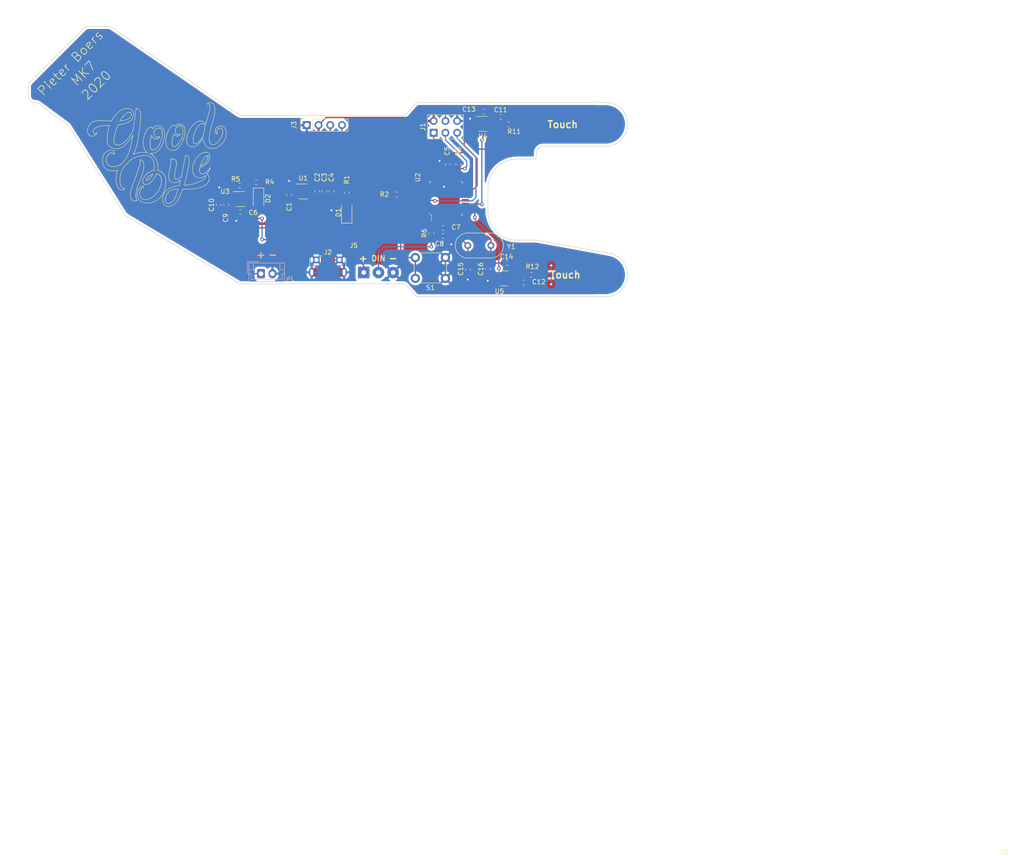
<source format=kicad_pcb>
(kicad_pcb (version 20171130) (host pcbnew "(5.1.5)-3")
  (layers (0 F.Cu signal) (31 B.Cu signal) (34 B.Paste user) (35 F.Paste user) (36 B.SilkS user) (37 F.SilkS user) (38 B.Mask user) (39 F.Mask user) (44 Edge.Cuts user))
  (net 0 "")
  (net 1 GND)
  (net 2 +3V3)
  (net 3 VBUS)
  (net 4 +BATT)
  (net 5 "Net-(D1-Pad2)")
  (net 6 "Net-(D2-Pad1)")
  (net 7 "Net-(R4-Pad2)")
  (net 8 "Net-(R5-Pad1)")
  (net 9 "Net-(U1-Pad4)")
  (net 10 "Net-(U2-Pad32)")
  (net 11 /RESET)
  (net 12 /SCL)
  (net 13 /SDA)
  (net 14 /A3)
  (net 15 /A2)
  (net 16 /A1)
  (net 17 /A0)
  (net 18 "Net-(U2-Pad22)")
  (net 19 /AREF)
  (net 20 "Net-(U2-Pad19)")
  (net 21 /SCK)
  (net 22 /MISO)
  (net 23 /MOSI)
  (net 24 "Net-(U2-Pad14)")
  (net 25 "Net-(U2-Pad13)")
  (net 26 "Net-(U2-Pad12)")
  (net 27 "Net-(U2-Pad6)")
  (net 28 "Net-(U2-Pad3)")
  (net 29 "Net-(U2-Pad2)")
  (net 30 "Net-(R6-Pad1)")
  (net 31 "Net-(U2-Pad9)")
  (net 32 "Net-(J2-Pad3)")
  (net 33 "Net-(J2-Pad4)")
  (net 34 "Net-(J2-Pad2)")
  (net 35 /D_IN)
  (net 36 "Net-(C11-Pad2)")
  (net 37 "Net-(C11-Pad1)")
  (net 38 "Net-(C12-Pad2)")
  (net 39 "Net-(C12-Pad1)")
  (net 40 /PAD1)
  (net 41 /PAD2)
  (net 42 /PAD1_Out)
  (net 43 /PAD2_Out)
  (net 44 "Net-(C15-Pad1)")
  (net 45 "Net-(C16-Pad1)")
  (net 46 "Net-(U2-Pad31)")
  (net 47 "Net-(U2-Pad30)")
  (module "" (layer F.Cu) (at 124.841 121.031)
    (fp_text reference "" (at 139.827 126.365) (layer F.SilkS) (effects (font (size 1.27 1.27))))
    (fp_text value "" (at 139.827 126.365) (layer F.SilkS) (effects (font (size 1.27 1.27))))
    (fp_text user J5 (at 135.763 129.413) (layer F.SilkS))
  )
  (module Button_Switch_THT:SW_PUSH_6mm_H4.3mm (layer F.Cu) (at 139.827 126.365 180)
    (fp_text reference S1 (at 3.25 -2) (layer F.SilkS))
    (fp_text value MOMENTARY-SWITCH-SPST-2-SMD-4.6X2.8MM)
    (pad 3 thru_hole circle (at 6.5 0 270) (size 2 2) (drill 1.1) (layers *.Cu *.Mask) (net 11 /RESET))
    (pad 4 thru_hole circle (at 6.5 4.5 270) (size 2 2) (drill 1.1) (layers *.Cu *.Mask) (net 11 /RESET))
    (pad 1 thru_hole circle (at 0 0 270) (size 2 2) (drill 1.1) (layers *.Cu *.Mask) (net 1 GND))
    (pad 2 thru_hole circle (at 0 4.5 270) (size 2 2) (drill 1.1) (layers *.Cu *.Mask) (net 1 GND))
  )
  (module Crystal:Resonator-2Pin_W10.0mm_H5.0mm (layer F.Cu) (at 144.653 119.253)
    (fp_text reference Y1 (at 9.398 0.254) (layer F.SilkS))
    (fp_text value Crystal)
    (pad 2 thru_hole circle (at 5 0) (size 1.5 1.5) (drill 0.8) (layers *.Cu *.Mask) (net 45 "Net-(C16-Pad1)"))
    (pad 1 thru_hole circle (at 0 0) (size 1.5 1.5) (drill 0.8) (layers *.Cu *.Mask) (net 44 "Net-(C15-Pad1)"))
  )
  (module Capacitor_SMD:C_0603_1608Metric_Pad1.05x0.95mm_HandSolder (layer F.Cu) (at 148.971 124.333 270)
    (fp_text reference C16 (at 0 1.524 90) (layer F.SilkS))
    (fp_text value 15pF)
    (pad 2 smd roundrect (at 0.875 0 270) (size 1.05 0.95) (layers F.Cu F.Paste F.Mask) (net 1 GND))
    (pad 1 smd roundrect (at -0.875 0 270) (size 1.05 0.95) (layers F.Cu F.Paste F.Mask) (net 45 "Net-(C16-Pad1)"))
  )
  (module Capacitor_SMD:C_0603_1608Metric_Pad1.05x0.95mm_HandSolder (layer F.Cu) (at 144.653 124.446 270)
    (fp_text reference C15 (at -0.113 1.524 90) (layer F.SilkS))
    (fp_text value 15pF)
    (pad 2 smd roundrect (at 0.875 0 270) (size 1.05 0.95) (layers F.Cu F.Paste F.Mask) (net 1 GND))
    (pad 1 smd roundrect (at -0.875 0 270) (size 1.05 0.95) (layers F.Cu F.Paste F.Mask) (net 44 "Net-(C15-Pad1)"))
  )
  (module TestPoint:TestPoint_Pad_D4.0mm (layer F.Cu) (at 173.482 125.222)
    (fp_text reference TP2 hide)
    (fp_text value TestPoint)
    (pad 1 smd circle (at 0.889 0.381) (size 8 8) (layers F.Cu F.Mask) (net 41 /PAD2))
  )
  (module TestPoint:TestPoint_Pad_D4.0mm (layer F.Cu) (at 173.482 92.71)
    (fp_text reference TP1 hide)
    (fp_text value TestPoint)
    (pad 1 smd circle (at 0.889 0.381) (size 8 8) (layers F.Cu F.Mask) (net 40 /PAD1))
  )
  (module Connector_Wire:SolderWirePad_1x03_P3.175mm_Drill1mm (layer F.Cu) (at 122.174 125.095)
    (fp_text reference J5 (at -2.159 -5.842) (layer F.SilkS))
    (fp_text value Conn_01x03)
    (pad 3 thru_hole circle (at 6.35 0) (size 2.49936 2.49936) (drill 1.00076) (layers *.Cu *.Mask) (net 1 GND))
    (pad 2 thru_hole circle (at 3.175 0) (size 2.49936 2.49936) (drill 1.00076) (layers *.Cu *.Mask) (net 35 /D_IN))
    (pad 1 thru_hole rect (at 0 0) (size 2.49936 2.49936) (drill 1.00076) (layers *.Cu *.Mask) (net 4 +BATT))
  )
  (module Capacitor_SMD:C_0603_1608Metric_Pad1.05x0.95mm_HandSolder (layer F.Cu) (at 153.162 123.063 180)
    (fp_text reference C14 (at 0.127 1.397) (layer F.SilkS))
    (fp_text value 0.1uF)
    (pad 2 smd roundrect (at 0.875 0 180) (size 1.05 0.95) (layers F.Cu F.Paste F.Mask) (net 1 GND))
    (pad 1 smd roundrect (at -0.875 0 180) (size 1.05 0.95) (layers F.Cu F.Paste F.Mask) (net 2 +3V3))
  )
  (module Capacitor_SMD:C_0603_1608Metric_Pad1.05x0.95mm_HandSolder (layer F.Cu) (at 148.082 90.297 180)
    (fp_text reference C13 (at 3.175 0.508) (layer F.SilkS))
    (fp_text value 0.1uF)
    (pad 2 smd roundrect (at 0.875 0 180) (size 1.05 0.95) (layers F.Cu F.Paste F.Mask) (net 1 GND))
    (pad 1 smd roundrect (at -0.875 0 180) (size 1.05 0.95) (layers F.Cu F.Paste F.Mask) (net 2 +3V3))
  )
  (module Package_TO_SOT_SMD:SOT-23-6 (layer F.Cu) (at 152.527 126.365)
    (fp_text reference U5 (at -1.016 2.794) (layer F.SilkS))
    (fp_text value AT42QT1010-TSHR)
    (pad 5 smd rect (at 1.1 0) (size 1.06 0.65) (layers F.Cu F.Paste F.Mask) (net 2 +3V3))
    (pad 6 smd rect (at 1.1 -0.95) (size 1.06 0.65) (layers F.Cu F.Paste F.Mask) (net 2 +3V3))
    (pad 4 smd rect (at 1.1 0.95) (size 1.06 0.65) (layers F.Cu F.Paste F.Mask) (net 38 "Net-(C12-Pad2)"))
    (pad 3 smd rect (at -1.1 0.95) (size 1.06 0.65) (layers F.Cu F.Paste F.Mask) (net 39 "Net-(C12-Pad1)"))
    (pad 2 smd rect (at -1.1 0) (size 1.06 0.65) (layers F.Cu F.Paste F.Mask) (net 1 GND))
    (pad 1 smd rect (at -1.1 -0.95) (size 1.06 0.65) (layers F.Cu F.Paste F.Mask) (net 43 /PAD2_Out))
  )
  (module Package_TO_SOT_SMD:SOT-23-6 (layer F.Cu) (at 147.955 92.964)
    (fp_text reference U4 (at 0 2.667) (layer F.SilkS))
    (fp_text value AT42QT1010-TSHR)
    (pad 5 smd rect (at 1.1 0) (size 1.06 0.65) (layers F.Cu F.Paste F.Mask) (net 2 +3V3))
    (pad 6 smd rect (at 1.1 -0.95) (size 1.06 0.65) (layers F.Cu F.Paste F.Mask) (net 2 +3V3))
    (pad 4 smd rect (at 1.1 0.95) (size 1.06 0.65) (layers F.Cu F.Paste F.Mask) (net 36 "Net-(C11-Pad2)"))
    (pad 3 smd rect (at -1.1 0.95) (size 1.06 0.65) (layers F.Cu F.Paste F.Mask) (net 37 "Net-(C11-Pad1)"))
    (pad 2 smd rect (at -1.1 0) (size 1.06 0.65) (layers F.Cu F.Paste F.Mask) (net 1 GND))
    (pad 1 smd rect (at -1.1 -0.95) (size 1.06 0.65) (layers F.Cu F.Paste F.Mask) (net 42 /PAD1_Out))
  )
  (module Resistor_SMD:R_0603_1608Metric_Pad1.05x0.95mm_HandSolder (layer F.Cu) (at 158.369 125.603)
    (fp_text reference R12 (at 0.254 -1.778) (layer F.SilkS))
    (fp_text value 10K)
    (pad 2 smd roundrect (at 0.875 0) (size 1.05 0.95) (layers F.Cu F.Paste F.Mask) (net 41 /PAD2))
    (pad 1 smd roundrect (at -0.875 0) (size 1.05 0.95) (layers F.Cu F.Paste F.Mask) (net 39 "Net-(C12-Pad1)"))
  )
  (module Resistor_SMD:R_0603_1608Metric_Pad1.05x0.95mm_HandSolder (layer F.Cu) (at 153.529 93.091)
    (fp_text reference R11 (at 1.157 1.524) (layer F.SilkS))
    (fp_text value 10K)
    (pad 2 smd roundrect (at 0.875 0) (size 1.05 0.95) (layers F.Cu F.Paste F.Mask) (net 40 /PAD1))
    (pad 1 smd roundrect (at -0.875 0) (size 1.05 0.95) (layers F.Cu F.Paste F.Mask) (net 37 "Net-(C11-Pad1)"))
  )
  (module Capacitor_SMD:C_0603_1608Metric_Pad1.05x0.95mm_HandSolder (layer F.Cu) (at 156.718 127.254 180)
    (fp_text reference C12 (at -3.302 0.127) (layer F.SilkS))
    (fp_text value 10nF)
    (pad 2 smd roundrect (at 0.875 0 180) (size 1.05 0.95) (layers F.Cu F.Paste F.Mask) (net 38 "Net-(C12-Pad2)"))
    (pad 1 smd roundrect (at -0.875 0 180) (size 1.05 0.95) (layers F.Cu F.Paste F.Mask) (net 39 "Net-(C12-Pad1)"))
  )
  (module Capacitor_SMD:C_0603_1608Metric_Pad1.05x0.95mm_HandSolder (layer F.Cu) (at 151.765 91.44 180)
    (fp_text reference C11 (at 0 1.524) (layer F.SilkS))
    (fp_text value 10nF)
    (pad 2 smd roundrect (at 0.875 0 180) (size 1.05 0.95) (layers F.Cu F.Paste F.Mask) (net 36 "Net-(C11-Pad2)"))
    (pad 1 smd roundrect (at -0.875 0 180) (size 1.05 0.95) (layers F.Cu F.Paste F.Mask) (net 37 "Net-(C11-Pad1)"))
  )
  (module Connector_PinHeader_2.54mm:PinHeader_2x03_P2.54mm_Vertical (layer F.Cu) (at 137.287 94.869 90)
    (fp_text reference J1 (at 1.27 -2.33 90) (layer F.SilkS))
    (fp_text value CONN_03X2FEMALE)
    (pad 6 thru_hole oval (at 2.54 5.08 90) (size 1.7 1.7) (drill 1) (layers *.Cu *.Mask) (net 1 GND))
    (pad 5 thru_hole oval (at 0 5.08 90) (size 1.7 1.7) (drill 1) (layers *.Cu *.Mask) (net 11 /RESET))
    (pad 4 thru_hole oval (at 2.54 2.54 90) (size 1.7 1.7) (drill 1) (layers *.Cu *.Mask) (net 23 /MOSI))
    (pad 3 thru_hole oval (at 0 2.54 90) (size 1.7 1.7) (drill 1) (layers *.Cu *.Mask) (net 21 /SCK))
    (pad 2 thru_hole oval (at 2.54 0 90) (size 1.7 1.7) (drill 1) (layers *.Cu *.Mask) (net 2 +3V3))
    (pad 1 thru_hole rect (at 0 0 90) (size 1.7 1.7) (drill 1) (layers *.Cu *.Mask) (net 22 /MISO))
  )
  (module Resistor_SMD:R_0603_1608Metric_Pad1.05x0.95mm_HandSolder (layer F.Cu) (at 136.779 116.586 270)
    (fp_text reference R6 (at 0 1.524 90) (layer F.SilkS))
    (fp_text value 100R)
    (pad 2 smd roundrect (at 0.875 0 270) (size 1.05 0.95) (layers F.Cu F.Paste F.Mask) (net 35 /D_IN))
    (pad 1 smd roundrect (at -0.875 0 270) (size 1.05 0.95) (layers F.Cu F.Paste F.Mask) (net 30 "Net-(R6-Pad1)"))
  )
  (module Resistor_SMD:R_0603_1608Metric_Pad1.05x0.95mm_HandSolder (layer F.Cu) (at 142.621 101.727 90)
    (fp_text reference R3 (at 2.847 -0.035 90) (layer F.SilkS))
    (fp_text value 1K)
    (pad 2 smd roundrect (at 0.875 0 90) (size 1.05 0.95) (layers F.Cu F.Paste F.Mask) (net 1 GND))
    (pad 1 smd roundrect (at -0.875 0 90) (size 1.05 0.95) (layers F.Cu F.Paste F.Mask) (net 21 /SCK))
  )
  (module Resistor_SMD:R_0603_1608Metric_Pad1.05x0.95mm_HandSolder (layer F.Cu) (at 129.286 108.204)
    (fp_text reference R2 (at -2.667 0) (layer F.SilkS))
    (fp_text value 1K)
    (pad 2 smd roundrect (at 0.875 0) (size 1.05 0.95) (layers F.Cu F.Paste F.Mask) (net 11 /RESET))
    (pad 1 smd roundrect (at -0.875 0) (size 1.05 0.95) (layers F.Cu F.Paste F.Mask) (net 2 +3V3))
  )
  (module Capacitor_SMD:C_0603_1608Metric_Pad1.05x0.95mm_HandSolder (layer F.Cu) (at 139.319 117.221)
    (fp_text reference C8 (at -0.776 1.651) (layer F.SilkS))
    (fp_text value 0.1uF)
    (pad 2 smd roundrect (at 0.875 0) (size 1.05 0.95) (layers F.Cu F.Paste F.Mask) (net 1 GND))
    (pad 1 smd roundrect (at -0.875 0) (size 1.05 0.95) (layers F.Cu F.Paste F.Mask) (net 2 +3V3))
  )
  (module Capacitor_SMD:C_0603_1608Metric_Pad1.05x0.95mm_HandSolder (layer F.Cu) (at 139.319 115.443)
    (fp_text reference C7 (at 2.794 -0.127) (layer F.SilkS))
    (fp_text value CP)
    (pad 2 smd roundrect (at 0.875 0) (size 1.05 0.95) (layers F.Cu F.Paste F.Mask) (net 1 GND))
    (pad 1 smd roundrect (at -0.875 0) (size 1.05 0.95) (layers F.Cu F.Paste F.Mask) (net 2 +3V3))
  )
  (module Capacitor_SMD:C_0603_1608Metric_Pad1.05x0.95mm_HandSolder (layer F.Cu) (at 140.335 101.727 90)
    (fp_text reference C5 (at 2.921 -0.127 90) (layer F.SilkS))
    (fp_text value 0.1uF)
    (pad 2 smd roundrect (at 0.875 0 90) (size 1.05 0.95) (layers F.Cu F.Paste F.Mask) (net 1 GND))
    (pad 1 smd roundrect (at -0.875 0 90) (size 1.05 0.95) (layers F.Cu F.Paste F.Mask) (net 19 /AREF))
  )
  (module Connector_USB:USB_Micro-B_Molex-105017-0001 (layer F.Cu) (at 114.427 123.825)
    (fp_text reference J2 (at 0 -3.1125) (layer F.SilkS))
    (fp_text value USB_B_Mini)
    (pad 6 smd rect (at -2.9 1.2375) (size 1.2 1.9) (layers F.Cu F.Mask) (net 1 GND))
    (pad 6 smd rect (at 2.9 1.2375) (size 1.2 1.9) (layers F.Cu F.Mask) (net 1 GND))
    (pad 6 thru_hole oval (at 3.5 1.2375) (size 1.2 1.9) (drill oval 0.6 1.3) (layers *.Cu *.Mask) (net 1 GND))
    (pad 6 thru_hole oval (at -3.5 1.2375 180) (size 1.2 1.9) (drill oval 0.6 1.3) (layers *.Cu *.Mask) (net 1 GND))
    (pad 6 smd rect (at -1 1.2375) (size 1.5 1.9) (layers F.Cu F.Paste F.Mask) (net 1 GND))
    (pad 6 thru_hole circle (at 2.5 -1.4625) (size 1.45 1.45) (drill 0.85) (layers *.Cu *.Mask) (net 1 GND))
    (pad 3 smd rect (at 0 -1.4625) (size 0.4 1.35) (layers F.Cu F.Paste F.Mask) (net 32 "Net-(J2-Pad3)"))
    (pad 4 smd rect (at 0.65 -1.4625) (size 0.4 1.35) (layers F.Cu F.Paste F.Mask) (net 33 "Net-(J2-Pad4)"))
    (pad 5 smd rect (at 1.3 -1.4625) (size 0.4 1.35) (layers F.Cu F.Paste F.Mask) (net 1 GND))
    (pad 1 smd rect (at -1.3 -1.4625) (size 0.4 1.35) (layers F.Cu F.Paste F.Mask) (net 3 VBUS))
    (pad 2 smd rect (at -0.65 -1.4625) (size 0.4 1.35) (layers F.Cu F.Paste F.Mask) (net 34 "Net-(J2-Pad2)"))
    (pad 6 thru_hole circle (at -2.5 -1.4625) (size 1.45 1.45) (drill 0.85) (layers *.Cu *.Mask) (net 1 GND))
    (pad 6 smd rect (at 1 1.2375) (size 1.5 1.9) (layers F.Cu F.Paste F.Mask) (net 1 GND))
  )
  (module Connector_PinSocket_2.54mm:PinSocket_1x04_P2.54mm_Vertical (layer F.Cu) (at 109.855 93.218 90)
    (fp_text reference J3 (at 0 -2.77 90) (layer F.SilkS))
    (fp_text value Conn_01x04)
    (pad 4 thru_hole oval (at 0 7.62 90) (size 1.7 1.7) (drill 1) (layers *.Cu *.Mask) (net 13 /SDA))
    (pad 3 thru_hole oval (at 0 5.08 90) (size 1.7 1.7) (drill 1) (layers *.Cu *.Mask) (net 12 /SCL))
    (pad 2 thru_hole oval (at 0 2.54 90) (size 1.7 1.7) (drill 1) (layers *.Cu *.Mask) (net 2 +3V3))
    (pad 1 thru_hole rect (at 0 0 90) (size 1.7 1.7) (drill 1) (layers *.Cu *.Mask) (net 1 GND))
  )
  (module Package_TO_SOT_SMD:SOT-23-5 (layer F.Cu) (at 95.504 109.22)
    (fp_text reference U3 (at -3.302 -1.651) (layer F.SilkS))
    (fp_text value MCP73831-2-OT)
    (pad 5 smd rect (at 1.1 -0.95) (size 1.06 0.65) (layers F.Cu F.Paste F.Mask) (net 8 "Net-(R5-Pad1)"))
    (pad 4 smd rect (at 1.1 0.95) (size 1.06 0.65) (layers F.Cu F.Paste F.Mask) (net 3 VBUS))
    (pad 3 smd rect (at -1.1 0.95) (size 1.06 0.65) (layers F.Cu F.Paste F.Mask) (net 4 +BATT))
    (pad 2 smd rect (at -1.1 0) (size 1.06 0.65) (layers F.Cu F.Paste F.Mask) (net 1 GND))
    (pad 1 smd rect (at -1.1 -0.95) (size 1.06 0.65) (layers F.Cu F.Paste F.Mask) (net 7 "Net-(R4-Pad2)"))
  )
  (module digikey-footprints:TQFP-32_7x7mm (layer F.Cu) (at 139.954 109.093 90)
    (fp_text reference U2 (at 4.572 -6.096 90) (layer F.SilkS))
    (fp_text value ATMEGA328PB-AU)
    (pad 32 smd rect (at -2.8 -4.2 90) (size 0.55 1.5) (layers F.Cu F.Paste F.Mask) (net 10 "Net-(U2-Pad32)"))
    (pad 31 smd rect (at -2 -4.2 90) (size 0.55 1.5) (layers F.Cu F.Paste F.Mask) (net 46 "Net-(U2-Pad31)"))
    (pad 30 smd rect (at -1.2 -4.2 90) (size 0.55 1.5) (layers F.Cu F.Paste F.Mask) (net 47 "Net-(U2-Pad30)"))
    (pad 29 smd rect (at -0.4 -4.2 90) (size 0.55 1.5) (layers F.Cu F.Paste F.Mask) (net 11 /RESET))
    (pad 28 smd rect (at 0.4 -4.2 90) (size 0.55 1.5) (layers F.Cu F.Paste F.Mask) (net 12 /SCL))
    (pad 27 smd rect (at 1.2 -4.2 90) (size 0.55 1.5) (layers F.Cu F.Paste F.Mask) (net 13 /SDA))
    (pad 26 smd rect (at 2 -4.2 90) (size 0.55 1.5) (layers F.Cu F.Paste F.Mask) (net 14 /A3))
    (pad 25 smd rect (at 2.8 -4.2 90) (size 0.55 1.5) (layers F.Cu F.Paste F.Mask) (net 15 /A2))
    (pad 24 smd rect (at 4.2 -2.8 90) (size 1.5 0.55) (layers F.Cu F.Paste F.Mask) (net 16 /A1))
    (pad 23 smd rect (at 4.2 -2 90) (size 1.5 0.55) (layers F.Cu F.Paste F.Mask) (net 17 /A0))
    (pad 22 smd rect (at 4.2 -1.2 90) (size 1.5 0.55) (layers F.Cu F.Paste F.Mask) (net 18 "Net-(U2-Pad22)"))
    (pad 21 smd rect (at 4.2 -0.4 90) (size 1.5 0.55) (layers F.Cu F.Paste F.Mask) (net 1 GND))
    (pad 20 smd rect (at 4.2 0.4 90) (size 1.5 0.55) (layers F.Cu F.Paste F.Mask) (net 19 /AREF))
    (pad 19 smd rect (at 4.2 1.2 90) (size 1.5 0.55) (layers F.Cu F.Paste F.Mask) (net 20 "Net-(U2-Pad19)"))
    (pad 18 smd rect (at 4.2 2 90) (size 1.5 0.55) (layers F.Cu F.Paste F.Mask) (net 2 +3V3))
    (pad 17 smd rect (at 4.2 2.8 90) (size 1.5 0.55) (layers F.Cu F.Paste F.Mask) (net 21 /SCK))
    (pad 16 smd rect (at 2.8 4.2 90) (size 0.55 1.5) (layers F.Cu F.Paste F.Mask) (net 22 /MISO))
    (pad 15 smd rect (at 2 4.2 90) (size 0.55 1.5) (layers F.Cu F.Paste F.Mask) (net 23 /MOSI))
    (pad 14 smd rect (at 1.2 4.2 90) (size 0.55 1.5) (layers F.Cu F.Paste F.Mask) (net 24 "Net-(U2-Pad14)"))
    (pad 13 smd rect (at 0.4 4.2 90) (size 0.55 1.5) (layers F.Cu F.Paste F.Mask) (net 25 "Net-(U2-Pad13)"))
    (pad 12 smd rect (at -0.4 4.2 90) (size 0.55 1.5) (layers F.Cu F.Paste F.Mask) (net 26 "Net-(U2-Pad12)"))
    (pad 11 smd rect (at -1.2 4.2 90) (size 0.55 1.5) (layers F.Cu F.Paste F.Mask) (net 42 /PAD1_Out))
    (pad 10 smd rect (at -2 4.2 90) (size 0.55 1.5) (layers F.Cu F.Paste F.Mask) (net 43 /PAD2_Out))
    (pad 8 smd rect (at -4.2 2.8 90) (size 1.5 0.55) (layers F.Cu F.Paste F.Mask) (net 45 "Net-(C16-Pad1)"))
    (pad 7 smd rect (at -4.2 2 90) (size 1.5 0.55) (layers F.Cu F.Paste F.Mask) (net 44 "Net-(C15-Pad1)"))
    (pad 6 smd rect (at -4.2 1.2 90) (size 1.5 0.55) (layers F.Cu F.Paste F.Mask) (net 27 "Net-(U2-Pad6)"))
    (pad 5 smd rect (at -4.2 0.4 90) (size 1.5 0.55) (layers F.Cu F.Paste F.Mask) (net 1 GND))
    (pad 4 smd rect (at -4.2 -0.4 90) (size 1.5 0.55) (layers F.Cu F.Paste F.Mask) (net 2 +3V3))
    (pad 3 smd rect (at -4.2 -1.2 90) (size 1.5 0.55) (layers F.Cu F.Paste F.Mask) (net 28 "Net-(U2-Pad3)"))
    (pad 2 smd rect (at -4.2 -2 90) (size 1.5 0.55) (layers F.Cu F.Paste F.Mask) (net 29 "Net-(U2-Pad2)"))
    (pad 1 smd rect (at -4.2 -2.8 90) (size 1.5 0.55) (layers F.Cu F.Paste F.Mask) (net 30 "Net-(R6-Pad1)"))
    (pad 9 smd rect (at -2.8 4.2 90) (size 0.55 1.5) (layers F.Cu F.Paste F.Mask) (net 31 "Net-(U2-Pad9)"))
  )
  (module Package_TO_SOT_SMD:SOT-23-5 (layer F.Cu) (at 109.093 107.569)
    (fp_text reference U1 (at 0 -2.9) (layer F.SilkS))
    (fp_text value MIC5219-3.3YM5)
    (pad 5 smd rect (at 1.1 -0.95) (size 1.06 0.65) (layers F.Cu F.Paste F.Mask) (net 2 +3V3))
    (pad 4 smd rect (at 1.1 0.95) (size 1.06 0.65) (layers F.Cu F.Paste F.Mask) (net 9 "Net-(U1-Pad4)"))
    (pad 3 smd rect (at -1.1 0.95) (size 1.06 0.65) (layers F.Cu F.Paste F.Mask) (net 4 +BATT))
    (pad 2 smd rect (at -1.1 0) (size 1.06 0.65) (layers F.Cu F.Paste F.Mask) (net 1 GND))
    (pad 1 smd rect (at -1.1 -0.95) (size 1.06 0.65) (layers F.Cu F.Paste F.Mask) (net 4 +BATT))
  )
  (module Resistor_SMD:R_0603_1608Metric_Pad1.05x0.95mm_HandSolder (layer F.Cu) (at 95.377 106.299 180)
    (fp_text reference R5 (at 0.889 1.397) (layer F.SilkS))
    (fp_text value 2K2)
    (pad 2 smd roundrect (at 0.875 0 180) (size 1.05 0.95) (layers F.Cu F.Paste F.Mask) (net 1 GND))
    (pad 1 smd roundrect (at -0.875 0 180) (size 1.05 0.95) (layers F.Cu F.Paste F.Mask) (net 8 "Net-(R5-Pad1)"))
  )
  (module Resistor_SMD:R_0603_1608Metric_Pad1.05x0.95mm_HandSolder (layer F.Cu) (at 98.933 105.537 180)
    (fp_text reference R4 (at -2.921 0) (layer F.SilkS))
    (fp_text value 470R)
    (pad 2 smd roundrect (at 0.875 0 180) (size 1.05 0.95) (layers F.Cu F.Paste F.Mask) (net 7 "Net-(R4-Pad2)"))
    (pad 1 smd roundrect (at -0.875 0 180) (size 1.05 0.95) (layers F.Cu F.Paste F.Mask) (net 6 "Net-(D2-Pad1)"))
  )
  (module Resistor_SMD:R_0603_1608Metric_Pad1.05x0.95mm_HandSolder (layer F.Cu) (at 118.491 107.823 90)
    (fp_text reference R1 (at 2.794 0 90) (layer F.SilkS))
    (fp_text value 470R)
    (pad 2 smd roundrect (at 0.875 0 90) (size 1.05 0.95) (layers F.Cu F.Paste F.Mask) (net 2 +3V3))
    (pad 1 smd roundrect (at -0.875 0 90) (size 1.05 0.95) (layers F.Cu F.Paste F.Mask) (net 5 "Net-(D1-Pad2)"))
  )
  (module Connector_JST:JST_EH_B2B-EH-A_1x02_P2.50mm_Vertical (layer B.Cu) (at 99.949 125.349)
    (fp_text reference J4 (at 6.35 1.016 180) (layer B.SilkS) (effects (justify mirror)))
    (fp_text value Conn_01x02)
    (pad 2 thru_hole oval (at 2.5 0) (size 1.7 2) (drill 1) (layers *.Cu *.Mask) (net 1 GND))
    (pad 1 thru_hole roundrect (at 0 0) (size 1.7 2) (drill 1) (layers *.Cu *.Mask) (roundrect_rratio 0.147059) (net 4 +BATT))
  )
  (module LED_SMD:LED_1206_3216Metric (layer F.Cu) (at 99.441 109.093 270)
    (fp_text reference D2 (at 0 -2.032 90) (layer F.SilkS))
    (fp_text value LED)
    (pad 2 smd roundrect (at 1.4 0 270) (size 1.25 1.75) (layers F.Cu F.Paste F.Mask) (roundrect_rratio 0.2) (net 3 VBUS))
    (pad 1 smd roundrect (at -1.4 0 270) (size 1.25 1.75) (layers F.Cu F.Paste F.Mask) (roundrect_rratio 0.2) (net 6 "Net-(D2-Pad1)"))
  )
  (module LED_SMD:LED_1206_3216Metric (layer F.Cu) (at 118.491 112.141 90)
    (fp_text reference D1 (at 0 -1.82 90) (layer F.SilkS))
    (fp_text value LED)
    (pad 2 smd roundrect (at 1.4 0 90) (size 1.25 1.75) (layers F.Cu F.Paste F.Mask) (roundrect_rratio 0.2) (net 5 "Net-(D1-Pad2)"))
    (pad 1 smd roundrect (at -1.4 0 90) (size 1.25 1.75) (layers F.Cu F.Paste F.Mask) (roundrect_rratio 0.2) (net 1 GND))
  )
  (module Capacitor_SMD:C_0603_1608Metric_Pad1.05x0.95mm_HandSolder (layer F.Cu) (at 90.805 110.49 90)
    (fp_text reference C10 (at 0 -1.524 90) (layer F.SilkS))
    (fp_text value 4.7uF)
    (pad 2 smd roundrect (at 0.875 0 90) (size 1.05 0.95) (layers F.Cu F.Paste F.Mask) (net 1 GND))
    (pad 1 smd roundrect (at -0.875 0 90) (size 1.05 0.95) (layers F.Cu F.Paste F.Mask) (net 4 +BATT))
  )
  (module Capacitor_SMD:C_0603_1608Metric_Pad1.05x0.95mm_HandSolder (layer F.Cu) (at 92.456 110.49 90)
    (fp_text reference C9 (at -2.794 -0.127 90) (layer F.SilkS))
    (fp_text value 100nF)
    (pad 2 smd roundrect (at 0.875 0 90) (size 1.05 0.95) (layers F.Cu F.Paste F.Mask) (net 1 GND))
    (pad 1 smd roundrect (at -0.875 0 90) (size 1.05 0.95) (layers F.Cu F.Paste F.Mask) (net 4 +BATT))
  )
  (module Capacitor_SMD:C_0603_1608Metric_Pad1.05x0.95mm_HandSolder (layer F.Cu) (at 95.504 112.014 180)
    (fp_text reference C6 (at -2.794 -0.127) (layer F.SilkS))
    (fp_text value 4.7uF)
    (pad 2 smd roundrect (at 0.875 0 180) (size 1.05 0.95) (layers F.Cu F.Paste F.Mask) (net 1 GND))
    (pad 1 smd roundrect (at -0.875 0 180) (size 1.05 0.95) (layers F.Cu F.Paste F.Mask) (net 3 VBUS))
  )
  (module Capacitor_SMD:C_0603_1608Metric_Pad1.05x0.95mm_HandSolder (layer F.Cu) (at 115.189 107.569 270)
    (fp_text reference C4 (at -3.048 0 90) (layer F.SilkS))
    (fp_text value 10uF)
    (pad 2 smd roundrect (at 0.875 0 270) (size 1.05 0.95) (layers F.Cu F.Paste F.Mask) (net 1 GND))
    (pad 1 smd roundrect (at -0.875 0 270) (size 1.05 0.95) (layers F.Cu F.Paste F.Mask) (net 2 +3V3))
  )
  (module Capacitor_SMD:C_0603_1608Metric_Pad1.05x0.95mm_HandSolder (layer F.Cu) (at 113.665 107.569 270)
    (fp_text reference C3 (at -3.048 0 90) (layer F.SilkS))
    (fp_text value 1uF)
    (pad 2 smd roundrect (at 0.875 0 270) (size 1.05 0.95) (layers F.Cu F.Paste F.Mask) (net 1 GND))
    (pad 1 smd roundrect (at -0.875 0 270) (size 1.05 0.95) (layers F.Cu F.Paste F.Mask) (net 2 +3V3))
  )
  (module Capacitor_SMD:C_0603_1608Metric_Pad1.05x0.95mm_HandSolder (layer F.Cu) (at 112.141 107.569 270)
    (fp_text reference C2 (at -3.048 0 90) (layer F.SilkS))
    (fp_text value 10uF)
    (pad 2 smd roundrect (at 0.875 0 270) (size 1.05 0.95) (layers F.Cu F.Paste F.Mask) (net 1 GND))
    (pad 1 smd roundrect (at -0.875 0 270) (size 1.05 0.95) (layers F.Cu F.Paste F.Mask) (net 2 +3V3))
  )
  (module Capacitor_SMD:C_0603_1608Metric_Pad1.05x0.95mm_HandSolder (layer F.Cu) (at 106.045 108.331 90)
    (fp_text reference C1 (at -2.54 0 90) (layer F.SilkS))
    (fp_text value 10uF)
    (pad 2 smd roundrect (at 0.875 0 90) (size 1.05 0.95) (layers F.Cu F.Paste F.Mask) (net 1 GND))
    (pad 1 smd roundrect (at -0.875 0 90) (size 1.05 0.95) (layers F.Cu F.Paste F.Mask) (net 4 +BATT))
  )
  (gr_text 2020 (at 64.389 84.582 45) (layer F.SilkS) (effects (font (size 2 2))))
  (gr_text MK7 (at 61.595 82.042 45) (layer F.SilkS) (effects (font (size 2 2))))
  (gr_text "Pieter Boers " (at 59.309 79.248 45) (layer F.SilkS) (effects (font (size 2 2))))
  (gr_text _ (at 102.489 120.523) (layer B.SilkS) (effects (font (size 1.5 1.5) (thickness 0.3)) (justify mirror)))
  (gr_text + (at 99.949 121.285) (layer B.SilkS) (effects (font (size 1.5 1.5) (thickness 0.3)) (justify mirror)))
  (gr_text _ (at 128.524 121.285) (layer F.SilkS) (effects (font (size 1.5 1.5) (thickness 0.3))))
  (gr_text DIN (at 125.349 122.047) (layer F.SilkS) (effects (font (size 1.2 1.2) (thickness 0.2))))
  (gr_text + (at 122.047 122.047) (layer F.SilkS) (effects (font (size 1.5 1.5) (thickness 0.3))))
  (gr_arc (start 68.596228 96.293729) (end 67.994326 98.260392) (angle -26.97269685) (layer F.SilkS) (width 0.09))
  (gr_arc (start 69.370614 96.222908) (end 66.774074 96.927038) (angle -11.08404213) (layer F.SilkS) (width 0.09))
  (gr_arc (start 68.585112 96.330053) (end 67.558407 98.068188) (angle -13.55319423) (layer F.SilkS) (width 0.09))
  (gr_arc (start 68.319317 96.780027) (end 67.215635 97.790091) (angle -16.96584817) (layer F.SilkS) (width 0.09))
  (gr_arc (start 68.410638 96.696453) (end 66.957877 97.413085) (angle -16.20734346) (layer F.SilkS) (width 0.09))
  (gr_line (start 66.543277 92.292173) (end 66.134508 92.27413) (layer F.SilkS) (width 0.09))
  (gr_line (start 69.01228 90.535727) (end 68.591438 90.985893) (layer F.SilkS) (width 0.09))
  (gr_arc (start 64.052952 94.812739) (end 63.964877 95.066544) (angle -19.6848039) (layer F.SilkS) (width 0.09))
  (gr_arc (start 64.189751 94.627069) (end 64.371825 94.963553) (angle -13.7265288) (layer F.SilkS) (width 0.09))
  (gr_arc (start 64.482717 94.950795) (end 64.483514 94.896778) (angle -42.98939687) (layer F.SilkS) (width 0.09))
  (gr_arc (start 63.346313 94.463935) (end 64.196552 95.358057) (angle -13.56529847) (layer F.SilkS) (width 0.09))
  (gr_arc (start 73.644672 95.49093) (end 68.187753 91.493735) (angle -5.233174347) (layer F.SilkS) (width 0.09))
  (gr_arc (start 64.078333 94.739598) (end 63.877767 95.021625) (angle -16.28122636) (layer F.SilkS) (width 0.09))
  (gr_arc (start 63.521316 94.811295) (end 63.456846 95.64346) (angle -17.81920438) (layer F.SilkS) (width 0.09))
  (gr_arc (start 64.303913 94.61007) (end 63.695949 94.551951) (angle -29.87935555) (layer F.SilkS) (width 0.09))
  (gr_arc (start 64.900938 95.069708) (end 64.314341 92.322801) (angle -15.48224781) (layer F.SilkS) (width 0.09))
  (gr_line (start 67.208148 93.358996) (end 67.184658 93.432076) (layer F.SilkS) (width 0.09))
  (gr_arc (start 65.011785 95.588789) (end 64.635824 92.270392) (angle -5.590500619) (layer F.SilkS) (width 0.09))
  (gr_arc (start 63.577771 94.597888) (end 62.704488 95.200633) (angle -24.63446164) (layer F.SilkS) (width 0.09))
  (gr_line (start 66.702645 96.089812) (end 66.718759 96.59358) (layer F.SilkS) (width 0.09))
  (gr_line (start 66.952723 94.261151) (end 66.846355 94.724314) (layer F.SilkS) (width 0.09))
  (gr_arc (start 64.48329 94.911977) (end 64.497902 94.916166) (angle -105.1519609) (layer F.SilkS) (width 0.09))
  (gr_arc (start 65.515524 95.802329) (end 64.932042 93.495197) (angle -6.424382214) (layer F.SilkS) (width 0.09))
  (gr_arc (start 68.401094 96.485826) (end 66.718759 96.59358) (angle -11.50768751) (layer F.SilkS) (width 0.09))
  (gr_line (start 66.070151 93.343695) (end 66.627905 93.303859) (layer F.SilkS) (width 0.09))
  (gr_line (start 66.720241 95.554132) (end 66.702645 96.089812) (layer F.SilkS) (width 0.09))
  (gr_arc (start 71.170848 95.846777) (end 66.774095 95.097038) (angle -5.915048468) (layer F.SilkS) (width 0.09))
  (gr_line (start 67.065812 93.815873) (end 66.952723 94.261151) (layer F.SilkS) (width 0.09))
  (gr_line (start 67.184658 93.432076) (end 67.156794 93.515315) (layer F.SilkS) (width 0.09))
  (gr_arc (start 63.76459 94.468946) (end 62.507402 94.749411) (angle -22.03745629) (layer F.SilkS) (width 0.09))
  (gr_line (start 65.225152 93.435834) (end 65.604197 93.386793) (layer F.SilkS) (width 0.09))
  (gr_line (start 66.927952 92.308264) (end 66.543277 92.292173) (layer F.SilkS) (width 0.09))
  (gr_arc (start 64.119515 94.693789) (end 63.747809 94.862549) (angle -14.7045752) (layer F.SilkS) (width 0.09))
  (gr_line (start 67.227554 93.296411) (end 67.208148 93.358996) (layer F.SilkS) (width 0.09))
  (gr_arc (start 67.213285 93.283377) (end 67.229508 93.283377) (angle -93.54118689) (layer F.SilkS) (width 0.09))
  (gr_arc (start 64.110994 94.805247) (end 64.461536 95.003038) (angle -13.43694403) (layer F.SilkS) (width 0.09))
  (gr_line (start 67.252125 92.321066) (end 66.927952 92.308264) (layer F.SilkS) (width 0.09))
  (gr_arc (start 63.531872 94.675033) (end 63.03521 95.509783) (angle -26.32198512) (layer F.SilkS) (width 0.09))
  (gr_line (start 65.423247 92.247423) (end 64.974655 92.246712) (layer F.SilkS) (width 0.09))
  (gr_arc (start 64.327434 94.356474) (end 62.638774 93.567617) (angle -20.60856905) (layer F.SilkS) (width 0.09))
  (gr_line (start 68.591438 90.985893) (end 68.187753 91.493735) (layer F.SilkS) (width 0.09))
  (gr_line (start 66.846355 94.724314) (end 66.774095 95.097038) (layer F.SilkS) (width 0.09))
  (gr_line (start 64.382553 95.133688) (end 64.461536 95.003038) (layer F.SilkS) (width 0.09))
  (gr_line (start 67.156794 93.515315) (end 67.065812 93.815873) (layer F.SilkS) (width 0.09))
  (gr_arc (start 63.480843 94.641263) (end 63.714594 95.623267) (angle -15.45167693) (layer F.SilkS) (width 0.09))
  (gr_arc (start 64.769254 94.784767) (end 64.049094 93.928929) (angle -20.13812665) (layer F.SilkS) (width 0.09))
  (gr_arc (start 71.094655 92.461397) (end 69.619651 90.052859) (angle -5.27394751) (layer F.SilkS) (width 0.09))
  (gr_arc (start 63.433932 94.556077) (end 63.967776 95.525496) (angle -14.71804137) (layer F.SilkS) (width 0.09))
  (gr_line (start 66.134508 92.27413) (end 65.423247 92.247423) (layer F.SilkS) (width 0.09))
  (gr_line (start 67.845918 92.008117) (end 67.652001 92.33098) (layer F.SilkS) (width 0.09))
  (gr_arc (start 65.233542 95.336527) (end 64.421149 93.685991) (angle -13.87313154) (layer F.SilkS) (width 0.09))
  (gr_arc (start 64.283886 94.353098) (end 62.469173 94.212476) (angle -17.00710285) (layer F.SilkS) (width 0.09))
  (gr_line (start 67.652001 92.33098) (end 67.403254 92.325603) (layer F.SilkS) (width 0.09))
  (gr_line (start 65.604197 93.386793) (end 66.070151 93.343695) (layer F.SilkS) (width 0.09))
  (gr_arc (start 64.496098 94.628442) (end 63.798469 94.22919) (angle -24.32178317) (layer F.SilkS) (width 0.09))
  (gr_arc (start 64.099105 94.71039) (end 63.80282 94.951374) (angle -15.45783678) (layer F.SilkS) (width 0.09))
  (gr_line (start 69.867517 89.912761) (end 69.619651 90.052859) (layer F.SilkS) (width 0.09))
  (gr_arc (start 64.653133 94.594415) (end 63.602368 92.579064) (angle -18.14606148) (layer F.SilkS) (width 0.09))
  (gr_line (start 64.974655 92.246712) (end 64.635824 92.270392) (layer F.SilkS) (width 0.09))
  (gr_arc (start 71.668489 93.229643) (end 69.404508 90.198634) (angle -7.83867152) (layer F.SilkS) (width 0.09))
  (gr_arc (start 65.686498 96.256797) (end 64.677557 93.574972) (angle -5.589355385) (layer F.SilkS) (width 0.09))
  (gr_arc (start 64.053161 94.834531) (end 64.055518 95.08138) (angle -18.40567231) (layer F.SilkS) (width 0.09))
  (gr_arc (start 67.185046 93.283377) (end 67.227554 93.296411) (angle -17.0479006) (layer F.SilkS) (width 0.09))
  (gr_line (start 64.253725 95.021152) (end 64.133338 95.068008) (layer F.SilkS) (width 0.09))
  (gr_line (start 64.371825 94.963553) (end 64.253725 95.021152) (layer F.SilkS) (width 0.09))
  (gr_line (start 67.403254 92.325603) (end 67.252125 92.321066) (layer F.SilkS) (width 0.09))
  (gr_line (start 66.627905 93.303859) (end 67.212283 93.267185) (layer F.SilkS) (width 0.09))
  (gr_arc (start 64.484695 94.429942) (end 63.026965 93.006547) (angle -19.27752324) (layer F.SilkS) (width 0.09))
  (gr_arc (start 65.697943 96.523618) (end 65.225152 93.435834) (angle -5.487428446) (layer F.SilkS) (width 0.09))
  (gr_arc (start 68.850197 96.85264) (end 68.498924 97.398946) (angle -13.30698227) (layer F.SilkS) (width 0.09))
  (gr_arc (start 91.312449 96.986266) (end 85.667661 94.783442) (angle -6.587429127) (layer F.SilkS) (width 0.09))
  (gr_line (start 70.650348 92.854107) (end 71.072019 92.720235) (layer F.SilkS) (width 0.09))
  (gr_arc (start 71.328867 90.525409) (end 71.727296 89.751988) (angle -12.88734644) (layer F.SilkS) (width 0.09))
  (gr_arc (start 70.858346 91.438777) (end 71.931684 89.87408) (angle -7.193757243) (layer F.SilkS) (width 0.09))
  (gr_line (start 70.158001 92.968433) (end 70.650348 92.854107) (layer F.SilkS) (width 0.09))
  (gr_line (start 69.614508 93.057085) (end 70.158001 92.968433) (layer F.SilkS) (width 0.09))
  (gr_line (start 69.218911 93.110764) (end 69.33382 93.094972) (layer F.SilkS) (width 0.09))
  (gr_line (start 69.164508 93.118588) (end 69.218911 93.110764) (layer F.SilkS) (width 0.09))
  (gr_arc (start 68.769927 95.170915) (end 69.626032 97.421264) (angle -14.5799513) (layer F.SilkS) (width 0.09))
  (gr_arc (start 89.423199 96.630782) (end 85.324024 96.103032) (angle -7.922911221) (layer F.SilkS) (width 0.09))
  (gr_arc (start 70.455429 93.959401) (end 69.041202 93.223075) (angle -6.062541633) (layer F.SilkS) (width 0.09))
  (gr_arc (start 69.237093 96.719876) (end 68.244232 97.021447) (angle -9.583432061) (layer F.SilkS) (width 0.09))
  (gr_arc (start 87.214328 93.454783) (end 87.527549 92.989538) (angle -23.90768441) (layer F.SilkS) (width 0.09))
  (gr_arc (start 88.430644 95.083967) (end 86.581742 93.244646) (angle -8.358725397) (layer F.SilkS) (width 0.09))
  (gr_arc (start 84.334027 94.50077) (end 86.183846 97.098123) (angle -9.281422535) (layer F.SilkS) (width 0.09))
  (gr_line (start 71.816802 95.256058) (end 71.450382 95.792364) (layer F.SilkS) (width 0.09))
  (gr_line (start 72.32551 94.377038) (end 72.143347 94.707038) (layer F.SilkS) (width 0.09))
  (gr_arc (start 87.220657 93.419051) (end 87.312128 92.90252) (angle -25.13704609) (layer F.SilkS) (width 0.09))
  (gr_line (start 72.650009 91.969601) (end 72.32551 94.377038) (layer F.SilkS) (width 0.09))
  (gr_arc (start 86.156659 96.664232) (end 85.290408 96.673102) (angle -25.24459815) (layer F.SilkS) (width 0.09))
  (gr_arc (start 85.621288 96.308228) (end 85.838319 97.253375) (angle -22.52578402) (layer F.SilkS) (width 0.09))
  (gr_arc (start 85.742573 96.836414) (end 85.567084 97.226577) (angle -37.14993938) (layer F.SilkS) (width 0.09))
  (gr_arc (start 77.247111 97.239058) (end 68.48562 94.761388) (angle -5.966351001) (layer F.SilkS) (width 0.09))
  (gr_arc (start 90.552826 96.538913) (end 86.095857 93.891367) (angle -5.255851596) (layer F.SilkS) (width 0.09))
  (gr_line (start 70.764442 89.640116) (end 70.611841 89.649686) (layer F.SilkS) (width 0.09))
  (gr_arc (start 69.723781 90.134577) (end 71.863401 92.193983) (angle -6.293390368) (layer F.SilkS) (width 0.09))
  (gr_line (start 71.450382 95.792364) (end 71.071377 96.278846) (layer F.SilkS) (width 0.09))
  (gr_arc (start 70.881423 90.89256) (end 72.39563 91.181287) (angle -19.53555783) (layer F.SilkS) (width 0.09))
  (gr_arc (start 69.183558 93.246029) (end 69.164508 93.118588) (angle -33.97444321) (layer F.SilkS) (width 0.09))
  (gr_arc (start 69.006159 95.791872) (end 69.110011 97.532094) (angle -17.41320838) (layer F.SilkS) (width 0.09))
  (gr_line (start 72.143347 94.707038) (end 71.816802 95.256058) (layer F.SilkS) (width 0.09))
  (gr_arc (start 85.726316 96.872558) (end 85.376922 97.041697) (angle -39.95132481) (layer F.SilkS) (width 0.09))
  (gr_arc (start 68.77472 96.970023) (end 68.391656 97.306624) (angle -15.95306023) (layer F.SilkS) (width 0.09))
  (gr_line (start 70.120184 89.792575) (end 69.867517 89.912761) (layer F.SilkS) (width 0.09))
  (gr_arc (start 71.040734 91.918843) (end 70.349508 89.707365) (angle -6.052464618) (layer F.SilkS) (width 0.09))
  (gr_line (start 69.470075 93.076468) (end 69.614508 93.057085) (layer F.SilkS) (width 0.09))
  (gr_line (start 70.487657 89.670206) (end 70.349508 89.707365) (layer F.SilkS) (width 0.09))
  (gr_line (start 71.009508 89.637855) (end 70.764442 89.640116) (layer F.SilkS) (width 0.09))
  (gr_arc (start 70.723966 90.714309) (end 70.611841 89.649686) (angle -6.74062303) (layer F.SilkS) (width 0.09))
  (gr_line (start 71.329257 89.6484) (end 71.009508 89.637855) (layer F.SilkS) (width 0.09))
  (gr_arc (start 71.254332 90.816372) (end 71.54476 89.682607) (angle -10.69759672) (layer F.SilkS) (width 0.09))
  (gr_arc (start 71.332749 90.747199) (end 72.243921 90.207918) (angle -24.93164743) (layer F.SilkS) (width 0.09))
  (gr_arc (start 75.495126 96.935687) (end 68.27554 95.685517) (angle -6.331405912) (layer F.SilkS) (width 0.09))
  (gr_arc (start 87.28561 93.659864) (end 87.08405 92.912583) (angle -19.95435985) (layer F.SilkS) (width 0.09))
  (gr_arc (start 90.475776 96.766298) (end 85.452222 95.445551) (angle -7.39408941) (layer F.SilkS) (width 0.09))
  (gr_arc (start 70.286769 90.56366) (end 71.072019 92.720235) (angle -8.944140491) (layer F.SilkS) (width 0.09))
  (gr_arc (start 78.91437 97.710552) (end 68.798251 93.822038) (angle -5.235694046) (layer F.SilkS) (width 0.09))
  (gr_arc (start 71.15933 90.849836) (end 72.405011 90.658328) (angle -21.87917757) (layer F.SilkS) (width 0.09))
  (gr_arc (start 69.703547 90.115101) (end 71.622968 92.417826) (angle -6.281710824) (layer F.SilkS) (width 0.09))
  (gr_arc (start 68.82682 96.924244) (end 68.308295 97.182534) (angle -14.82690815) (layer F.SilkS) (width 0.09))
  (gr_line (start 85.667661 94.783442) (end 85.872072 94.310772) (layer F.SilkS) (width 0.09))
  (gr_arc (start 70.279585 90.777802) (end 72.215783 91.722038) (angle -15.20184213) (layer F.SilkS) (width 0.09))
  (gr_arc (start 71.039963 91.14862) (end 72.076258 91.947028) (angle -11.61490109) (layer F.SilkS) (width 0.09))
  (gr_arc (start 70.699841 91.31035) (end 71.397757 92.571928) (angle -10.86087175) (layer F.SilkS) (width 0.09))
  (gr_arc (start 69.692564 96.581529) (end 68.181707 96.489312) (angle -20.38848984) (layer F.SilkS) (width 0.09))
  (gr_arc (start 69.037743 96.321075) (end 68.634097 97.46513) (angle -22.84895304) (layer F.SilkS) (width 0.09))
  (gr_arc (start 66.71571 92.656795) (end 70.707492 96.676343) (angle -5.452612453) (layer F.SilkS) (width 0.09))
  (gr_arc (start 67.655191 93.60281) (end 70.164945 97.133289) (angle -9.393078355) (layer F.SilkS) (width 0.09))
  (gr_arc (start 87.947308 94.603139) (end 86.841125 93.026233) (angle -10.09951614) (layer F.SilkS) (width 0.09))
  (gr_arc (start 89.764065 96.070368) (end 86.333999 93.53296) (angle -5.781063626) (layer F.SilkS) (width 0.09))
  (gr_line (start 69.33382 93.094972) (end 69.470075 93.076468) (layer F.SilkS) (width 0.09))
  (gr_line (start 68.798251 93.822038) (end 68.971345 93.376555) (layer F.SilkS) (width 0.09))
  (gr_arc (start 69.273075 93.343801) (end 69.096543 93.15099) (angle -20.01963641) (layer F.SilkS) (width 0.09))
  (gr_line (start 89.974492 90.568657) (end 89.998987 89.983285) (layer F.SilkS) (width 0.09))
  (gr_line (start 88.830049 95.390986) (end 88.940693 94.770927) (layer F.SilkS) (width 0.09))
  (gr_arc (start 90.131842 96.420343) (end 88.828923 96.725347) (angle -12.56542218) (layer F.SilkS) (width 0.09))
  (gr_line (start 91.546597 95.479009) (end 91.4239 95.766367) (layer F.SilkS) (width 0.09))
  (gr_line (start 91.690238 94.500606) (end 91.690634 94.692038) (layer F.SilkS) (width 0.09))
  (gr_arc (start 91.224708 94.257426) (end 91.51935 94.05461) (angle -19.54784396) (layer F.SilkS) (width 0.09))
  (gr_arc (start 91.026668 94.511514) (end 91.690238 94.500606) (angle -8.954666847) (layer F.SilkS) (width 0.09))
  (gr_arc (start 87.559967 93.936009) (end 91.100016 96.333557) (angle -8.761296277) (layer F.SilkS) (width 0.09))
  (gr_line (start 91.084061 93.885653) (end 91.18002 93.89098) (layer F.SilkS) (width 0.09))
  (gr_arc (start 89.527713 96.280666) (end 89.87104 97.436774) (angle -21.07701937) (layer F.SilkS) (width 0.09))
  (gr_line (start 90.449123 94.476557) (end 90.492156 94.373419) (layer F.SilkS) (width 0.09))
  (gr_line (start 89.744449 91.783376) (end 89.899439 91.110591) (layer F.SilkS) (width 0.09))
  (gr_arc (start 90.82279 94.618024) (end 90.449123 94.476557) (angle -11.08724319) (layer F.SilkS) (width 0.09))
  (gr_arc (start 91.061979 94.212371) (end 91.013401 93.890223) (angle -11.32388109) (layer F.SilkS) (width 0.09))
  (gr_arc (start 88.952237 89.323395) (end 89.670191 88.687257) (angle -21.02793236) (layer F.SilkS) (width 0.09))
  (gr_arc (start 87.43956 89.799528) (end 89.990956 89.671188) (angle -5.558433961) (layer F.SilkS) (width 0.09))
  (gr_arc (start 91.265364 94.469871) (end 91.680452 94.397452) (angle -12.16757508) (layer F.SilkS) (width 0.09))
  (gr_arc (start 89.828563 96.566568) (end 88.926485 97.001497) (angle -15.61479126) (layer F.SilkS) (width 0.09))
  (gr_arc (start 88.98418 89.261851) (end 89.394118 88.472002) (angle -21.92209884) (layer F.SilkS) (width 0.09))
  (gr_arc (start 94.500257 96.195955) (end 88.830049 95.390986) (angle -5.649823357) (layer F.SilkS) (width 0.09))
  (gr_line (start 86.811425 96.5169) (end 86.578539 96.765773) (layer F.SilkS) (width 0.09))
  (gr_line (start 87.060783 96.214542) (end 86.811425 96.5169) (layer F.SilkS) (width 0.09))
  (gr_line (start 87.278504 95.922848) (end 87.060783 96.214542) (layer F.SilkS) (width 0.09))
  (gr_line (start 87.503157 95.321342) (end 87.423565 95.640439) (layer F.SilkS) (width 0.09))
  (gr_arc (start 91.148423 94.451182) (end 90.951091 93.906033) (angle -7.35493966) (layer F.SilkS) (width 0.09))
  (gr_arc (start 87.694207 89.799685) (end 89.92167 89.207376) (angle -5.738462484) (layer F.SilkS) (width 0.09))
  (gr_arc (start 90.721811 96.282234) (end 88.780352 96.382796) (angle -10.21022313) (layer F.SilkS) (width 0.09))
  (gr_arc (start 88.112284 94.443806) (end 90.263834 97.235959) (angle -9.471783879) (layer F.SilkS) (width 0.09))
  (gr_arc (start 86.249891 95.19216) (end 87.278504 95.922848) (angle -10.30582988) (layer F.SilkS) (width 0.09))
  (gr_line (start 89.998987 89.983285) (end 89.990956 89.671188) (layer F.SilkS) (width 0.09))
  (gr_arc (start 84.808009 90.129309) (end 89.899439 91.110591) (angle -6.048342197) (layer F.SilkS) (width 0.09))
  (gr_line (start 88.940693 94.770927) (end 89.131715 93.982009) (layer F.SilkS) (width 0.09))
  (gr_arc (start 91.075525 94.302208) (end 91.084061 93.885653) (angle -9.749065637) (layer F.SilkS) (width 0.09))
  (gr_line (start 91.604508 94.198379) (end 91.655864 94.311591) (layer F.SilkS) (width 0.09))
  (gr_line (start 89.44452 92.860158) (end 89.744449 91.783376) (layer F.SilkS) (width 0.09))
  (gr_arc (start 91.266898 94.650967) (end 90.765082 94.011395) (angle -10.11987377) (layer F.SilkS) (width 0.09))
  (gr_arc (start 86.952223 95.520898) (end 87.392631 95.727038) (angle -10.85149631) (layer F.SilkS) (width 0.09))
  (gr_arc (start 90.50814 94.750675) (end 91.604508 94.198379) (angle -7.804791911) (layer F.SilkS) (width 0.09))
  (gr_line (start 87.59352 94.941754) (end 87.503157 95.321342) (layer F.SilkS) (width 0.09))
  (gr_arc (start 91.100235 94.770871) (end 91.329134 93.917537) (angle -9.834394991) (layer F.SilkS) (width 0.09))
  (gr_arc (start 89.590972 96.843871) (end 89.429159 97.460179) (angle -18.76768192) (layer F.SilkS) (width 0.09))
  (gr_line (start 87.690016 94.514454) (end 87.59352 94.941754) (layer F.SilkS) (width 0.09))
  (gr_arc (start 91.245759 94.228357) (end 91.434507 93.967714) (angle -20.89497866) (layer F.SilkS) (width 0.09))
  (gr_line (start 87.931232 93.421869) (end 87.690016 94.514454) (layer F.SilkS) (width 0.09))
  (gr_line (start 87.801802 93.254454) (end 87.931232 93.421869) (layer F.SilkS) (width 0.09))
  (gr_line (start 87.741689 93.183228) (end 87.801802 93.254454) (layer F.SilkS) (width 0.09))
  (gr_arc (start 89.581255 96.88088) (end 89.244854 97.376416) (angle -19.46001842) (layer F.SilkS) (width 0.09))
  (gr_arc (start 91.221594 94.593226) (end 90.882927 93.93578) (angle -10.86407311) (layer F.SilkS) (width 0.09))
  (gr_line (start 87.66785 93.107576) (end 87.741689 93.183228) (layer F.SilkS) (width 0.09))
  (gr_line (start 87.592314 93.038833) (end 87.66785 93.107576) (layer F.SilkS) (width 0.09))
  (gr_arc (start 89.558345 96.383815) (end 89.636048 97.479471) (angle -12.4831624) (layer F.SilkS) (width 0.09))
  (gr_arc (start 87.582405 93.951212) (end 90.693983 96.84383) (angle -8.803175232) (layer F.SilkS) (width 0.09))
  (gr_arc (start 91.598741 94.879092) (end 90.569521 94.230292) (angle -7.667667592) (layer F.SilkS) (width 0.09))
  (gr_arc (start 87.135777 93.571459) (end 87.592314 93.038833) (angle -6.651317891) (layer F.SilkS) (width 0.09))
  (gr_arc (start 93.338925 96.146673) (end 88.778346 95.953118) (angle -5.395348759) (layer F.SilkS) (width 0.09))
  (gr_arc (start 89.744239 96.640795) (end 89.076847 97.228256) (angle -14.47358048) (layer F.SilkS) (width 0.09))
  (gr_arc (start 89.47509 94.688137) (end 91.546597 95.479009) (angle -6.952657237) (layer F.SilkS) (width 0.09))
  (gr_arc (start 88.998519 89.11313) (end 89.06959 88.376065) (angle -25.16036885) (layer F.SilkS) (width 0.09))
  (gr_arc (start 88.946965 89.328067) (end 89.851284 88.987626) (angle -20.91293392) (layer F.SilkS) (width 0.09))
  (gr_arc (start 89.679494 94.738888) (end 91.627098 95.22244) (angle -7.357458077) (layer F.SilkS) (width 0.09))
  (gr_arc (start 88.985674 94.658778) (end 91.672986 94.969049) (angle -5.881609891) (layer F.SilkS) (width 0.09))
  (gr_line (start 89.131715 93.982009) (end 89.44452 92.860158) (layer F.SilkS) (width 0.09))
  (gr_arc (start 91.33904 94.715382) (end 90.660511 94.109518) (angle -9.535387292) (layer F.SilkS) (width 0.09))
  (gr_arc (start 88.016883 89.713883) (end 89.966528 89.424661) (angle -6.453007499) (layer F.SilkS) (width 0.09))
  (gr_line (start 80.755489 96.550733) (end 80.783793 96.385527) (layer F.SilkS) (width 0.09))
  (gr_arc (start 82.897603 95.921794) (end 81.086296 95.224443) (angle -5.516746981) (layer F.SilkS) (width 0.09))
  (gr_arc (start 82.448784 94.6519) (end 82.484433 93.403156) (angle -8.057507158) (layer F.SilkS) (width 0.09))
  (gr_arc (start 88.119911 100.968444) (end 87.333998 99.22826) (angle -5.58202588) (layer F.SilkS) (width 0.09))
  (gr_arc (start 82.493333 95.169274) (end 82.499508 95.169274) (angle -98.41027919) (layer F.SilkS) (width 0.09))
  (gr_arc (start 82.963811 95.020505) (end 82.044561 93.500952) (angle -5.512624072) (layer F.SilkS) (width 0.09))
  (gr_line (start 87.855557 104.199026) (end 88.05881 104.043241) (layer F.SilkS) (width 0.09))
  (gr_arc (start 86.759194 103.200852) (end 86.484227 104.59592) (angle -18.55709014) (layer F.SilkS) (width 0.09))
  (gr_arc (start 86.559441 103.318841) (end 85.550325 104.048074) (angle -28.19718355) (layer F.SilkS) (width 0.09))
  (gr_arc (start 90.352001 103.61809) (end 86.458018 99.866211) (angle -8.360785302) (layer F.SilkS) (width 0.09))
  (gr_arc (start 88.028545 100.76614) (end 87.497966 99.164279) (angle -5.978947513) (layer F.SilkS) (width 0.09))
  (gr_line (start 80.844777 96.106266) (end 80.934993 95.74587) (layer F.SilkS) (width 0.09))
  (gr_arc (start 82.974011 95.0342) (end 81.902836 93.596287) (angle -5.514227426) (layer F.SilkS) (width 0.09))
  (gr_arc (start 88.122682 101.050344) (end 87.674508 99.114718) (angle -5.289752747) (layer F.SilkS) (width 0.09))
  (gr_arc (start 81.977203 94.604797) (end 81.245097 95.279628) (angle -9.874199173) (layer F.SilkS) (width 0.09))
  (gr_arc (start 90.315856 103.592238) (end 85.953858 100.472294) (angle -8.386190684) (layer F.SilkS) (width 0.09))
  (gr_line (start 82.445847 95.171183) (end 82.386896 95.184879) (layer F.SilkS) (width 0.09))
  (gr_arc (start 82.140987 94.656765) (end 81.708607 95.11763) (angle -14.25830888) (layer F.SilkS) (width 0.09))
  (gr_arc (start 82.473529 95.169274) (end 82.49589 95.182498) (angle -30.60004685) (layer F.SilkS) (width 0.09))
  (gr_arc (start 82.572919 94.303618) (end 81.40697 94.542392) (angle -10.54666057) (layer F.SilkS) (width 0.09))
  (gr_arc (start 82.387137 94.067241) (end 82.164519 93.443957) (angle -11.51660312) (layer F.SilkS) (width 0.09))
  (gr_arc (start 82.597557 93.728721) (end 82.760807 93.46098) (angle -21.67908514) (layer F.SilkS) (width 0.09))
  (gr_arc (start 81.846669 94.87769) (end 82.146762 95.525182) (angle -13.80005994) (layer F.SilkS) (width 0.09))
  (gr_arc (start 82.450573 94.58925) (end 82.650354 93.419612) (angle -8.057736058) (layer F.SilkS) (width 0.09))
  (gr_arc (start 81.909082 94.793107) (end 81.67074 95.551332) (angle -11.55752303) (layer F.SilkS) (width 0.09))
  (gr_arc (start 86.330824 102.209703) (end 87.396992 104.478073) (angle -12.29440978) (layer F.SilkS) (width 0.09))
  (gr_arc (start 86.744865 103.090614) (end 86.942503 104.610894) (angle -17.76726496) (layer F.SilkS) (width 0.09))
  (gr_arc (start 86.856085 102.709264) (end 86.014647 104.438348) (angle -14.79929268) (layer F.SilkS) (width 0.09))
  (gr_arc (start 87.048475 102.965442) (end 85.262077 103.440128) (angle -20.97270716) (layer F.SilkS) (width 0.09))
  (gr_line (start 82.407988 95.314665) (end 82.44305 95.265466) (layer F.SilkS) (width 0.09))
  (gr_arc (start 88.199332 102.505039) (end 85.545472 101.141828) (angle -13.00865465) (layer F.SilkS) (width 0.09))
  (gr_arc (start 87.777145 102.771819) (end 85.17718 102.66053) (angle -17.33185923) (layer F.SilkS) (width 0.09))
  (gr_line (start 81.086296 95.224443) (end 81.118095 95.141847) (layer F.SilkS) (width 0.09))
  (gr_arc (start 89.556732 102.847994) (end 85.306724 101.774192) (angle -11.72850994) (layer F.SilkS) (width 0.09))
  (gr_arc (start 88.737853 102.062851) (end 86.986766 99.42532) (angle -12.48407642) (layer F.SilkS) (width 0.09))
  (gr_line (start 87.168455 99.312958) (end 86.986766 99.42532) (layer F.SilkS) (width 0.09))
  (gr_arc (start 82.381057 94.050216) (end 82.309048 93.410487) (angle -13.23297561) (layer F.SilkS) (width 0.09))
  (gr_arc (start 81.874836 93.785038) (end 82.119441 95.252126) (angle -7.822189591) (layer F.SilkS) (width 0.09))
  (gr_arc (start 82.280439 94.269257) (end 81.76962 93.705874) (angle -10.46730106) (layer F.SilkS) (width 0.09))
  (gr_arc (start 82.384802 94.348859) (end 81.675768 93.808052) (angle -8.676621194) (layer F.SilkS) (width 0.09))
  (gr_arc (start 82.020895 94.874175) (end 81.835435 95.209926) (angle -20.72382263) (layer F.SilkS) (width 0.09))
  (gr_arc (start 81.803536 94.461179) (end 81.40758 94.377038) (angle -23.57053254) (layer F.SilkS) (width 0.09))
  (gr_arc (start 82.672972 94.26295) (end 81.470371 94.75177) (angle -10.2642025) (layer F.SilkS) (width 0.09))
  (gr_arc (start 81.955257 94.646214) (end 81.516123 95.487255) (angle -10.12033124) (layer F.SilkS) (width 0.09))
  (gr_line (start 80.721721 96.89186) (end 80.734702 96.720468) (layer F.SilkS) (width 0.09))
  (gr_arc (start 82.129578 94.530463) (end 81.444527 94.255644) (angle -9.862074973) (layer F.SilkS) (width 0.09))
  (gr_arc (start 81.883581 95.040193) (end 81.827485 95.58371) (angle -16.72171651) (layer F.SilkS) (width 0.09))
  (gr_line (start 80.734702 96.720468) (end 80.755489 96.550733) (layer F.SilkS) (width 0.09))
  (gr_line (start 82.44305 95.265466) (end 82.472624 95.220622) (layer F.SilkS) (width 0.09))
  (gr_arc (start 82.037358 94.759811) (end 81.966244 95.253829) (angle -17.65722937) (layer F.SilkS) (width 0.09))
  (gr_line (start 81.118095 95.141847) (end 81.245097 95.279628) (layer F.SilkS) (width 0.09))
  (gr_line (start 81.518077 94.086877) (end 81.602298 93.921204) (layer F.SilkS) (width 0.09))
  (gr_line (start 81.444527 94.255644) (end 81.518077 94.086877) (layer F.SilkS) (width 0.09))
  (gr_arc (start 82.271675 94.517468) (end 81.576719 94.958235) (angle -14.44207891) (layer F.SilkS) (width 0.09))
  (gr_line (start 82.386896 95.184879) (end 82.316835 95.205184) (layer F.SilkS) (width 0.09))
  (gr_line (start 82.492429 95.163166) (end 82.445847 95.171183) (layer F.SilkS) (width 0.09))
  (gr_arc (start 81.976194 94.606114) (end 81.371666 95.395177) (angle -9.886552074) (layer F.SilkS) (width 0.09))
  (gr_line (start 80.934993 95.74587) (end 81.027645 95.401806) (layer F.SilkS) (width 0.09))
  (gr_line (start 80.783793 96.385527) (end 80.844777 96.106266) (layer F.SilkS) (width 0.09))
  (gr_line (start 80.716824 97.062038) (end 80.721721 96.89186) (layer F.SilkS) (width 0.09))
  (gr_line (start 82.472624 95.220622) (end 82.49589 95.182498) (layer F.SilkS) (width 0.09))
  (gr_arc (start 81.85659 94.899095) (end 81.98624 95.576867) (angle -14.03707566) (layer F.SilkS) (width 0.09))
  (gr_arc (start 81.893679 94.936438) (end 82.292548 95.434909) (angle -15.00263282) (layer F.SilkS) (width 0.09))
  (gr_arc (start 82.52836 93.963262) (end 83.212813 93.357215) (angle -19.77739175) (layer F.SilkS) (width 0.09))
  (gr_arc (start 82.352806 94.085992) (end 82.21199 93.026251) (angle -7.505125818) (layer F.SilkS) (width 0.09))
  (gr_arc (start 83.810406 96.721576) (end 79.400799 96.717038) (angle -6.63162469) (layer F.SilkS) (width 0.09))
  (gr_arc (start 83.438623 96.03393) (end 80.401081 93.705778) (angle -9.790472445) (layer F.SilkS) (width 0.09))
  (gr_arc (start 82.374081 94.310607) (end 82.505124 93.022234) (angle -6.592237994) (layer F.SilkS) (width 0.09))
  (gr_arc (start 81.092281 97.135977) (end 79.519924 97.642658) (angle -13.13475262) (layer F.SilkS) (width 0.09))
  (gr_arc (start 82.498493 93.891193) (end 82.92117 93.6169) (angle -25.64685668) (layer F.SilkS) (width 0.09))
  (gr_arc (start 82.418143 94.164583) (end 82.967374 93.161367) (angle -16.72012075) (layer F.SilkS) (width 0.09))
  (gr_line (start 83.119762 96.53455) (end 83.226381 96.257677) (layer F.SilkS) (width 0.09))
  (gr_arc (start 80.830514 97.404534) (end 80.06854 98.420313) (angle -9.367910423) (layer F.SilkS) (width 0.09))
  (gr_line (start 79.420084 96.240989) (end 79.400799 96.717038) (layer F.SilkS) (width 0.09))
  (gr_arc (start 86.045518 97.401321) (end 80.049427 94.256205) (angle -6.386825537) (layer F.SilkS) (width 0.09))
  (gr_line (start 83.400365 95.574762) (end 83.468837 95.160974) (layer F.SilkS) (width 0.09))
  (gr_line (start 83.509675 94.712101) (end 83.519997 94.295376) (layer F.SilkS) (width 0.09))
  (gr_arc (start 80.910954 97.468042) (end 80.665038 98.673938) (angle -28.72682278) (layer F.SilkS) (width 0.09))
  (gr_arc (start 82.454015 94.029091) (end 83.387726 93.634914) (angle -18.63563888) (layer F.SilkS) (width 0.09))
  (gr_line (start 83.226381 96.257677) (end 83.311976 95.963755) (layer F.SilkS) (width 0.09))
  (gr_arc (start 81.879022 94.271832) (end 83.492378 93.99088) (angle -13.00911154) (layer F.SilkS) (width 0.09))
  (gr_arc (start 81.65267 94.311251) (end 83.519997 94.295376) (angle -9.391476766) (layer F.SilkS) (width 0.09))
  (gr_arc (start 83.420214 96.561474) (end 79.477332 95.814858) (angle -6.141782788) (layer F.SilkS) (width 0.09))
  (gr_line (start 83.468837 95.160974) (end 83.509675 94.712101) (layer F.SilkS) (width 0.09))
  (gr_line (start 82.965734 96.867038) (end 83.119762 96.53455) (layer F.SilkS) (width 0.09))
  (gr_arc (start 83.443308 96.565847) (end 79.580032 95.396211) (angle -6.121629106) (layer F.SilkS) (width 0.09))
  (gr_arc (start 80.076092 96.031228) (end 81.879041 98.326898) (angle -16.32432316) (layer F.SilkS) (width 0.09))
  (gr_arc (start 81.053001 96.771497) (end 80.439692 98.613683) (angle -6.887628557) (layer F.SilkS) (width 0.09))
  (gr_line (start 81.293239 93.339911) (end 81.223337 93.289054) (layer F.SilkS) (width 0.09))
  (gr_line (start 79.736777 94.942733) (end 79.580032 95.396211) (layer F.SilkS) (width 0.09))
  (gr_arc (start 81.055619 93.379526) (end 81.103137 93.229378) (angle -17.56153962) (layer F.SilkS) (width 0.09))
  (gr_arc (start 80.86305 97.34205) (end 80.244044 98.530795) (angle -9.093107779) (layer F.SilkS) (width 0.09))
  (gr_arc (start 81.224117 97.291112) (end 81.093644 97.856406) (angle -13.39583228) (layer F.SilkS) (width 0.09))
  (gr_line (start 83.311976 95.963755) (end 83.400365 95.574762) (layer F.SilkS) (width 0.09))
  (gr_line (start 80.71836 97.2693) (end 80.716824 97.062038) (layer F.SilkS) (width 0.09))
  (gr_arc (start 77.561515 94.385705) (end 83.02603 95.249116) (angle -6.737646225) (layer F.SilkS) (width 0.09))
  (gr_arc (start 81.528341 97.253229) (end 80.71836 97.2693) (angle -7.885369878) (layer F.SilkS) (width 0.09))
  (gr_arc (start 81.176748 97.309054) (end 80.728223 97.380271) (angle -11.59638483) (layer F.SilkS) (width 0.09))
  (gr_arc (start 81.918938 97.029809) (end 80.751695 97.468978) (angle -5.456735412) (layer F.SilkS) (width 0.09))
  (gr_arc (start 81.223597 97.216462) (end 81.22816 97.871254) (angle -12.61546196) (layer F.SilkS) (width 0.09))
  (gr_arc (start 81.627648 97.172356) (end 80.798747 97.577986) (angle -5.396264984) (layer F.SilkS) (width 0.09))
  (gr_arc (start 81.421891 97.298302) (end 80.840567 97.654141) (angle -6.772451804) (layer F.SilkS) (width 0.09))
  (gr_line (start 81.917815 97.465136) (end 81.679834 97.692735) (layer F.SilkS) (width 0.09))
  (gr_arc (start 81.315042 97.382517) (end 80.886586 97.720212) (angle -7.524585446) (layer F.SilkS) (width 0.09))
  (gr_arc (start 77.447062 94.153833) (end 82.45161 97.727588) (angle -9.350063933) (layer F.SilkS) (width 0.09))
  (gr_arc (start 82.362039 94.429008) (end 82.655531 93.04577) (angle -6.171555098) (layer F.SilkS) (width 0.09))
  (gr_arc (start 81.127325 97.575338) (end 80.934497 97.773411) (angle -12.51378169) (layer F.SilkS) (width 0.09))
  (gr_arc (start 81.177109 97.494785) (end 80.981995 97.810486) (angle -18.7207853) (layer F.SilkS) (width 0.09))
  (gr_arc (start 81.2209 97.2048) (end 81.371061 97.854449) (angle -12.44523042) (layer F.SilkS) (width 0.09))
  (gr_arc (start 81.190383 97.140705) (end 81.507536 97.806823) (angle -16.10130191) (layer F.SilkS) (width 0.09))
  (gr_arc (start 80.967457 97.21097) (end 79.676199 97.986708) (angle -14.07589041) (layer F.SilkS) (width 0.09))
  (gr_arc (start 79.96376 95.383422) (end 82.156733 97.198533) (angle -6.404687902) (layer F.SilkS) (width 0.09))
  (gr_arc (start 81.055619 93.688181) (end 81.055618 93.222038) (angle -40.71465912) (layer F.SilkS) (width 0.09))
  (gr_line (start 82.156733 97.198533) (end 81.917815 97.465136) (layer F.SilkS) (width 0.09))
  (gr_arc (start 81.576653 94.270373) (end 83.084571 94.175766) (angle -12.48361941) (layer F.SilkS) (width 0.09))
  (gr_arc (start 81.581213 96.978421) (end 79.429778 97.226314) (angle -11.28844409) (layer F.SilkS) (width 0.09))
  (gr_arc (start 82.368438 95.213678) (end 80.751557 93.33486) (angle -11.81651282) (layer F.SilkS) (width 0.09))
  (gr_arc (start 80.983686 93.606819) (end 81.159613 93.252165) (angle -8.822398162) (layer F.SilkS) (width 0.09))
  (gr_arc (start 77.854281 94.002503) (end 82.345522 96.942578) (angle -6.881675171) (layer F.SilkS) (width 0.09))
  (gr_arc (start 79.142406 94.639916) (end 82.665444 96.383259) (angle -8.692412133) (layer F.SilkS) (width 0.09))
  (gr_arc (start 80.904905 93.765634) (end 81.223337 93.289054) (angle -7.365471214) (layer F.SilkS) (width 0.09))
  (gr_arc (start 82.373094 94.238664) (end 82.356349 93.015709) (angle -6.784587887) (layer F.SilkS) (width 0.09))
  (gr_arc (start 79.114713 94.631115) (end 82.888449 95.830799) (angle -8.656939619) (layer F.SilkS) (width 0.09))
  (gr_arc (start 78.902108 94.438169) (end 83.089589 94.602038) (angle -5.830993487) (layer F.SilkS) (width 0.09))
  (gr_arc (start 82.183739 94.09545) (end 83.02847 93.85205) (angle -16.90749712) (layer F.SilkS) (width 0.09))
  (gr_arc (start 80.719952 96.851046) (end 81.2749 98.643714) (angle -20.94429818) (layer F.SilkS) (width 0.09))
  (gr_arc (start 81.000748 97.177598) (end 79.903635 98.277459) (angle -8.053386956) (layer F.SilkS) (width 0.09))
  (gr_line (start 76.411299 95.687502) (end 76.500246 95.829226) (layer F.SilkS) (width 0.09))
  (gr_line (start 77.904805 95.72942) (end 77.819318 95.757103) (layer F.SilkS) (width 0.09))
  (gr_arc (start 77.343667 95.54452) (end 77.39681 96.213836) (angle -12.74546834) (layer F.SilkS) (width 0.09))
  (gr_arc (start 77.218525 95.344027) (end 76.867276 96.134894) (angle -11.58426916) (layer F.SilkS) (width 0.09))
  (gr_line (start 77.977171 95.841016) (end 78.057023 95.727242) (layer F.SilkS) (width 0.09))
  (gr_arc (start 77.303725 95.241299) (end 76.584031 95.93213) (angle -10.30926068) (layer F.SilkS) (width 0.09))
  (gr_arc (start 77.843329 95.043784) (end 78.054483 93.874042) (angle -7.10904203) (layer F.SilkS) (width 0.09))
  (gr_arc (start 78.044687 95.705902) (end 78.054029 95.69656) (angle -58.15451473) (layer F.SilkS) (width 0.09))
  (gr_arc (start 77.201096 95.383269) (end 76.719282 96.049775) (angle -11.91548333) (layer F.SilkS) (width 0.09))
  (gr_arc (start 77.295481 94.992938) (end 77.033244 96.189318) (angle -8.928808557) (layer F.SilkS) (width 0.09))
  (gr_arc (start 77.842452 95.059871) (end 77.908095 93.856902) (angle -7.099425585) (layer F.SilkS) (width 0.09))
  (gr_arc (start 77.796103 94.393036) (end 77.758915 93.858012) (angle -13.00065904) (layer F.SilkS) (width 0.09))
  (gr_arc (start 78.204592 95.220698) (end 77.059387 94.295465) (angle -14.71758489) (layer F.SilkS) (width 0.09))
  (gr_arc (start 77.297371 94.961446) (end 77.222108 96.215521) (angle -7.974186513) (layer F.SilkS) (width 0.09))
  (gr_arc (start 75.237199 105.09615) (end 75.139448 105.157331) (angle -55.04682492) (layer F.SilkS) (width 0.09))
  (gr_arc (start 77.51051 95.423065) (end 77.378061 95.804572) (angle -17.52007215) (layer F.SilkS) (width 0.09))
  (gr_arc (start 77.798677 94.593023) (end 77.225402 95.740248) (angle -7.405994511) (layer F.SilkS) (width 0.09))
  (gr_arc (start 77.776215 95.028018) (end 76.861902 94.616767) (angle -19.62861107) (layer F.SilkS) (width 0.09))
  (gr_arc (start 77.495958 95.063199) (end 76.790386 95.197526) (angle -18.73057453) (layer F.SilkS) (width 0.09))
  (gr_line (start 77.979146 95.708408) (end 77.904805 95.72942) (layer F.SilkS) (width 0.09))
  (gr_arc (start 74.100093 102.970725) (end 75.988249 104.747333) (angle -5.727697617) (layer F.SilkS) (width 0.09))
  (gr_line (start 81.519836 93.376914) (end 81.442359 93.457783) (layer F.SilkS) (width 0.09))
  (gr_arc (start 76.836937 105.850555) (end 75.474868 104.509165) (angle -10.16607814) (layer F.SilkS) (width 0.09))
  (gr_arc (start 76.412437 105.559941) (end 75.259494 104.770633) (angle -11.2118526) (layer F.SilkS) (width 0.09))
  (gr_arc (start 73.846954 102.776281) (end 76.156129 104.550024) (angle -5.406114385) (layer F.SilkS) (width 0.09))
  (gr_line (start 81.442359 93.457783) (end 81.293239 93.339911) (layer F.SilkS) (width 0.09))
  (gr_line (start 76.337686 95.54734) (end 76.411299 95.687502) (layer F.SilkS) (width 0.09))
  (gr_arc (start 75.274693 105.072684) (end 75.128027 105.009872) (angle -55.22538348) (layer F.SilkS) (width 0.09))
  (gr_line (start 76.214297 103.978415) (end 76.477023 103.833568) (layer F.SilkS) (width 0.09))
  (gr_arc (start 76.562733 103.99341) (end 76.562733 103.812038) (angle -28.20124671) (layer F.SilkS) (width 0.09))
  (gr_arc (start 82.040243 93.875496) (end 81.624779 93.286601) (angle -11.02413573) (layer F.SilkS) (width 0.09))
  (gr_arc (start 78.036866 95.713722) (end 78.057023 95.727242) (angle -78.85061096) (layer F.SilkS) (width 0.09))
  (gr_line (start 81.777621 93.188444) (end 81.624779 93.286601) (layer F.SilkS) (width 0.09))
  (gr_arc (start 82.834891 95.003844) (end 81.939729 93.103269) (angle -4.995858884) (layer F.SilkS) (width 0.09))
  (gr_line (start 75.948525 104.136524) (end 76.214297 103.978415) (layer F.SilkS) (width 0.09))
  (gr_arc (start 77.186823 95.300503) (end 77.675268 96.126986) (angle -9.630789653) (layer F.SilkS) (width 0.09))
  (gr_arc (start 82.286317 93.83913) (end 82.074778 93.053722) (angle -10.14617834) (layer F.SilkS) (width 0.09))
  (gr_line (start 76.506214 103.973842) (end 76.456051 104.074538) (layer F.SilkS) (width 0.09))
  (gr_line (start 76.543605 103.889148) (end 76.506214 103.973842) (layer F.SilkS) (width 0.09))
  (gr_arc (start 77.357715 95.589665) (end 77.543165 96.18562) (angle -13.29761738) (layer F.SilkS) (width 0.09))
  (gr_arc (start 77.097164 106.106828) (end 75.742116 104.277015) (angle -8.916909091) (layer F.SilkS) (width 0.09))
  (gr_line (start 78.04168 95.693037) (end 77.979146 95.708408) (layer F.SilkS) (width 0.09))
  (gr_arc (start 77.937329 94.855632) (end 77.639508 93.880092) (angle -19.39471438) (layer F.SilkS) (width 0.09))
  (gr_arc (start 74.553399 103.397254) (end 75.81205 104.91294) (angle -7.036689119) (layer F.SilkS) (width 0.09))
  (gr_arc (start 77.648347 94.893862) (end 77.017753 95.599272) (angle -15.24314154) (layer F.SilkS) (width 0.09))
  (gr_line (start 77.887557 95.953535) (end 77.977171 95.841016) (layer F.SilkS) (width 0.09))
  (gr_line (start 76.199529 95.778129) (end 76.290873 95.463716) (layer F.SilkS) (width 0.09))
  (gr_arc (start 77.337839 95.479119) (end 77.806654 96.033622) (angle -8.991737626) (layer F.SilkS) (width 0.09))
  (gr_line (start 77.819318 95.757103) (end 77.62984 95.812675) (layer F.SilkS) (width 0.09))
  (gr_line (start 76.569499 103.821678) (end 76.543605 103.889148) (layer F.SilkS) (width 0.09))
  (gr_arc (start 76.512491 95.46333) (end 76.318595 95.467682) (angle -24.38273998) (layer F.SilkS) (width 0.09))
  (gr_arc (start 76.562733 103.819232) (end 76.569499 103.821678) (angle -109.8749946) (layer F.SilkS) (width 0.09))
  (gr_arc (start 77.171291 95.368422) (end 76.500246 95.829226) (angle -9.350521537) (layer F.SilkS) (width 0.09))
  (gr_arc (start 78.208553 95.223896) (end 77.332457 94.03435) (angle -14.69316312) (layer F.SilkS) (width 0.09))
  (gr_arc (start 77.973521 94.322552) (end 78.164508 93.90874) (angle -14.54228853) (layer F.SilkS) (width 0.09))
  (gr_arc (start 75.250436 104.835866) (end 75.231341 105.21132) (angle -22.88003965) (layer F.SilkS) (width 0.09))
  (gr_line (start 75.742116 104.277015) (end 75.948525 104.136524) (layer F.SilkS) (width 0.09))
  (gr_arc (start 75.065629 104.327248) (end 75.378821 105.189203) (angle -13.81330437) (layer F.SilkS) (width 0.09))
  (gr_arc (start 73.987961 102.716347) (end 75.575563 105.089497) (angle -5.924896769) (layer F.SilkS) (width 0.09))
  (gr_arc (start 76.304405 95.468) (end 76.318595 95.467682) (angle -161.147377) (layer F.SilkS) (width 0.09))
  (gr_line (start 76.456051 104.074538) (end 76.31297 104.324576) (layer F.SilkS) (width 0.09))
  (gr_arc (start 77.498006 95.062041) (end 76.870889 95.416984) (angle -18.69574277) (layer F.SilkS) (width 0.09))
  (gr_arc (start 77.709051 95.022629) (end 76.776884 94.947803) (angle -15.36840272) (layer F.SilkS) (width 0.09))
  (gr_arc (start 77.512861 95.340257) (end 77.499054 95.826747) (angle -15.53335014) (layer F.SilkS) (width 0.09))
  (gr_arc (start 74.062636 95.013743) (end 78.582636 95.678188) (angle -5.264097843) (layer F.SilkS) (width 0.09))
  (gr_arc (start 69.628697 92.290038) (end 69.530577 92.222372) (angle -34.59114674) (layer F.SilkS) (width 0.09))
  (gr_arc (start 77.369936 94.783146) (end 78.577984 94.540261) (angle -13.13315361) (layer F.SilkS) (width 0.09))
  (gr_arc (start 72.136111 90.78667) (end 73.934989 90.766643) (angle -11.21894028) (layer F.SilkS) (width 0.09))
  (gr_arc (start 71.407638 90.916614) (end 71.398091 90.444457) (angle -13.14206241) (layer F.SilkS) (width 0.09))
  (gr_arc (start 71.537651 91.42665) (end 71.290988 90.458994) (angle -14.46513446) (layer F.SilkS) (width 0.09))
  (gr_arc (start 73.035264 93.628062) (end 70.519706 90.946936) (angle -5.837406457) (layer F.SilkS) (width 0.09))
  (gr_arc (start 72.779843 90.788705) (end 73.623899 89.933178) (angle -9.565129391) (layer F.SilkS) (width 0.09))
  (gr_arc (start 69.591426 88.447705) (end 70.243237 92.214532) (angle -10.51670093) (layer F.SilkS) (width 0.09))
  (gr_arc (start 71.482222 90.864) (end 71.927592 90.808669) (angle -16.28191045) (layer F.SilkS) (width 0.09))
  (gr_line (start 69.741025 92.285198) (end 69.526778 92.305829) (layer F.SilkS) (width 0.09))
  (gr_line (start 72.990063 89.574975) (end 72.890285 90.250823) (layer F.SilkS) (width 0.09))
  (gr_arc (start 71.558216 90.834062) (end 71.832032 90.588812) (angle -18.16974722) (layer F.SilkS) (width 0.09))
  (gr_arc (start 73.001237 89.727179) (end 73.069183 89.57742) (angle -23.26458119) (layer F.SilkS) (width 0.09))
  (gr_arc (start 70.596005 90.597179) (end 71.449994 91.744442) (angle -20.32391397) (layer F.SilkS) (width 0.09))
  (gr_arc (start 71.108433 90.910439) (end 71.932573 90.957038) (angle -10.31818073) (layer F.SilkS) (width 0.09))
  (gr_line (start 72.779807 91.022107) (end 72.650009 91.969601) (layer F.SilkS) (width 0.09))
  (gr_line (start 73.93443 91.541322) (end 73.934989 90.766643) (layer F.SilkS) (width 0.09))
  (gr_arc (start 71.075256 90.908564) (end 71.795303 91.376405) (angle -29.77705899) (layer F.SilkS) (width 0.09))
  (gr_arc (start 72.87953 90.687664) (end 73.74904 90.081622) (angle -10.510526) (layer F.SilkS) (width 0.09))
  (gr_arc (start 77.873841 94.538528) (end 78.269044 93.968497) (angle -9.958838266) (layer F.SilkS) (width 0.09))
  (gr_arc (start 71.415673 91.313947) (end 71.524103 90.451065) (angle -8.320731354) (layer F.SilkS) (width 0.09))
  (gr_arc (start 71.417484 91.29953) (end 71.646401 90.475602) (angle -8.364905108) (layer F.SilkS) (width 0.09))
  (gr_arc (start 76.58247 97.293574) (end 76.68322 98.58997) (angle -9.900963719) (layer F.SilkS) (width 0.09))
  (gr_line (start 69.812545 91.816332) (end 70.081401 91.440545) (layer F.SilkS) (width 0.09))
  (gr_arc (start 78.000683 94.355574) (end 78.350949 94.040678) (angle -13.31018003) (layer F.SilkS) (width 0.09))
  (gr_arc (start 71.564451 90.828478) (end 71.894218 90.686023) (angle -18.4862787) (layer F.SilkS) (width 0.09))
  (gr_arc (start 73.056657 90.593404) (end 73.896717 90.417038) (angle -12.10244085) (layer F.SilkS) (width 0.09))
  (gr_arc (start 77.096478 97.812599) (end 76.067055 98.172218) (angle -9.461030639) (layer F.SilkS) (width 0.09))
  (gr_arc (start 76.088763 95.040731) (end 78.622444 94.875964) (angle -7.647293057) (layer F.SilkS) (width 0.09))
  (gr_arc (start 71.536211 90.872204) (end 71.741902 90.515656) (angle -14.45326431) (layer F.SilkS) (width 0.09))
  (gr_line (start 72.890285 90.250823) (end 72.779807 91.022107) (layer F.SilkS) (width 0.09))
  (gr_line (start 73.470002 89.804816) (end 73.337563 89.718518) (layer F.SilkS) (width 0.09))
  (gr_arc (start 72.498312 94.783786) (end 78.370322 96.61093) (angle -8.921485814) (layer F.SilkS) (width 0.09))
  (gr_arc (start 73.004223 89.577071) (end 73.004508 89.56276) (angle -82.72187415) (layer F.SilkS) (width 0.09))
  (gr_line (start 73.196446 89.639323) (end 73.069183 89.57742) (layer F.SilkS) (width 0.09))
  (gr_line (start 76.099865 96.188582) (end 76.199529 95.778129) (layer F.SilkS) (width 0.09))
  (gr_line (start 76.03455 96.540254) (end 76.099865 96.188582) (layer F.SilkS) (width 0.09))
  (gr_arc (start 79.132211 97.007615) (end 76.03455 96.540254) (angle -5.817709449) (layer F.SilkS) (width 0.09))
  (gr_line (start 75.989859 97.305632) (end 76.003131 96.856652) (layer F.SilkS) (width 0.09))
  (gr_line (start 75.992528 97.744681) (end 75.989859 97.305632) (layer F.SilkS) (width 0.09))
  (gr_arc (start 77.501886 97.709872) (end 75.992528 97.744681) (angle -9.450506152) (layer F.SilkS) (width 0.09))
  (gr_arc (start 77.257372 97.756391) (end 76.018729 97.992038) (angle -8.484834848) (layer F.SilkS) (width 0.09))
  (gr_arc (start 76.651853 97.564884) (end 76.90463 98.553338) (angle -11.87548423) (layer F.SilkS) (width 0.09))
  (gr_arc (start 72.20462 92.641587) (end 71.057095 90.551282) (angle -7.548852594) (layer F.SilkS) (width 0.09))
  (gr_arc (start 69.525362 92.290038) (end 69.509508 92.290038) (angle -95.12544139) (layer F.SilkS) (width 0.09))
  (gr_arc (start 76.895395 97.922769) (end 76.140171 98.33654) (angle -10.45152033) (layer F.SilkS) (width 0.09))
  (gr_arc (start 76.593906 97.44072) (end 76.475064 98.587292) (angle -10.36140823) (layer F.SilkS) (width 0.09))
  (gr_arc (start 76.451422 98.284464) (end 76.227761 98.466675) (angle -23.62064703) (layer F.SilkS) (width 0.09))
  (gr_arc (start 76.520347 98.15041) (end 76.319508 98.541025) (angle -21.29288826) (layer F.SilkS) (width 0.09))
  (gr_arc (start 73.680234 95.151557) (end 78.023476 97.445668) (angle -10.55901023) (layer F.SilkS) (width 0.09))
  (gr_line (start 69.530577 92.222372) (end 69.812545 91.816332) (layer F.SilkS) (width 0.09))
  (gr_arc (start 76.449505 97.154028) (end 77.102629 98.480165) (angle -24.04165481) (layer F.SilkS) (width 0.09))
  (gr_line (start 70.243237 92.214532) (end 69.98229 92.255647) (layer F.SilkS) (width 0.09))
  (gr_arc (start 75.394868 95.085857) (end 78.624533 95.260691) (angle -6.819393044) (layer F.SilkS) (width 0.09))
  (gr_arc (start 77.112577 94.900439) (end 78.4912 94.272127) (angle -5.752891948) (layer F.SilkS) (width 0.09))
  (gr_arc (start 72.941084 90.644761) (end 73.84107 90.244831) (angle -10.91712362) (layer F.SilkS) (width 0.09))
  (gr_arc (start 77.915644 94.432025) (end 78.421275 94.137101) (angle -11.7019941) (layer F.SilkS) (width 0.09))
  (gr_arc (start 70.181746 90.040655) (end 70.919817 92.032286) (angle -16.3288836) (layer F.SilkS) (width 0.09))
  (gr_arc (start 72.547782 93.108493) (end 70.792434 90.720151) (angle -6.860609271) (layer F.SilkS) (width 0.09))
  (gr_line (start 70.081401 91.440545) (end 70.260064 91.216686) (layer F.SilkS) (width 0.09))
  (gr_line (start 73.337563 89.718518) (end 73.196446 89.639323) (layer F.SilkS) (width 0.09))
  (gr_arc (start 74.668994 95.673826) (end 77.586239 98.099038) (angle -11.89491246) (layer F.SilkS) (width 0.09))
  (gr_line (start 69.98229 92.255647) (end 69.741025 92.285198) (layer F.SilkS) (width 0.09))
  (gr_line (start 72.394758 99.52974) (end 72.419209 99.471035) (layer F.SilkS) (width 0.09))
  (gr_arc (start 79.11761 96.790758) (end 75.311435 94.310278) (angle -8.315467083) (layer F.SilkS) (width 0.09))
  (gr_arc (start 72.402837 99.533031) (end 72.394758 99.52974) (angle -67.16475403) (layer F.SilkS) (width 0.09))
  (gr_line (start 72.643133 99.458786) (end 72.552078 99.49304) (layer F.SilkS) (width 0.09))
  (gr_arc (start 76.861122 95.009635) (end 79.063552 94.704121) (angle -8.677307759) (layer F.SilkS) (width 0.09))
  (gr_arc (start 77.817426 94.539418) (end 78.726867 93.845871) (angle -21.14223847) (layer F.SilkS) (width 0.09))
  (gr_line (start 76.437048 93.840525) (end 76.272519 93.701078) (layer F.SilkS) (width 0.09))
  (gr_line (start 73.494894 99.213064) (end 73.178299 99.291768) (layer F.SilkS) (width 0.09))
  (gr_arc (start 77.311357 94.87563) (end 78.992249 94.375339) (angle -9.882434447) (layer F.SilkS) (width 0.09))
  (gr_arc (start 76.128216 97.864137) (end 74.828973 98.512127) (angle -29.74528603) (layer F.SilkS) (width 0.09))
  (gr_arc (start 75.428295 96.223363) (end 77.745801 98.751127) (angle -11.09661771) (layer F.SilkS) (width 0.09))
  (gr_arc (start 77.499023 94.782237) (end 78.881445 94.094276) (angle -10.87230516) (layer F.SilkS) (width 0.09))
  (gr_arc (start 77.567955 97.146077) (end 74.548979 97.649965) (angle -17.03171838) (layer F.SilkS) (width 0.09))
  (gr_arc (start 74.104834 101.097734) (end 74.037991 99.130145) (angle -7.861105127) (layer F.SilkS) (width 0.09))
  (gr_line (start 73.911733 92.353939) (end 73.93443 91.541322) (layer F.SilkS) (width 0.09))
  (gr_arc (start 72.403507 99.532361) (end 72.396669 99.5392) (angle -62.35981135) (layer F.SilkS) (width 0.09))
  (gr_arc (start 77.450476 94.140849) (end 77.144755 93.473066) (angle -11.83617013) (layer F.SilkS) (width 0.09))
  (gr_line (start 73.864272 92.997038) (end 73.911733 92.353939) (layer F.SilkS) (width 0.09))
  (gr_line (start 73.732916 94.066372) (end 73.864272 92.997038) (layer F.SilkS) (width 0.09))
  (gr_line (start 73.535222 95.371293) (end 73.732916 94.066372) (layer F.SilkS) (width 0.09))
  (gr_line (start 73.141457 97.467038) (end 73.320785 96.620539) (layer F.SilkS) (width 0.09))
  (gr_line (start 73.00944 97.953495) (end 73.141457 97.467038) (layer F.SilkS) (width 0.09))
  (gr_line (start 72.47361 99.520121) (end 72.406393 99.541592) (layer F.SilkS) (width 0.09))
  (gr_line (start 73.769508 99.157778) (end 73.494894 99.213064) (layer F.SilkS) (width 0.09))
  (gr_line (start 74.549325 99.118837) (end 74.037991 99.130145) (layer F.SilkS) (width 0.09))
  (gr_arc (start 78.168681 96.172342) (end 75.649374 93.873597) (angle -9.286685101) (layer F.SilkS) (width 0.09))
  (gr_arc (start 76.256774 94.42782) (end 75.963418 93.659679) (angle -26.71906561) (layer F.SilkS) (width 0.09))
  (gr_arc (start 75.762976 96.588409) (end 77.252522 99.116293) (angle -12.00667854) (layer F.SilkS) (width 0.09))
  (gr_line (start 77.014284 93.549972) (end 76.851715 93.68057) (layer F.SilkS) (width 0.09))
  (gr_arc (start 72.694735 95.081252) (end 78.973216 96.417326) (angle -6.218961345) (layer F.SilkS) (width 0.09))
  (gr_arc (start 76.645387 93.798691) (end 76.535299 93.926866) (angle -16.62346043) (layer F.SilkS) (width 0.09))
  (gr_arc (start 77.68135 94.780675) (end 78.007529 93.396433) (angle -18.04630382) (layer F.SilkS) (width 0.09))
  (gr_line (start 76.535299 93.926866) (end 76.437048 93.840525) (layer F.SilkS) (width 0.09))
  (gr_arc (start 79.400168 97.07291) (end 74.733427 95.547038) (angle -12.75049479) (layer F.SilkS) (width 0.09))
  (gr_line (start 72.552078 99.49304) (end 72.47361 99.520121) (layer F.SilkS) (width 0.09))
  (gr_arc (start 75.039763 100.798298) (end 75.314508 99.141919) (angle -8.699277733) (layer F.SilkS) (width 0.09))
  (gr_line (start 72.874504 99.378685) (end 72.643133 99.458786) (layer F.SilkS) (width 0.09))
  (gr_line (start 73.178299 99.291768) (end 72.874504 99.378685) (layer F.SilkS) (width 0.09))
  (gr_arc (start 77.688791 94.749094) (end 78.415499 93.564534) (angle -18.26926862) (layer F.SilkS) (width 0.09))
  (gr_arc (start 76.587969 93.92744) (end 76.576568 93.953003) (angle -57.0950119) (layer F.SilkS) (width 0.09))
  (gr_arc (start 74.773617 95.762697) (end 78.552624 97.665778) (angle -8.483461633) (layer F.SilkS) (width 0.09))
  (gr_arc (start 76.565036 93.892206) (end 76.603238 93.950899) (angle -28.86871484) (layer F.SilkS) (width 0.09))
  (gr_line (start 75.060822 99.11942) (end 74.549325 99.118837) (layer F.SilkS) (width 0.09))
  (gr_arc (start 80.527535 97.441531) (end 74.992715 94.886818) (angle -6.670553016) (layer F.SilkS) (width 0.09))
  (gr_arc (start 76.03382 94.000008) (end 76.272519 93.701078) (angle -17.70940047) (layer F.SilkS) (width 0.09))
  (gr_arc (start 76.101283 93.823323) (end 76.170276 93.642634) (angle -27.79552079) (layer F.SilkS) (width 0.09))
  (gr_arc (start 77.667461 94.614808) (end 77.562665 93.363483) (angle -19.81174089) (layer F.SilkS) (width 0.09))
  (gr_arc (start 72.728297 95.088399) (end 78.792026 97.087461) (angle -6.232702187) (layer F.SilkS) (width 0.09))
  (gr_line (start 75.321659 99.071361) (end 75.464508 99.166799) (layer F.SilkS) (width 0.09))
  (gr_arc (start 77.029454 94.139889) (end 76.703331 93.820734) (angle -16.30950164) (layer F.SilkS) (width 0.09))
  (gr_line (start 76.851715 93.68057) (end 76.703331 93.820734) (layer F.SilkS) (width 0.09))
  (gr_arc (start 74.867035 95.809743) (end 78.188977 98.257832) (angle -9.658700505) (layer F.SilkS) (width 0.09))
  (gr_arc (start 76.253198 97.420353) (end 76.739932 99.327694) (angle -16.1927489) (layer F.SilkS) (width 0.09))
  (gr_arc (start 78.507638 96.989238) (end 74.511738 96.614643) (angle -14.83124442) (layer F.SilkS) (width 0.09))
  (gr_arc (start 74.723424 95.287117) (end 79.081003 95.729325) (angle -8.281821318) (layer F.SilkS) (width 0.09))
  (gr_line (start 73.320785 96.620539) (end 73.535222 95.371293) (layer F.SilkS) (width 0.09))
  (gr_line (start 72.488865 99.322613) (end 72.664603 98.934733) (layer F.SilkS) (width 0.09))
  (gr_line (start 72.450093 99.402216) (end 72.488865 99.322613) (layer F.SilkS) (width 0.09))
  (gr_line (start 72.419209 99.471035) (end 72.450093 99.402216) (layer F.SilkS) (width 0.09))
  (gr_arc (start 74.923404 95.278428) (end 79.099257 95.097038) (angle -5.410237385) (layer F.SilkS) (width 0.09))
  (gr_arc (start 76.136221 94.112158) (end 76.078057 93.63131) (angle -14.00488163) (layer F.SilkS) (width 0.09))
  (gr_line (start 72.844318 98.459949) (end 73.00944 97.953495) (layer F.SilkS) (width 0.09))
  (gr_line (start 75.464508 99.166799) (end 75.314508 99.141919) (layer F.SilkS) (width 0.09))
  (gr_line (start 72.664603 98.934733) (end 72.844318 98.459949) (layer F.SilkS) (width 0.09))
  (gr_arc (start 75.44306 108.109007) (end 73.779225 107.980701) (angle -18.52566943) (layer F.SilkS) (width 0.09))
  (gr_arc (start 77.069287 105.375218) (end 79.245272 104.303741) (angle -8.021111862) (layer F.SilkS) (width 0.09))
  (gr_line (start 74.461636 106.673299) (end 74.584065 106.590579) (layer F.SilkS) (width 0.09))
  (gr_arc (start 74.171976 102.393802) (end 76.83333 100.030544) (angle -7.301365622) (layer F.SilkS) (width 0.09))
  (gr_arc (start 75.469486 108.122476) (end 73.359886 107.489591) (angle -9.29377811) (layer F.SilkS) (width 0.09))
  (gr_arc (start 74.765352 108.430154) (end 73.346208 108.839082) (angle -21.8398885) (layer F.SilkS) (width 0.09))
  (gr_arc (start 72.808141 105.237582) (end 79.061383 107.387408) (angle -6.028188079) (layer F.SilkS) (width 0.09))
  (gr_arc (start 76.298612 108.230241) (end 73.285369 107.838592) (angle -7.301823523) (layer F.SilkS) (width 0.09))
  (gr_arc (start 75.140258 107.789881) (end 74.186928 106.898128) (angle -15.52582177) (layer F.SilkS) (width 0.09))
  (gr_line (start 77.809791 103.026649) (end 77.663131 102.989061) (layer F.SilkS) (width 0.09))
  (gr_arc (start 75.46437 108.228731) (end 73.260028 108.22474) (angle -16.17815422) (layer F.SilkS) (width 0.09))
  (gr_arc (start 75.380049 107.915044) (end 73.983018 107.185849) (angle -13.96560874) (layer F.SilkS) (width 0.09))
  (gr_arc (start 77.391467 104.658858) (end 78.156662 103.157666) (angle -12.63396951) (layer F.SilkS) (width 0.09))
  (gr_arc (start 74.578923 102.148972) (end 77.348564 100.785836) (angle -8.291892197) (layer F.SilkS) (width 0.09))
  (gr_arc (start 76.449984 98.19149) (end 76.63629 99.349212) (angle -5.173846514) (layer F.SilkS) (width 0.09))
  (gr_arc (start 75.990878 99.360575) (end 75.990911 99.359182) (angle -91.70100651) (layer F.SilkS) (width 0.09))
  (gr_arc (start 75.444562 106.368519) (end 74.923528 110.042774) (angle -5.445282738) (layer F.SilkS) (width 0.09))
  (gr_line (start 76.525064 99.36279) (end 76.63629 99.349212) (layer F.SilkS) (width 0.09))
  (gr_line (start 76.403195 99.368726) (end 76.525064 99.36279) (layer F.SilkS) (width 0.09))
  (gr_line (start 76.267409 99.367193) (end 76.403195 99.368726) (layer F.SilkS) (width 0.09))
  (gr_arc (start 75.992033 99.360568) (end 75.989484 99.360584) (angle -58.61982657) (layer F.SilkS) (width 0.09))
  (gr_arc (start 73.998467 102.54787) (end 77.123024 100.400659) (angle -7.107668253) (layer F.SilkS) (width 0.09))
  (gr_arc (start 73.624701 102.618606) (end 77.558367 101.294795) (angle -7.60517004) (layer F.SilkS) (width 0.09))
  (gr_arc (start 77.935909 104.948485) (end 79.349033 104.583509) (angle -11.7344531) (layer F.SilkS) (width 0.09))
  (gr_arc (start 75.16527 107.813275) (end 74.461636 106.673299) (angle -15.22716951) (layer F.SilkS) (width 0.09))
  (gr_arc (start 76.527797 108.192655) (end 73.848329 107.544562) (angle -9.187609931) (layer F.SilkS) (width 0.09))
  (gr_arc (start 74.35886 106.785731) (end 74.46953 106.450396) (angle -29.72703297) (layer F.SilkS) (width 0.09))
  (gr_arc (start 77.559166 105.045789) (end 79.40255 104.907005) (angle -10.17614235) (layer F.SilkS) (width 0.09))
  (gr_arc (start 75.450166 106.246306) (end 75.274548 110.075637) (angle -5.379543861) (layer F.SilkS) (width 0.09))
  (gr_arc (start 75.505512 108.387401) (end 73.872354 106.674984) (angle -7.884225319) (layer F.SilkS) (width 0.09))
  (gr_arc (start 75.510912 106.268386) (end 78.313477 108.706267) (angle -13.85052531) (layer F.SilkS) (width 0.09))
  (gr_arc (start 75.361318 107.487233) (end 74.02828 109.716196) (angle -14.42632791) (layer F.SilkS) (width 0.09))
  (gr_arc (start 74.911246 105.960619) (end 78.815592 107.964477) (angle -8.195988669) (layer F.SilkS) (width 0.09))
  (gr_arc (start 77.013427 105.259383) (end 78.79301 103.652399) (angle -10.03409615) (layer F.SilkS) (width 0.09))
  (gr_line (start 76.048253 99.397297) (end 75.99072 99.362752) (layer F.SilkS) (width 0.09))
  (gr_arc (start 74.603693 102.286884) (end 77.720612 102.30267) (angle -9.434032961) (layer F.SilkS) (width 0.09))
  (gr_line (start 76.189514 99.480584) (end 76.112825 99.435678) (layer F.SilkS) (width 0.09))
  (gr_arc (start 75.138602 101.285496) (end 76.511408 99.71148) (angle -10.88373852) (layer F.SilkS) (width 0.09))
  (gr_arc (start 74.825347 108.383425) (end 73.600192 109.337674) (angle -21.20404574) (layer F.SilkS) (width 0.09))
  (gr_arc (start 74.616566 102.284811) (end 77.681044 101.791556) (angle -9.455997194) (layer F.SilkS) (width 0.09))
  (gr_arc (start 75.259196 106.049421) (end 77.638373 109.324628) (angle -12.98535307) (layer F.SilkS) (width 0.09))
  (gr_arc (start 75.223347 106.000071) (end 76.836183 109.779461) (angle -12.8852903) (layer F.SilkS) (width 0.09))
  (gr_line (start 77.663131 102.989061) (end 77.681556 102.854632) (layer F.SilkS) (width 0.09))
  (gr_arc (start 76.321811 105.883917) (end 79.074472 104.010591) (angle -7.845081137) (layer F.SilkS) (width 0.09))
  (gr_arc (start 72.532412 105.174207) (end 79.252574 106.718819) (angle -5.918483924) (layer F.SilkS) (width 0.09))
  (gr_arc (start 75.216301 107.978209) (end 74.625624 109.978021) (angle -8.384130796) (layer F.SilkS) (width 0.09))
  (gr_arc (start 74.544919 106.537495) (end 74.584065 106.590579) (angle -51.56568539) (layer F.SilkS) (width 0.09))
  (gr_arc (start 73.778757 105.327817) (end 79.376023 106.017646) (angle -6.881446195) (layer F.SilkS) (width 0.09))
  (gr_arc (start 75.276663 106.125005) (end 75.959508 110.039194) (angle -13.21424509) (layer F.SilkS) (width 0.09))
  (gr_arc (start 74.160936 107.385448) (end 74.584609 106.496598) (angle -7.220545159) (layer F.SilkS) (width 0.09))
  (gr_arc (start 74.896865 108.246364) (end 73.824676 108.515999) (angle -25.21901309) (layer F.SilkS) (width 0.09))
  (gr_arc (start 75.508162 107.452005) (end 75.634332 110.075235) (angle -7.142241468) (layer F.SilkS) (width 0.09))
  (gr_arc (start 74.630429 107.46985) (end 74.0871 106.515238) (angle -13.9959768) (layer F.SilkS) (width 0.09))
  (gr_arc (start 77.22203 104.991264) (end 78.485798 103.366915) (angle -10.87436317) (layer F.SilkS) (width 0.09))
  (gr_arc (start 74.862241 107.876214) (end 73.652896 106.915194) (angle -11.72233817) (layer F.SilkS) (width 0.09))
  (gr_line (start 76.160831 99.363554) (end 76.267409 99.367193) (layer F.SilkS) (width 0.09))
  (gr_line (start 76.071115 99.361063) (end 76.160831 99.363554) (layer F.SilkS) (width 0.09))
  (gr_line (start 75.990911 99.359182) (end 76.071115 99.361063) (layer F.SilkS) (width 0.09))
  (gr_arc (start 75.176332 108.03453) (end 73.482869 107.180939) (angle -10.05102316) (layer F.SilkS) (width 0.09))
  (gr_arc (start 74.56478 106.538198) (end 74.610835 106.539829) (angle -66.5433196) (layer F.SilkS) (width 0.09))
  (gr_line (start 79.418354 105.342038) (end 79.40255 104.907005) (layer F.SilkS) (width 0.09))
  (gr_line (start 76.112825 99.435678) (end 76.048253 99.397297) (layer F.SilkS) (width 0.09))
  (gr_arc (start 73.498586 102.281288) (end 77.681556 102.854632) (angle -7.514512241) (layer F.SilkS) (width 0.09))
  (gr_arc (start 74.424057 107.107258) (end 74.288683 106.439649) (angle -18.18432287) (layer F.SilkS) (width 0.09))
  (gr_line (start 73.79186 100.72707) (end 73.82054 100.863618) (layer F.SilkS) (width 0.09))
  (gr_arc (start 64.455558 100.909082) (end 74.212066 104.172548) (angle -7.413778595) (layer F.SilkS) (width 0.09))
  (gr_line (start 71.99736 106.820992) (end 71.842479 107.379655) (layer F.SilkS) (width 0.09))
  (gr_arc (start 73.140167 108.455195) (end 71.711741 108.52658) (angle -20.58810874) (layer F.SilkS) (width 0.09))
  (gr_line (start 72.937935 108.593312) (end 72.939809 108.207038) (layer F.SilkS) (width 0.09))
  (gr_arc (start 77.543314 108.753008) (end 71.842479 107.379655) (angle -5.159873448) (layer F.SilkS) (width 0.09))
  (gr_arc (start 73.517309 101.858785) (end 74.250381 100.882234) (angle -10.65346029) (layer F.SilkS) (width 0.09))
  (gr_arc (start 74.919551 108.366273) (end 71.742069 107.897926) (angle -11.24569035) (layer F.SilkS) (width 0.09))
  (gr_arc (start 73.582081 101.772498) (end 74.410136 101.028509) (angle -11.16635379) (layer F.SilkS) (width 0.09))
  (gr_arc (start 72.725121 108.532753) (end 72.61228 109.618418) (angle -7.914899385) (layer F.SilkS) (width 0.09))
  (gr_arc (start 73.805095 100.689778) (end 73.804402 100.674661) (angle -81.21406468) (layer F.SilkS) (width 0.09))
  (gr_line (start 73.662702 105.611842) (end 74.212066 104.172548) (layer F.SilkS) (width 0.09))
  (gr_line (start 73.328873 106.434298) (end 73.662702 105.611842) (layer F.SilkS) (width 0.09))
  (gr_arc (start 72.719709 108.376317) (end 72.762853 109.623614) (angle -7.406223455) (layer F.SilkS) (width 0.09))
  (gr_arc (start 74.832914 108.638946) (end 72.965763 108.912318) (angle -8.116333913) (layer F.SilkS) (width 0.09))
  (gr_arc (start 72.764173 108.603545) (end 72.087714 109.379327) (angle -24.87796992) (layer F.SilkS) (width 0.09))
  (gr_arc (start 75.681485 108.514705) (end 72.937935 108.593312) (angle -6.688414119) (layer F.SilkS) (width 0.09))
  (gr_arc (start 73.443969 101.784782) (end 74.676647 101.839528) (angle -31.10101979) (layer F.SilkS) (width 0.09))
  (gr_arc (start 73.809439 100.78465) (end 73.840478 100.679011) (angle -18.99576818) (layer F.SilkS) (width 0.09))
  (gr_arc (start 72.7435 108.627251) (end 71.828073 109.024323) (angle -25.46351695) (layer F.SilkS) (width 0.09))
  (gr_arc (start 73.916231 100.701781) (end 73.790049 100.688153) (angle -17.65768502) (layer F.SilkS) (width 0.09))
  (gr_arc (start 73.955701 108.897888) (end 73.023061 109.173191) (angle -13.32982327) (layer F.SilkS) (width 0.09))
  (gr_line (start 73.201917 109.538553) (end 73.11166 109.3808) (layer F.SilkS) (width 0.09))
  (gr_arc (start 67.602229 101.525339) (end 74.551601 102.886344) (angle -8.537932031) (layer F.SilkS) (width 0.09))
  (gr_arc (start 77.782316 108.392819) (end 72.995341 107.638327) (angle -6.759857716) (layer F.SilkS) (width 0.09))
  (gr_arc (start 72.691937 108.852029) (end 72.476846 109.591916) (angle -10.27563866) (layer F.SilkS) (width 0.09))
  (gr_arc (start 77.929286 108.415986) (end 73.117614 107.075693) (angle -6.608267511) (layer F.SilkS) (width 0.09))
  (gr_line (start 73.088212 109.570769) (end 73.201917 109.538553) (layer F.SilkS) (width 0.09))
  (gr_arc (start 72.677571 108.121427) (end 72.923274 109.607646) (angle -6.431710306) (layer F.SilkS) (width 0.09))
  (gr_arc (start 73.459206 101.976655) (end 74.057212 100.763545) (angle -9.867336425) (layer F.SilkS) (width 0.09))
  (gr_arc (start 73.759624 101.612981) (end 74.527738 101.194921) (angle -13.38098616) (layer F.SilkS) (width 0.09))
  (gr_line (start 72.22588 106.156776) (end 71.99736 106.820992) (layer F.SilkS) (width 0.09))
  (gr_arc (start 80.112375 109.024095) (end 73.328873 106.434298) (angle -5.330525446) (layer F.SilkS) (width 0.09))
  (gr_arc (start 89.01331 101.371624) (end 88.105307 99.955175) (angle -6.035974908) (layer F.SilkS) (width 0.09))
  (gr_line (start 88.312988 100.796812) (end 88.189123 101.021993) (layer F.SilkS) (width 0.09))
  (gr_line (start 82.050651 107.052038) (end 82.030637 107.134538) (layer F.SilkS) (width 0.09))
  (gr_line (start 81.832579 107.055697) (end 82.050651 107.052038) (layer F.SilkS) (width 0.09))
  (gr_arc (start 81.891377 110.560758) (end 81.832579 107.055697) (angle -10.0615453) (layer F.SilkS) (width 0.09))
  (gr_arc (start 81.547636 109.256358) (end 79.463455 108.520939) (angle -9.350979141) (layer F.SilkS) (width 0.09))
  (gr_arc (start 79.889166 109.633207) (end 79.500241 110.013453) (angle -13.56918094) (layer F.SilkS) (width 0.09))
  (gr_arc (start 79.804437 108.896087) (end 80.446576 110.043806) (angle -10.9742888) (layer F.SilkS) (width 0.09))
  (gr_line (start 87.149075 101.245053) (end 87.292821 100.974723) (layer F.SilkS) (width 0.09))
  (gr_arc (start 86.822131 102.167411) (end 86.803506 102.186037) (angle -79.3247193) (layer F.SilkS) (width 0.09))
  (gr_arc (start 89.904984 101.97855) (end 87.85245 100.16224) (angle -5.739378642) (layer F.SilkS) (width 0.09))
  (gr_line (start 81.954298 107.408038) (end 81.795316 107.899412) (layer F.SilkS) (width 0.09))
  (gr_line (start 82.030637 107.134538) (end 81.954298 107.408038) (layer F.SilkS) (width 0.09))
  (gr_arc (start 88.207095 100.19558) (end 88.384336 99.870303) (angle -5.081990086) (layer F.SilkS) (width 0.09))
  (gr_arc (start 86.83009 102.159452) (end 86.794692 102.146784) (angle -64.6911729) (layer F.SilkS) (width 0.09))
  (gr_arc (start 86.566017 100.042559) (end 88.061589 101.207475) (angle -6.807257071) (layer F.SilkS) (width 0.09))
  (gr_arc (start 86.585226 100.057519) (end 87.913714 101.375535) (angle -6.857861536) (layer F.SilkS) (width 0.09))
  (gr_line (start 86.915286 101.814161) (end 87.038935 101.4937) (layer F.SilkS) (width 0.09))
  (gr_line (start 86.794692 102.146784) (end 86.915286 101.814161) (layer F.SilkS) (width 0.09))
  (gr_line (start 87.513208 101.717373) (end 87.189289 101.947279) (layer F.SilkS) (width 0.09))
  (gr_arc (start 79.551627 108.18858) (end 81.24486 109.25863) (angle -7.408283949) (layer F.SilkS) (width 0.09))
  (gr_line (start 81.795316 107.899412) (end 81.628454 108.392272) (layer F.SilkS) (width 0.09))
  (gr_line (start 81.628454 108.392272) (end 81.513229 108.698808) (layer F.SilkS) (width 0.09))
  (gr_arc (start 80.419681 109.486146) (end 79.326229 109.526562) (angle -10.74882144) (layer F.SilkS) (width 0.09))
  (gr_arc (start 88.336352 100.047305) (end 88.336352 99.852038) (angle -27.13790578) (layer F.SilkS) (width 0.09))
  (gr_arc (start 81.717222 109.666698) (end 81.221128 107.119875) (angle -12.60723632) (layer F.SilkS) (width 0.09))
  (gr_arc (start 79.818593 108.357291) (end 81.100825 109.45389) (angle -8.246801877) (layer F.SilkS) (width 0.09))
  (gr_line (start 87.189289 101.947279) (end 86.836984 102.189164) (layer F.SilkS) (width 0.09))
  (gr_line (start 72.55718 105.30415) (end 72.22588 106.156776) (layer F.SilkS) (width 0.09))
  (gr_line (start 73.101689 103.905832) (end 72.55718 105.30415) (layer F.SilkS) (width 0.09))
  (gr_arc (start 79.989895 109.227562) (end 80.245006 110.127412) (angle -13.39834469) (layer F.SilkS) (width 0.09))
  (gr_arc (start 81.029302 109.0214) (end 79.789642 107.9495) (angle -11.34057059) (layer F.SilkS) (width 0.09))
  (gr_line (start 81.513229 108.698808) (end 81.368697 109.031374) (layer F.SilkS) (width 0.09))
  (gr_arc (start 79.876883 109.576265) (end 79.711569 110.143988) (angle -13.35974458) (layer F.SilkS) (width 0.09))
  (gr_line (start 73.494191 102.783877) (end 73.101689 103.905832) (layer F.SilkS) (width 0.09))
  (gr_line (start 73.75184 101.906508) (end 73.494191 102.783877) (layer F.SilkS) (width 0.09))
  (gr_arc (start 70.750354 101.114816) (end 73.75184 101.906508) (angle -10.94845031) (layer F.SilkS) (width 0.09))
  (gr_line (start 73.85237 101.197069) (end 73.847571 101.322038) (layer F.SilkS) (width 0.09))
  (gr_line (start 73.8495 101.079802) (end 73.85237 101.197069) (layer F.SilkS) (width 0.09))
  (gr_line (start 73.838915 100.96904) (end 73.8495 101.079802) (layer F.SilkS) (width 0.09))
  (gr_line (start 73.82054 100.863618) (end 73.838915 100.96904) (layer F.SilkS) (width 0.09))
  (gr_arc (start 81.643895 109.499098) (end 80.677203 107.289561) (angle -13.12196044) (layer F.SilkS) (width 0.09))
  (gr_arc (start 81.757154 109.650757) (end 80.200825 107.566717) (angle -12.3990713) (layer F.SilkS) (width 0.09))
  (gr_arc (start 80.022476 109.576867) (end 79.352952 109.729786) (angle -14.00282668) (layer F.SilkS) (width 0.09))
  (gr_line (start 88.417627 99.890414) (end 88.450462 99.914216) (layer F.SilkS) (width 0.09))
  (gr_arc (start 88.512144 100.746012) (end 87.961397 100.058507) (angle -9.796420332) (layer F.SilkS) (width 0.09))
  (gr_line (start 79.326229 109.526562) (end 79.327787 109.258399) (layer F.SilkS) (width 0.09))
  (gr_line (start 87.913714 101.375535) (end 87.728111 101.547703) (layer F.SilkS) (width 0.09))
  (gr_line (start 88.407706 100.590977) (end 88.312988 100.796812) (layer F.SilkS) (width 0.09))
  (gr_arc (start 81.273583 109.159656) (end 79.603066 108.214196) (angle -10.07275361) (layer F.SilkS) (width 0.09))
  (gr_arc (start 79.835255 109.719225) (end 79.60031 110.094088) (angle -15.84244041) (layer F.SilkS) (width 0.09))
  (gr_arc (start 89.022483 101.385932) (end 88.247285 99.873535) (angle -5.523618486) (layer F.SilkS) (width 0.09))
  (gr_arc (start 82.398344 109.407658) (end 79.371659 108.869353) (angle -7.301823523) (layer F.SilkS) (width 0.09))
  (gr_line (start 87.292821 100.974723) (end 87.482274 100.667132) (layer F.SilkS) (width 0.09))
  (gr_arc (start 79.865391 109.656451) (end 79.409849 109.887246) (angle -17.48498339) (layer F.SilkS) (width 0.09))
  (gr_arc (start 79.954555 109.102901) (end 80.022756 110.165602) (angle -12.15614817) (layer F.SilkS) (width 0.09))
  (gr_arc (start 78.242046 107.04731) (end 80.653322 109.900574) (angle -5.036633939) (layer F.SilkS) (width 0.09))
  (gr_line (start 81.100825 109.45389) (end 80.894508 109.677865) (layer F.SilkS) (width 0.09))
  (gr_line (start 87.038935 101.4937) (end 87.149075 101.245053) (layer F.SilkS) (width 0.09))
  (gr_arc (start 88.175255 100.254014) (end 88.417627 99.890414) (angle -5.101461037) (layer F.SilkS) (width 0.09))
  (gr_arc (start 88.336352 99.89836) (end 88.354826 99.855882) (angle -23.50363411) (layer F.SilkS) (width 0.09))
  (gr_line (start 87.728111 101.547703) (end 87.513208 101.717373) (layer F.SilkS) (width 0.09))
  (gr_arc (start 79.924319 108.631754) (end 79.847224 110.166822) (angle -6.54712601) (layer F.SilkS) (width 0.09))
  (gr_line (start 87.482274 100.667132) (end 87.681102 100.376606) (layer F.SilkS) (width 0.09))
  (gr_arc (start 87.513331 105.043335) (end 88.570813 104.047099) (angle -10.31612226) (layer F.SilkS) (width 0.09))
  (gr_arc (start 89.037048 102.445749) (end 89.039508 102.445749) (angle -138.1482821) (layer F.SilkS) (width 0.09))
  (gr_line (start 89.000487 102.541447) (end 89.036882 102.458352) (layer F.SilkS) (width 0.09))
  (gr_line (start 88.368259 103.660194) (end 88.498231 103.476113) (layer F.SilkS) (width 0.09))
  (gr_arc (start 83.840731 90.202231) (end 83.684508 107.078773) (angle -5.888480852) (layer F.SilkS) (width 0.09))
  (gr_line (start 88.644683 103.239399) (end 88.787339 102.985603) (layer F.SilkS) (width 0.09))
  (gr_arc (start 86.770716 99.969851) (end 88.804954 100.56956) (angle -7.935272302) (layer F.SilkS) (width 0.09))
  (gr_line (start 86.682795 102.785018) (end 86.704318 102.555336) (layer F.SilkS) (width 0.09))
  (gr_arc (start 87.429575 103.110028) (end 86.738825 103.358904) (angle -18.11804804) (layer F.SilkS) (width 0.09))
  (gr_arc (start 87.319865 102.834037) (end 87.141471 103.733691) (angle -9.978739497) (layer F.SilkS) (width 0.09))
  (gr_line (start 89.035217 102.444108) (end 88.987495 102.497965) (layer F.SilkS) (width 0.09))
  (gr_line (start 88.906672 102.747279) (end 88.957585 102.637079) (layer F.SilkS) (width 0.09))
  (gr_arc (start 87.123021 104.719989) (end 88.613146 105.446858) (angle -8.729028486) (layer F.SilkS) (width 0.09))
  (gr_arc (start 86.959362 104.70078) (end 88.761847 104.968576) (angle -8.096648814) (layer F.SilkS) (width 0.09))
  (gr_line (start 88.787339 102.985603) (end 88.906672 102.747279) (layer F.SilkS) (width 0.09))
  (gr_line (start 88.375314 103.873831) (end 88.26612 103.79335) (layer F.SilkS) (width 0.09))
  (gr_arc (start 86.804116 104.560758) (end 87.824023 106.29812) (angle -25.96931868) (layer F.SilkS) (width 0.09))
  (gr_arc (start 88.046337 104.541199) (end 88.694746 104.226913) (angle -17.43212086) (layer F.SilkS) (width 0.09))
  (gr_arc (start 85.518427 102.37066) (end 86.796511 106.74184) (angle -14.11653087) (layer F.SilkS) (width 0.09))
  (gr_arc (start 88.015832 104.555985) (end 88.761201 104.439206) (angle -16.95536338) (layer F.SilkS) (width 0.09))
  (gr_line (start 83.054508 107.072941) (end 83.684508 107.078773) (layer F.SilkS) (width 0.09))
  (gr_arc (start 86.541193 99.802498) (end 88.407706 100.590977) (angle -5.551104408) (layer F.SilkS) (width 0.09))
  (gr_arc (start 87.084451 102.363995) (end 87.6064 103.702067) (angle -12.73221675) (layer F.SilkS) (width 0.09))
  (gr_arc (start 87.086629 104.701566) (end 88.781596 104.712038) (angle -9.258312888) (layer F.SilkS) (width 0.09))
  (gr_arc (start 87.055654 99.963225) (end 88.475225 100.406725) (angle -6.470411574) (layer F.SilkS) (width 0.09))
  (gr_arc (start 87.154473 104.729769) (end 88.706197 105.212295) (angle -8.823084693) (layer F.SilkS) (width 0.09))
  (gr_arc (start 84.728684 99.669667) (end 85.416739 107.00575) (angle -10.94021852) (layer F.SilkS) (width 0.09))
  (gr_arc (start 87.786921 100.103771) (end 88.516161 100.243928) (angle -10.87939385) (layer F.SilkS) (width 0.09))
  (gr_arc (start 87.914849 100.103771) (end 88.529508 100.103771) (angle -6.29453542) (layer F.SilkS) (width 0.09))
  (gr_arc (start 87.320533 102.803122) (end 87.300064 103.750994) (angle -9.837826409) (layer F.SilkS) (width 0.09))
  (gr_arc (start 86.824859 104.574547) (end 88.481815 105.676089) (angle -7.61318261) (layer F.SilkS) (width 0.09))
  (gr_arc (start 88.356286 100.055078) (end 88.525802 100.03638) (angle -16.3421088) (layer F.SilkS) (width 0.09))
  (gr_arc (start 89.00794 102.445749) (end 89.036882 102.458352) (angle -23.53130107) (layer F.SilkS) (width 0.09))
  (gr_arc (start 88.38758 100.042028) (end 88.513692 99.989438) (angle -18.76335657) (layer F.SilkS) (width 0.09))
  (gr_arc (start 88.264732 100.150333) (end 88.490074 99.951668) (angle -10.41149632) (layer F.SilkS) (width 0.09))
  (gr_arc (start 87.957051 100.616387) (end 88.048946 99.087359) (angle -7.311439434) (layer F.SilkS) (width 0.09))
  (gr_arc (start 87.361565 103.074409) (end 87.462319 103.740553) (angle -12.70891201) (layer F.SilkS) (width 0.09))
  (gr_arc (start 87.711134 103.008582) (end 86.681219 103.094521) (angle -15.04416516) (layer F.SilkS) (width 0.09))
  (gr_arc (start 87.958902 100.585597) (end 88.24054 99.111316) (angle -7.375773791) (layer F.SilkS) (width 0.09))
  (gr_arc (start 85.197444 99.706981) (end 88.218037 103.305552) (angle -5.601265805) (layer F.SilkS) (width 0.09))
  (gr_arc (start 87.930138 100.218761) (end 87.853611 99.088096) (angle -9.164499523) (layer F.SilkS) (width 0.09))
  (gr_arc (start 88.052671 100.094748) (end 88.408296 99.158818) (angle -9.990176917) (layer F.SilkS) (width 0.09))
  (gr_line (start 88.26612 103.79335) (end 88.368259 103.660194) (layer F.SilkS) (width 0.09))
  (gr_line (start 87.099413 102.324258) (end 87.66634 101.975305) (layer F.SilkS) (width 0.09))
  (gr_arc (start 88.116257 99.927402) (end 88.624539 99.281138) (angle -17.37948434) (layer F.SilkS) (width 0.09))
  (gr_arc (start 86.412923 99.679986) (end 88.059279 101.688536) (angle -8.610710299) (layer F.SilkS) (width 0.09))
  (gr_arc (start 87.203677 103.286088) (end 86.850469 103.561371) (angle -26.23671414) (layer F.SilkS) (width 0.09))
  (gr_arc (start 88.25231 99.754414) (end 88.774467 99.454586) (angle -21.95025799) (layer F.SilkS) (width 0.09))
  (gr_arc (start 86.952925 100.167039) (end 88.341442 101.419404) (angle -11.01498959) (layer F.SilkS) (width 0.09))
  (gr_line (start 88.930373 102.564867) (end 88.862445 102.647759) (layer F.SilkS) (width 0.09))
  (gr_arc (start 88.125774 99.827073) (end 88.861115 99.689876) (angle -19.29641104) (layer F.SilkS) (width 0.09))
  (gr_arc (start 87.248649 103.193188) (end 87.008555 103.689157) (angle -14.61533076) (layer F.SilkS) (width 0.09))
  (gr_line (start 88.957585 102.637079) (end 89.000487 102.541447) (layer F.SilkS) (width 0.09))
  (gr_arc (start 88.429173 102.948666) (end 86.682795 102.785018) (angle -10.12330482) (layer F.SilkS) (width 0.09))
  (gr_arc (start 86.64046 99.931453) (end 88.700162 100.853323) (angle -7.686210603) (layer F.SilkS) (width 0.09))
  (gr_arc (start 85.088852 99.600678) (end 88.554852 102.993545) (angle -5.46910427) (layer F.SilkS) (width 0.09))
  (gr_line (start 86.704318 102.555336) (end 87.099413 102.324258) (layer F.SilkS) (width 0.09))
  (gr_arc (start 85.668919 100.268673) (end 87.88847 103.55413) (angle -5.967954195) (layer F.SilkS) (width 0.09))
  (gr_line (start 88.498231 103.476113) (end 88.644683 103.239399) (layer F.SilkS) (width 0.09))
  (gr_line (start 88.987495 102.497965) (end 88.930373 102.564867) (layer F.SilkS) (width 0.09))
  (gr_arc (start 85.312769 98.337791) (end 87.66634 101.975305) (angle -6.43651936) (layer F.SilkS) (width 0.09))
  (gr_arc (start 87.215773 99.996859) (end 88.889508 99.996861) (angle -10.56861549) (layer F.SilkS) (width 0.09))
  (gr_arc (start 86.95168 99.996862) (end 88.868268 100.282982) (angle -8.49078544) (layer F.SilkS) (width 0.09))
  (gr_arc (start 86.331659 99.793245) (end 88.555146 101.131033) (angle -6.921745856) (layer F.SilkS) (width 0.09))
  (gr_line (start 82.245468 106.290652) (end 82.1371 106.31177) (layer F.SilkS) (width 0.09))
  (gr_line (start 80.802516 100.535667) (end 80.710875 100.546699) (layer F.SilkS) (width 0.09))
  (gr_arc (start 82.241329 106.269618) (end 82.245468 106.290652) (angle -33.16853229) (layer F.SilkS) (width 0.09))
  (gr_line (start 82.519077 105.241173) (end 82.397046 105.74227) (layer F.SilkS) (width 0.09))
  (gr_arc (start 79.673126 100.941501) (end 80.506957 100.886957) (angle -13.09363459) (layer F.SilkS) (width 0.09))
  (gr_arc (start 80.59491 100.662562) (end 80.467461 100.661832) (angle -17.16436194) (layer F.SilkS) (width 0.09))
  (gr_arc (start 82.221275 106.249069) (end 82.256301 106.28496) (angle -31.91350611) (layer F.SilkS) (width 0.09))
  (gr_arc (start 82.675465 104.365295) (end 80.019518 103.994638) (angle -10.76391423) (layer F.SilkS) (width 0.09))
  (gr_arc (start 81.357899 104.164966) (end 80.405865 105.404291) (angle -10.5418579) (layer F.SilkS) (width 0.09))
  (gr_line (start 80.193504 103.019775) (end 80.144069 103.269974) (layer F.SilkS) (width 0.09))
  (gr_line (start 80.258118 102.675854) (end 80.193504 103.019775) (layer F.SilkS) (width 0.09))
  (gr_line (start 80.325877 102.304369) (end 80.258118 102.675854) (layer F.SilkS) (width 0.09))
  (gr_line (start 82.397046 105.74227) (end 82.269981 106.261019) (layer F.SilkS) (width 0.09))
  (gr_line (start 80.506607 101.115534) (end 80.471128 101.438614) (layer F.SilkS) (width 0.09))
  (gr_arc (start 81.166065 104.466912) (end 81.164508 105.700962) (angle -12.29829469) (layer F.SilkS) (width 0.09))
  (gr_line (start 80.710875 100.546699) (end 80.629082 100.562819) (layer F.SilkS) (width 0.09))
  (gr_arc (start 80.716715 100.932125) (end 80.629082 100.562819) (angle -9.637424225) (layer F.SilkS) (width 0.09))
  (gr_arc (start 78.799679 100.998633) (end 80.506607 101.115534) (angle -7.660341931) (layer F.SilkS) (width 0.09))
  (gr_arc (start 79.980283 109.49454) (end 79.304075 110.630808) (angle -21.75063166) (layer F.SilkS) (width 0.09))
  (gr_arc (start 80.509864 100.662075) (end 80.477049 100.635218) (angle -38.96940667) (layer F.SilkS) (width 0.09))
  (gr_arc (start 81.352289 104.462823) (end 80.068981 104.884936) (angle -16.41758158) (layer F.SilkS) (width 0.09))
  (gr_arc (start 82.412022 111.126536) (end 81.161086 106.514899) (angle -7.774574675) (layer F.SilkS) (width 0.09))
  (gr_arc (start 80.62338 102.753503) (end 82.028181 105.452192) (angle -6.553537897) (layer F.SilkS) (width 0.09))
  (gr_arc (start 80.820832 103.132826) (end 81.721891 105.587463) (angle -7.341889647) (layer F.SilkS) (width 0.09))
  (gr_arc (start 81.468021 104.424756) (end 79.997025 104.497191) (angle -15.38825202) (layer F.SilkS) (width 0.09))
  (gr_arc (start 81.652342 109.65235) (end 80.022572 106.997483) (angle -10.26740463) (layer F.SilkS) (width 0.09))
  (gr_arc (start 81.228672 109.167881) (end 78.966422 108.151349) (angle -12.08347156) (layer F.SilkS) (width 0.09))
  (gr_arc (start 80.957897 103.506213) (end 81.427398 105.672975) (angle -7.931380855) (layer F.SilkS) (width 0.09))
  (gr_arc (start 82.521339 105.171981) (end 82.528417 105.172202) (angle -114.0547399) (layer F.SilkS) (width 0.09))
  (gr_arc (start 82.191163 105.161649) (end 82.519077 105.241173) (angle -11.83959872) (layer F.SilkS) (width 0.09))
  (gr_line (start 83.002523 107.20499) (end 83.054508 107.072941) (layer F.SilkS) (width 0.09))
  (gr_line (start 82.971459 107.284182) (end 83.002523 107.20499) (layer F.SilkS) (width 0.09))
  (gr_line (start 82.907439 107.448062) (end 82.971459 107.284182) (layer F.SilkS) (width 0.09))
  (gr_line (start 82.012604 106.334856) (end 81.867072 106.360063) (layer F.SilkS) (width 0.09))
  (gr_line (start 82.469703 105.187802) (end 82.518656 105.165427) (layer F.SilkS) (width 0.09))
  (gr_arc (start 83.093352 113.638271) (end 81.867072 106.360063) (angle -5.612947149) (layer F.SilkS) (width 0.09))
  (gr_line (start 82.831721 107.642095) (end 82.907439 107.448062) (layer F.SilkS) (width 0.09))
  (gr_line (start 82.75183 107.847038) (end 82.831721 107.642095) (layer F.SilkS) (width 0.09))
  (gr_line (start 82.564578 108.299655) (end 82.75183 107.847038) (layer F.SilkS) (width 0.09))
  (gr_line (start 82.341135 108.78852) (end 82.564578 108.299655) (layer F.SilkS) (width 0.09))
  (gr_line (start 82.122205 109.230657) (end 82.341135 108.78852) (layer F.SilkS) (width 0.09))
  (gr_line (start 82.327008 105.274225) (end 82.40464 105.224182) (layer F.SilkS) (width 0.09))
  (gr_line (start 80.386603 101.959846) (end 80.325877 102.304369) (layer F.SilkS) (width 0.09))
  (gr_arc (start 80.876959 104.791037) (end 80.24061 105.230434) (angle -17.84403442) (layer F.SilkS) (width 0.09))
  (gr_arc (start 79.260596 107.758588) (end 81.958967 109.512038) (angle -5.794347771) (layer F.SilkS) (width 0.09))
  (gr_arc (start 79.247704 107.750215) (end 81.494471 110.075512) (angle -12.96753403) (layer F.SilkS) (width 0.09))
  (gr_arc (start 79.364406 107.870996) (end 80.921132 110.511767) (angle -13.49678292) (layer F.SilkS) (width 0.09))
  (gr_line (start 80.568492 100.582702) (end 80.505669 100.612098) (layer F.SilkS) (width 0.09))
  (gr_arc (start 79.632564 108.325886) (end 80.319784 110.768469) (angle -14.80522662) (layer F.SilkS) (width 0.09))
  (gr_arc (start 82.222005 109.381074) (end 78.803748 108.647443) (angle -9.341827054) (layer F.SilkS) (width 0.09))
  (gr_arc (start 79.973466 109.537553) (end 79.773282 110.800493) (angle -24.72077192) (layer F.SilkS) (width 0.09))
  (gr_arc (start 81.375807 109.340115) (end 78.729996 109.212038) (angle -13.39606068) (layer F.SilkS) (width 0.09))
  (gr_arc (start 81.073633 109.098216) (end 79.222894 107.715588) (angle -12.56565067) (layer F.SilkS) (width 0.09))
  (gr_line (start 80.471128 101.438614) (end 80.386603 101.959846) (layer F.SilkS) (width 0.09))
  (gr_line (start 80.144069 103.269974) (end 80.019518 103.994638) (layer F.SilkS) (width 0.09))
  (gr_arc (start 81.165607 104.830232) (end 80.91817 105.665066) (angle -16.43696223) (layer F.SilkS) (width 0.09))
  (gr_arc (start 79.838492 109.732799) (end 78.96504 110.306475) (angle -25.94601434) (layer F.SilkS) (width 0.09))
  (gr_arc (start 81.323949 109.285221) (end 79.575461 107.330491) (angle -11.42538795) (layer F.SilkS) (width 0.09))
  (gr_line (start 82.1371 106.31177) (end 82.012604 106.334856) (layer F.SilkS) (width 0.09))
  (gr_arc (start 80.060776 109.586804) (end 78.772311 109.828507) (angle -22.67194751) (layer F.SilkS) (width 0.09))
  (gr_line (start 82.40464 105.224182) (end 82.469703 105.187802) (layer F.SilkS) (width 0.09))
  (gr_arc (start 80.546846 100.692342) (end 80.505669 100.612098) (angle -23.53765077) (layer F.SilkS) (width 0.09))
  (gr_arc (start 81.369599 104.141985) (end 80.648673 105.557551) (angle -10.47965112) (layer F.SilkS) (width 0.09))
  (gr_arc (start 82.088873 110.363449) (end 80.548741 106.726511) (angle -8.59377463) (layer F.SilkS) (width 0.09))
  (gr_arc (start 83.38624 106.171161) (end 83.355515 106.192339) (angle -49.13058444) (layer F.SilkS) (width 0.09))
  (gr_arc (start 83.82717 100.333332) (end 84.235333 99.982947) (angle -18.77360079) (layer F.SilkS) (width 0.09))
  (gr_arc (start 83.249133 100.615281) (end 84.43058 100.5343) (angle -19.89772355) (layer F.SilkS) (width 0.09))
  (gr_line (start 83.491535 105.735366) (end 83.764633 104.68768) (layer F.SilkS) (width 0.09))
  (gr_line (start 88.05881 104.043241) (end 88.041675 104.209264) (layer F.SilkS) (width 0.09))
  (gr_line (start 84.031086 103.608875) (end 84.207583 102.807038) (layer F.SilkS) (width 0.09))
  (gr_arc (start 83.915537 104.176959) (end 81.300284 103.793278) (angle -5.557517767) (layer F.SilkS) (width 0.09))
  (gr_arc (start 83.328184 104.227119) (end 81.274414 104.311428) (angle -6.328428803) (layer F.SilkS) (width 0.09))
  (gr_arc (start 80.907858 102.539346) (end 82.019508 104.889764) (angle -5.330754505) (layer F.SilkS) (width 0.09))
  (gr_arc (start 82.574211 104.330376) (end 82.681883 104.476196) (angle -30.56200043) (layer F.SilkS) (width 0.09))
  (gr_line (start 82.989251 103.194653) (end 82.866485 103.809508) (layer F.SilkS) (width 0.09))
  (gr_arc (start 83.829306 100.329718) (end 84.100853 99.870229) (angle -18.85600719) (layer F.SilkS) (width 0.09))
  (gr_arc (start 85.268759 102.056724) (end 86.754923 105.433422) (angle -12.81035423) (layer F.SilkS) (width 0.09))
  (gr_arc (start 82.783347 96.13956) (end 84.708422 106.06712) (angle -6.281939835) (layer F.SilkS) (width 0.09))
  (gr_arc (start 76.533317 100.767344) (end 84.364592 101.897796) (angle -5.535529072) (layer F.SilkS) (width 0.09))
  (gr_arc (start 83.381413 106.174488) (end 83.352086 106.163117) (angle -55.7716582) (layer F.SilkS) (width 0.09))
  (gr_arc (start 86.862037 103.8948) (end 87.714016 104.814562) (angle -11.83845586) (layer F.SilkS) (width 0.09))
  (gr_arc (start 83.432824 105.748607) (end 83.382151 106.208253) (angle -9.177999685) (layer F.SilkS) (width 0.09))
  (gr_arc (start 87.149769 104.098921) (end 87.884586 104.620212) (angle -14.28661751) (layer F.SilkS) (width 0.09))
  (gr_line (start 83.672425 106.198432) (end 83.456114 106.210451) (layer F.SilkS) (width 0.09))
  (gr_line (start 84.207583 102.807038) (end 84.364592 101.897796) (layer F.SilkS) (width 0.09))
  (gr_line (start 80.894508 100.531361) (end 80.802516 100.535667) (layer F.SilkS) (width 0.09))
  (gr_line (start 83.409057 101.044445) (end 83.274175 101.735168) (layer F.SilkS) (width 0.09))
  (gr_arc (start 83.18881 98.230466) (end 83.672425 106.198432) (angle -7.500776004) (layer F.SilkS) (width 0.09))
  (gr_line (start 81.012618 100.533918) (end 80.894508 100.531361) (layer F.SilkS) (width 0.09))
  (gr_arc (start 83.068442 97.057407) (end 85.783146 105.796867) (angle -6.499265533) (layer F.SilkS) (width 0.09))
  (gr_arc (start 87.214637 104.123906) (end 87.990501 104.422757) (angle -15.17331987) (layer F.SilkS) (width 0.09))
  (gr_arc (start 80.986833 101.016108) (end 81.095325 100.545575) (angle -9.922924171) (layer F.SilkS) (width 0.09))
  (gr_arc (start 80.999906 100.95941) (end 81.170922 100.570671) (angle -10.76208481) (layer F.SilkS) (width 0.09))
  (gr_line (start 83.129782 102.477038) (end 82.989251 103.194653) (layer F.SilkS) (width 0.09))
  (gr_arc (start 85.708231 102.649206) (end 87.466629 105.019854) (angle -6.243465815) (layer F.SilkS) (width 0.09))
  (gr_arc (start 80.829708 101.41084) (end 81.463854 100.764726) (angle -15.78245172) (layer F.SilkS) (width 0.09))
  (gr_arc (start 83.762957 100.388457) (end 84.332489 100.137038) (angle -16.82543725) (layer F.SilkS) (width 0.09))
  (gr_line (start 81.264214 100.616605) (end 81.170922 100.570671) (layer F.SilkS) (width 0.09))
  (gr_arc (start 80.920966 101.317858) (end 81.606531 100.956357) (angle -17.73263767) (layer F.SilkS) (width 0.09))
  (gr_arc (start 79.289488 101.47892) (end 81.707485 101.719377) (angle -5.656923712) (layer F.SilkS) (width 0.09))
  (gr_line (start 83.274175 101.735168) (end 83.129782 102.477038) (layer F.SilkS) (width 0.09))
  (gr_line (start 82.681883 104.476196) (end 82.469253 104.62659) (layer F.SilkS) (width 0.09))
  (gr_line (start 81.671352 101.990537) (end 81.707485 101.719377) (layer F.SilkS) (width 0.09))
  (gr_line (start 83.572887 100.212038) (end 83.522719 100.464303) (layer F.SilkS) (width 0.09))
  (gr_arc (start 80.826405 101.36772) (end 81.691158 101.19446) (angle -16.47321482) (layer F.SilkS) (width 0.09))
  (gr_arc (start 80.269501 101.479298) (end 81.719412 101.47986) (angle -11.35177306) (layer F.SilkS) (width 0.09))
  (gr_arc (start 79.519336 104.67701) (end 83.352086 106.163117) (angle -6.273924444) (layer F.SilkS) (width 0.09))
  (gr_arc (start 81.704194 104.478007) (end 81.738422 104.977494) (angle -14.69339136) (layer F.SilkS) (width 0.09))
  (gr_line (start 81.602276 102.353975) (end 81.671352 101.990537) (layer F.SilkS) (width 0.09))
  (gr_arc (start 81.723427 104.605544) (end 81.526906 104.923521) (angle -17.19968603) (layer F.SilkS) (width 0.09))
  (gr_arc (start 82.492268 104.295599) (end 82.741071 104.401191) (angle -11.51888917) (layer F.SilkS) (width 0.09))
  (gr_line (start 81.479718 102.912038) (end 81.602276 102.353975) (layer F.SilkS) (width 0.09))
  (gr_arc (start 81.764108 104.53972) (end 81.418318 104.829542) (angle -18.31458615) (layer F.SilkS) (width 0.09))
  (gr_line (start 83.757492 99.797229) (end 83.654508 99.807038) (layer F.SilkS) (width 0.09))
  (gr_line (start 81.359434 103.462224) (end 81.479718 102.912038) (layer F.SilkS) (width 0.09))
  (gr_line (start 82.866485 103.809508) (end 82.757145 104.34938) (layer F.SilkS) (width 0.09))
  (gr_arc (start 79.206317 100.892393) (end 84.437118 101.137096) (angle -6.599565781) (layer F.SilkS) (width 0.09))
  (gr_line (start 82.469253 104.62659) (end 82.233065 104.776321) (layer F.SilkS) (width 0.09))
  (gr_arc (start 82.015215 104.427543) (end 81.296222 104.537296) (angle -13.73726178) (layer F.SilkS) (width 0.09))
  (gr_line (start 83.654508 99.807038) (end 83.572887 100.212038) (layer F.SilkS) (width 0.09))
  (gr_arc (start 81.40596 103.59251) (end 81.863996 104.952478) (angle -6.698718564) (layer F.SilkS) (width 0.09))
  (gr_line (start 83.522719 100.464303) (end 83.409057 101.044445) (layer F.SilkS) (width 0.09))
  (gr_line (start 83.764633 104.68768) (end 84.031086 103.608875) (layer F.SilkS) (width 0.09))
  (gr_arc (start 83.814849 100.399363) (end 83.937778 99.807127) (angle -17.16755253) (layer F.SilkS) (width 0.09))
  (gr_arc (start 81.71513 104.637586) (end 81.629721 104.967413) (angle -18.4380065) (layer F.SilkS) (width 0.09))
  (gr_line (start 81.300284 103.793278) (end 81.359434 103.462224) (layer F.SilkS) (width 0.09))
  (gr_arc (start 84.205717 104.191092) (end 81.27542 104.048356) (angle -5.139486447) (layer F.SilkS) (width 0.09))
  (gr_arc (start 81.784299 104.522797) (end 81.342852 104.704896) (angle -17.55151462) (layer F.SilkS) (width 0.09))
  (gr_arc (start 75.109015 105.40673) (end 74.419328 105.574383) (angle -13.52761522) (layer F.SilkS) (width 0.09))
  (gr_arc (start 77.368532 104.565799) (end 77.897219 103.903912) (angle -13.65390831) (layer F.SilkS) (width 0.09))
  (gr_line (start 76.433956 105.285568) (end 76.79819 104.823711) (layer F.SilkS) (width 0.09))
  (gr_arc (start 74.97531 104.407517) (end 75.363636 106.012762) (angle -14.77373087) (layer F.SilkS) (width 0.09))
  (gr_arc (start 77.525852 103.83597) (end 77.563601 103.730971) (angle -41.54427073) (layer F.SilkS) (width 0.09))
  (gr_arc (start 75.020927 105.375986) (end 74.680764 105.956431) (angle -27.38532712) (layer F.SilkS) (width 0.09))
  (gr_arc (start 74.860621 104.195158) (end 75.760139 105.860669) (angle -13.33736075) (layer F.SilkS) (width 0.09))
  (gr_arc (start 75.054398 104.73445) (end 74.985873 106.047848) (angle -16.58584336) (layer F.SilkS) (width 0.09))
  (gr_arc (start 77.157262 105.8245) (end 75.572276 103.55617) (angle -7.481774122) (layer F.SilkS) (width 0.09))
  (gr_arc (start 77.44741 106.022146) (end 76.604508 103.057875) (angle -6.940292715) (layer F.SilkS) (width 0.09))
  (gr_arc (start 74.913974 105.558487) (end 74.567707 105.863193) (angle -18.28111052) (layer F.SilkS) (width 0.09))
  (gr_arc (start 74.016459 103.248027) (end 76.120085 105.608243) (angle -8.164630567) (layer F.SilkS) (width 0.09))
  (gr_line (start 76.846858 102.985679) (end 76.777787 103.006986) (layer F.SilkS) (width 0.09))
  (gr_arc (start 74.843206 108.290339) (end 74.041757 108.947137) (angle -26.20436807) (layer F.SilkS) (width 0.09))
  (gr_arc (start 74.983532 107.981859) (end 74.414151 109.233534) (angle -21.19722891) (layer F.SilkS) (width 0.09))
  (gr_line (start 77.177473 108.208012) (end 76.885246 108.480437) (layer F.SilkS) (width 0.09))
  (gr_arc (start 75.003309 107.634983) (end 74.905255 109.354724) (angle -8.698133468) (layer F.SilkS) (width 0.09))
  (gr_arc (start 76.647945 105.447252) (end 78.244626 104.265564) (angle -7.377605357) (layer F.SilkS) (width 0.09))
  (gr_arc (start 75.002805 107.629668) (end 75.166456 109.349773) (angle -8.677994323) (layer F.SilkS) (width 0.09))
  (gr_arc (start 74.905992 107.24459) (end 75.424114 109.305389) (angle -7.73794736) (layer F.SilkS) (width 0.09))
  (gr_line (start 76.912672 102.703613) (end 76.879675 102.943902) (layer F.SilkS) (width 0.09))
  (gr_line (start 76.004508 109.07835) (end 75.696868 109.216863) (layer F.SilkS) (width 0.09))
  (gr_arc (start 74.259088 105.597071) (end 76.004508 109.07835) (angle -5.092527316) (layer F.SilkS) (width 0.09))
  (gr_line (start 76.5976 108.712322) (end 76.306631 108.909678) (layer F.SilkS) (width 0.09))
  (gr_line (start 76.885246 108.480437) (end 76.5976 108.712322) (layer F.SilkS) (width 0.09))
  (gr_arc (start 73.095499 104.099021) (end 77.177473 108.208012) (angle -5.231341837) (layer F.SilkS) (width 0.09))
  (gr_arc (start 76.835839 102.950227) (end 76.846858 102.985679) (angle -18.18728353) (layer F.SilkS) (width 0.09))
  (gr_arc (start 75.052906 105.739014) (end 77.535117 107.818713) (angle -8.084746138) (layer F.SilkS) (width 0.09))
  (gr_arc (start 76.907056 105.557135) (end 77.726035 103.797817) (angle -5.187819541) (layer F.SilkS) (width 0.09))
  (gr_line (start 78.330118 106.147132) (end 78.20517 106.555208) (layer F.SilkS) (width 0.09))
  (gr_arc (start 74.812219 105.166697) (end 78.330118 106.147132) (angle -5.421232033) (layer F.SilkS) (width 0.09))
  (gr_arc (start 74.604692 102.720951) (end 77.130542 104.340742) (angle -8.46194785) (layer F.SilkS) (width 0.09))
  (gr_arc (start 76.825798 102.936128) (end 76.857373 102.980469) (angle -46.33478643) (layer F.SilkS) (width 0.09))
  (gr_arc (start 77.691132 106.601549) (end 76.252496 103.181448) (angle -6.038494174) (layer F.SilkS) (width 0.09))
  (gr_line (start 76.79819 104.823711) (end 77.130542 104.340742) (layer F.SilkS) (width 0.09))
  (gr_line (start 76.947918 102.285889) (end 76.938962 102.466956) (layer F.SilkS) (width 0.09))
  (gr_line (start 78.363484 104.460635) (end 78.464508 104.665907) (layer F.SilkS) (width 0.09))
  (gr_arc (start 76.719243 105.378678) (end 78.07967 104.07032) (angle -7.501462817) (layer F.SilkS) (width 0.09))
  (gr_arc (start 77.912743 106.37189) (end 74.958891 104.146393) (angle -8.292349963) (layer F.SilkS) (width 0.09))
  (gr_arc (start 77.528903 103.843608) (end 77.48447 103.732349) (angle -39.44831346) (layer F.SilkS) (width 0.09))
  (gr_arc (start 75.450418 105.408937) (end 74.463887 105.046765) (angle -20.15904895) (layer F.SilkS) (width 0.09))
  (gr_line (start 76.697419 103.031057) (end 76.604508 103.057875) (layer F.SilkS) (width 0.09))
  (gr_line (start 77.341401 103.951424) (end 77.4239 103.785926) (layer F.SilkS) (width 0.09))
  (gr_arc (start 75.099929 105.408938) (end 74.399508 105.408938) (angle -13.66281475) (layer F.SilkS) (width 0.09))
  (gr_arc (start 75.064839 105.746436) (end 77.80293 107.448951) (angle -8.105117999) (layer F.SilkS) (width 0.09))
  (gr_arc (start 72.80223 104.750034) (end 78.015617 107.045902) (angle -5.29273054) (layer F.SilkS) (width 0.09))
  (gr_line (start 76.777787 103.006986) (end 76.697419 103.031057) (layer F.SilkS) (width 0.09))
  (gr_arc (start 77.657253 106.540057) (end 75.900696 103.351764) (angle -6.091627428) (layer F.SilkS) (width 0.09))
  (gr_arc (start 75.246782 105.244512) (end 78.407012 105.810385) (angle -5.847025894) (layer F.SilkS) (width 0.09))
  (gr_arc (start 73.992531 102.264647) (end 76.947918 102.285889) (angle -7.507873066) (layer F.SilkS) (width 0.09))
  (gr_arc (start 75.054747 105.434609) (end 74.477678 105.731059) (angle -14.15671383) (layer F.SilkS) (width 0.09))
  (gr_line (start 76.938962 102.466956) (end 76.912672 102.703613) (layer F.SilkS) (width 0.09))
  (gr_arc (start 77.585762 106.192855) (end 74.668803 104.595677) (angle -8.54388252) (layer F.SilkS) (width 0.09))
  (gr_arc (start 77.093252 105.754464) (end 75.290409 103.781864) (angle -10.57936418) (layer F.SilkS) (width 0.09))
  (gr_line (start 78.462791 105.116473) (end 78.448217 105.4855) (layer F.SilkS) (width 0.09))
  (gr_line (start 78.464508 104.665907) (end 78.462791 105.116473) (layer F.SilkS) (width 0.09))
  (gr_arc (start 77.221969 105.022423) (end 78.363484 104.460635) (angle -10.30102676) (layer F.SilkS) (width 0.09))
  (gr_arc (start 73.085228 104.772155) (end 68.842746 103.477681) (angle -6.183921996) (layer F.SilkS) (width 0.09))
  (gr_arc (start 68.99827 102.994265) (end 69.012537 103.000079) (angle -81.74258062) (layer F.SilkS) (width 0.09))
  (gr_arc (start 67.565145 101.294658) (end 66.009234 102.118094) (angle -19.68594138) (layer F.SilkS) (width 0.09))
  (gr_line (start 65.714588 100.811331) (end 65.726886 101.212759) (layer F.SilkS) (width 0.09))
  (gr_line (start 68.139407 103.111822) (end 68.468582 103.080207) (layer F.SilkS) (width 0.09))
  (gr_arc (start 71.747832 105.129405) (end 68.821634 106.194163) (angle -7.230619196) (layer F.SilkS) (width 0.09))
  (gr_arc (start 69.98112 106.573695) (end 70.100045 107.264282) (angle -19.44477351) (layer F.SilkS) (width 0.09))
  (gr_line (start 68.753091 103.024587) (end 68.907748 102.986241) (layer F.SilkS) (width 0.09))
  (gr_line (start 65.727155 100.410141) (end 65.714588 100.811331) (layer F.SilkS) (width 0.09))
  (gr_arc (start 67.269329 101.117605) (end 65.726886 101.212759) (angle -10.30079804) (layer F.SilkS) (width 0.09))
  (gr_arc (start 69.956216 106.429077) (end 69.840938 107.268699) (angle -17.58865234) (layer F.SilkS) (width 0.09))
  (gr_arc (start 69.960064 106.401058) (end 69.590239 107.194922) (angle -17.16094343) (layer F.SilkS) (width 0.09))
  (gr_arc (start 70.394613 105.856378) (end 69.104583 106.761931) (angle -8.578212041) (layer F.SilkS) (width 0.09))
  (gr_arc (start 68.448001 100.827423) (end 65.768761 101.487038) (angle -14.05830971) (layer F.SilkS) (width 0.09))
  (gr_arc (start 72.831403 102.408909) (end 71.557304 100.969426) (angle -5.988337617) (layer F.SilkS) (width 0.09))
  (gr_arc (start 73.252441 104.804006) (end 68.727991 103.942215) (angle -6.057503128) (layer F.SilkS) (width 0.09))
  (gr_line (start 68.662311 104.424476) (end 68.640057 104.955609) (layer F.SilkS) (width 0.09))
  (gr_arc (start 70.55867 105.741219) (end 68.978918 106.553997) (angle -7.841647415) (layer F.SilkS) (width 0.09))
  (gr_arc (start 71.368007 105.267617) (end 68.717217 105.829592) (angle -8.025232105) (layer F.SilkS) (width 0.09))
  (gr_arc (start 68.982017 103.021934) (end 69.006073 102.980981) (angle -35.82705775) (layer F.SilkS) (width 0.09))
  (gr_arc (start 70.588233 105.964529) (end 70.060763 106.787672) (angle -22.55551753) (layer F.SilkS) (width 0.09))
  (gr_arc (start 75.05631 105.586592) (end 73.823481 99.899976) (angle -6.836337547) (layer F.SilkS) (width 0.09))
  (gr_arc (start 74.06028 104.867672) (end 69.760671 103.430571) (angle -8.274039253) (layer F.SilkS) (width 0.09))
  (gr_line (start 69.53545 104.479367) (end 69.598615 104.064277) (layer F.SilkS) (width 0.09))
  (gr_line (start 70.529193 106.947038) (end 70.41685 106.927035) (layer F.SilkS) (width 0.09))
  (gr_arc (start 74.86123 103.211388) (end 75.220404 99.791922) (angle -11.70016541) (layer F.SilkS) (width 0.09))
  (gr_line (start 70.854211 101.72941) (end 70.997176 101.58048) (layer F.SilkS) (width 0.09))
  (gr_line (start 69.497801 104.881448) (end 69.53545 104.479367) (layer F.SilkS) (width 0.09))
  (gr_line (start 70.727562 101.854486) (end 70.854211 101.72941) (layer F.SilkS) (width 0.09))
  (gr_arc (start 72.846161 105.245844) (end 69.486544 105.25416) (angle -5.567824933) (layer F.SilkS) (width 0.09))
  (gr_line (start 69.486544 105.25416) (end 69.497801 104.881448) (layer F.SilkS) (width 0.09))
  (gr_arc (start 68.132453 100.605347) (end 68.468582 103.080207) (angle -6.654065772) (layer F.SilkS) (width 0.09))
  (gr_arc (start 74.976032 105.354361) (end 73.155348 100.087155) (angle -6.98654498) (layer F.SilkS) (width 0.09))
  (gr_arc (start 74.730269 104.851696) (end 72.528183 100.347726) (angle -7.563504375) (layer F.SilkS) (width 0.09))
  (gr_arc (start 72.997882 104.22928) (end 70.727562 101.854486) (angle -10.36186566) (layer F.SilkS) (width 0.09))
  (gr_arc (start 67.90787 100.456348) (end 66.882848 102.916286) (angle -14.40441326) (layer F.SilkS) (width 0.09))
  (gr_arc (start 72.613465 102.43633) (end 76.925357 101.899548) (angle -5.624399419) (layer F.SilkS) (width 0.09))
  (gr_arc (start 72.774076 102.400077) (end 76.85199 101.479538) (angle -5.704106436) (layer F.SilkS) (width 0.09))
  (gr_arc (start 70.912339 105.761818) (end 69.604539 106.122966) (angle -18.71190663) (layer F.SilkS) (width 0.09))
  (gr_arc (start 67.553039 101.307902) (end 66.377558 102.594098) (angle -19.80400672) (layer F.SilkS) (width 0.09))
  (gr_arc (start 73.857053 104.799747) (end 70.010785 102.834751) (angle -8.580042938) (layer F.SilkS) (width 0.09))
  (gr_arc (start 69.02486 103.475469) (end 68.97755 102.974649) (angle -8.065747546) (layer F.SilkS) (width 0.09))
  (gr_arc (start 69.986154 106.345055) (end 69.418894 107.09154) (angle -12.25281797) (layer F.SilkS) (width 0.09))
  (gr_arc (start 70.568817 105.994831) (end 69.789524 106.523432) (angle -23.19879868) (layer F.SilkS) (width 0.09))
  (gr_arc (start 74.625245 101.783388) (end 76.740305 101.078788) (angle -9.132007347) (layer F.SilkS) (width 0.09))
  (gr_line (start 68.640057 104.955609) (end 68.658749 105.428119) (layer F.SilkS) (width 0.09))
  (gr_line (start 67.810493 103.117468) (end 68.139407 103.111822) (layer F.SilkS) (width 0.09))
  (gr_arc (start 67.86257 100.770084) (end 67.527015 103.093945) (angle -6.94555909) (layer F.SilkS) (width 0.09))
  (gr_arc (start 74.181158 105.10654) (end 69.012537 103.000079) (angle -5.205228505) (layer F.SilkS) (width 0.09))
  (gr_arc (start 74.818914 101.682328) (end 76.60167 100.752038) (angle -17.02693206) (layer F.SilkS) (width 0.09))
  (gr_arc (start 75.141779 101.364121) (end 76.251118 100.270787) (angle -20.62061775) (layer F.SilkS) (width 0.09))
  (gr_arc (start 75.0298 101.606517) (end 75.794997 99.950148) (angle -18.79932486) (layer F.SilkS) (width 0.09))
  (gr_arc (start 75.134475 105.94709) (end 74.519508 99.790134) (angle -6.528348283) (layer F.SilkS) (width 0.09))
  (gr_arc (start 70.259764 105.984997) (end 69.254086 106.944221) (angle -9.122854555) (layer F.SilkS) (width 0.09))
  (gr_arc (start 70.126561 106.833762) (end 70.323157 107.185303) (angle -29.43177654) (layer F.SilkS) (width 0.09))
  (gr_line (start 71.7191 100.839927) (end 71.954508 100.676762) (layer F.SilkS) (width 0.09))
  (gr_arc (start 72.943837 102.535933) (end 71.7191 100.839927) (angle -5.67822471) (layer F.SilkS) (width 0.09))
  (gr_line (start 71.241153 101.308159) (end 71.414081 101.110203) (layer F.SilkS) (width 0.09))
  (gr_line (start 71.134062 101.431772) (end 71.241153 101.308159) (layer F.SilkS) (width 0.09))
  (gr_line (start 70.997176 101.58048) (end 71.134062 101.431772) (layer F.SilkS) (width 0.09))
  (gr_arc (start 73.613396 104.675269) (end 70.337446 102.301566) (angle -8.864733939) (layer F.SilkS) (width 0.09))
  (gr_arc (start 71.806043 105.174757) (end 68.658749 105.428119) (angle -7.367073839) (layer F.SilkS) (width 0.09))
  (gr_arc (start 72.743708 105.256089) (end 69.503201 105.580084) (angle -9.727790068) (layer F.SilkS) (width 0.09))
  (gr_line (start 70.470527 107.043328) (end 70.529193 106.947038) (layer F.SilkS) (width 0.09))
  (gr_arc (start 68.365142 100.647077) (end 68.509327 102.193519) (angle -10.71017432) (layer F.SilkS) (width 0.09))
  (gr_arc (start 68.426903 100.741405) (end 66.507814 100.945674) (angle -9.710403456) (layer F.SilkS) (width 0.09))
  (gr_line (start 72.024647 95.749913) (end 72.099006 95.62602) (layer F.SilkS) (width 0.09))
  (gr_arc (start 67.697842 100.998551) (end 67.009837 101.913004) (angle -12.48201988) (layer F.SilkS) (width 0.09))
  (gr_arc (start 67.937952 100.55182) (end 67.488245 102.137177) (angle -10.28227161) (layer F.SilkS) (width 0.09))
  (gr_line (start 72.142365 95.547038) (end 72.172594 95.49191) (layer F.SilkS) (width 0.09))
  (gr_arc (start 68.419985 100.862777) (end 66.674023 100.003872) (angle -9.905996339) (layer F.SilkS) (width 0.09))
  (gr_arc (start 67.986583 100.773264) (end 66.681418 101.530146) (angle -10.04370338) (layer F.SilkS) (width 0.09))
  (gr_arc (start 68.273274 98.85165) (end 70.448863 100.877385) (angle -12.58141676) (layer F.SilkS) (width 0.09))
  (gr_arc (start 72.224942 95.434406) (end 72.230952 95.432348) (angle -111.500856) (layer F.SilkS) (width 0.09))
  (gr_line (start 71.937661 95.889695) (end 72.024647 95.749913) (layer F.SilkS) (width 0.09))
  (gr_arc (start 68.42636 95.325987) (end 68.951811 98.319466) (angle -20.13153151) (layer F.SilkS) (width 0.09))
  (gr_line (start 70.212284 101.13863) (end 70.08836 101.279588) (layer F.SilkS) (width 0.09))
  (gr_arc (start 68.1286 99.830113) (end 69.741658 101.649412) (angle -8.338126274) (layer F.SilkS) (width 0.09))
  (gr_line (start 72.08694 96.421407) (end 71.936672 97.247052) (layer F.SilkS) (width 0.09))
  (gr_arc (start 68.152315 98.36437) (end 68.14464 102.210118) (angle -5.440930714) (layer F.SilkS) (width 0.09))
  (gr_line (start 70.448863 100.877385) (end 70.339211 100.996907) (layer F.SilkS) (width 0.09))
  (gr_arc (start 67.863614 98.902292) (end 68.794207 102.139784) (angle -6.633914602) (layer F.SilkS) (width 0.09))
  (gr_arc (start 68.327105 100.011888) (end 69.161988 102.010601) (angle -9.235431865) (layer F.SilkS) (width 0.09))
  (gr_line (start 71.849035 96.027038) (end 71.937661 95.889695) (layer F.SilkS) (width 0.09))
  (gr_arc (start 67.66011 101.048703) (end 66.83342 101.746166) (angle -12.88963103) (layer F.SilkS) (width 0.09))
  (gr_arc (start 64.408301 96.586277) (end 70.837881 100.35484) (angle -6.333008969) (layer F.SilkS) (width 0.09))
  (gr_arc (start 64.972075 91.508245) (end 70.934942 97.178896) (angle -10.25253756) (layer F.SilkS) (width 0.09))
  (gr_arc (start 68.415159 100.153314) (end 69.471943 101.8507) (angle -9.655268858) (layer F.SilkS) (width 0.09))
  (gr_line (start 70.08836 101.279588) (end 69.988432 101.396265) (layer F.SilkS) (width 0.09))
  (gr_line (start 71.816385 97.812038) (end 71.55013 98.75464) (layer F.SilkS) (width 0.09))
  (gr_arc (start 67.738924 94.139493) (end 69.949993 97.955732) (angle -16.35145759) (layer F.SilkS) (width 0.09))
  (gr_line (start 72.239401 95.537032) (end 72.08694 96.421407) (layer F.SilkS) (width 0.09))
  (gr_arc (start 72.029751 95.50127) (end 72.239401 95.537032) (angle -28.58964693) (layer F.SilkS) (width 0.09))
  (gr_line (start 68.04654 99.36652) (end 68.124804 99.437058) (layer F.SilkS) (width 0.09))
  (gr_line (start 70.339211 100.996907) (end 70.212284 101.13863) (layer F.SilkS) (width 0.09))
  (gr_arc (start 67.250399 100.505115) (end 65.769247 100.137038) (angle -10.38793903) (layer F.SilkS) (width 0.09))
  (gr_arc (start 68.478796 100.735878) (end 66.500433 100.613962) (angle -9.602192172) (layer F.SilkS) (width 0.09))
  (gr_arc (start 67.80077 100.641882) (end 65.948338 99.666971) (angle -13.80165841) (layer F.SilkS) (width 0.09))
  (gr_arc (start 67.814668 100.649196) (end 66.234662 99.252223) (angle -13.72447354) (layer F.SilkS) (width 0.09))
  (gr_arc (start 67.761164 100.601894) (end 66.60572 98.923571) (angle -13.97268706) (layer F.SilkS) (width 0.09))
  (gr_arc (start 67.513481 99.936403) (end 68.04654 99.36652) (angle -15.36954349) (layer F.SilkS) (width 0.09))
  (gr_arc (start 67.558496 99.245831) (end 68.265849 99.336288) (angle -13.2631268) (layer F.SilkS) (width 0.09))
  (gr_arc (start 67.624972 100.404071) (end 67.034008 98.706568) (angle -15.35060661) (layer F.SilkS) (width 0.09))
  (gr_arc (start 67.964097 100.615831) (end 67.513051 99.222073) (angle -9.887238344) (layer F.SilkS) (width 0.09))
  (gr_arc (start 67.563267 100.226824) (end 67.372941 98.628366) (angle -12.40478412) (layer F.SilkS) (width 0.09))
  (gr_arc (start 62.795257 95.866658) (end 71.214344 99.622616) (angle -5.786560518) (layer F.SilkS) (width 0.09))
  (gr_arc (start 68.152352 98.347127) (end 67.77845 102.191988) (angle -5.440014498) (layer F.SilkS) (width 0.09))
  (gr_arc (start 67.569253 99.604262) (end 67.977803 98.711186) (angle -16.79671527) (layer F.SilkS) (width 0.09))
  (gr_arc (start 67.526431 99.917452) (end 67.702294 98.631227) (angle -14.57584267) (layer F.SilkS) (width 0.09))
  (gr_arc (start 67.789462 99.12289) (end 68.158258 98.860284) (angle -29.96429317) (layer F.SilkS) (width 0.09))
  (gr_arc (start 68.196287 99.444835) (end 68.199349 99.474029) (angle -51.67673853) (layer F.SilkS) (width 0.09))
  (gr_arc (start 72.506459 95.688225) (end 72.19994 95.451473) (angle -7.226269048) (layer F.SilkS) (width 0.09))
  (gr_arc (start 67.714074 99.176572) (end 68.230512 99.00156) (angle -16.7326588) (layer F.SilkS) (width 0.09))
  (gr_arc (start 68.231453 100.727645) (end 67.055844 99.480819) (angle -10.53728393) (layer F.SilkS) (width 0.09))
  (gr_arc (start 67.48789 99.253221) (end 68.267735 99.171592) (angle -12.74501139) (layer F.SilkS) (width 0.09))
  (gr_arc (start 68.194042 99.423431) (end 68.169916 99.468222) (angle -34.29585478) (layer F.SilkS) (width 0.09))
  (gr_arc (start 67.674935 100.953994) (end 66.569763 101.266437) (angle -14.32382901) (layer F.SilkS) (width 0.09))
  (gr_line (start 72.099006 95.62602) (end 72.142365 95.547038) (layer F.SilkS) (width 0.09))
  (gr_arc (start 67.963802 99.297662) (end 68.221089 99.460536) (angle -25.04805251) (layer F.SilkS) (width 0.09))
  (gr_arc (start 67.758295 100.225823) (end 67.280429 99.320223) (angle -15.49639236) (layer F.SilkS) (width 0.09))
  (gr_arc (start 68.287831 99.249304) (end 68.124804 99.437058) (angle -12.65978843) (layer F.SilkS) (width 0.09))
  (gr_arc (start 67.673366 99.717454) (end 67.704774 99.197727) (angle -21.39081209) (layer F.SilkS) (width 0.09))
  (gr_arc (start 67.998747 100.337501) (end 67.223742 102.040091) (angle -8.637944488) (layer F.SilkS) (width 0.09))
  (gr_arc (start 68.409139 100.85744) (end 66.847656 99.716835) (angle -9.95243324) (layer F.SilkS) (width 0.09))
  (gr_arc (start 67.679195 99.621007) (end 67.876432 99.245617) (angle -24.26014303) (layer F.SilkS) (width 0.09))
  (gr_arc (start 67.853911 100.697369) (end 66.552293 100.317038) (angle -12.76191848) (layer F.SilkS) (width 0.09))
  (gr_line (start 71.936672 97.247052) (end 71.816385 97.812038) (layer F.SilkS) (width 0.09))
  (gr_arc (start 72.315394 95.540649) (end 72.220825 95.42957) (angle -11.90771213) (layer F.SilkS) (width 0.09))
  (gr_line (start 88.508476 88.539633) (end 88.399837 88.615405) (layer F.SilkS) (width 0.09))
  (gr_arc (start 88.232686 92.834624) (end 87.983337 92.966789) (angle -5.157124643) (layer F.SilkS) (width 0.09))
  (gr_arc (start 89.056302 89.274935) (end 88.749481 88.415781) (angle -7.970752925) (layer F.SilkS) (width 0.09))
  (gr_arc (start 87.537849 93.202916) (end 87.983337 92.966789) (angle -16.62300447) (layer F.SilkS) (width 0.09))
  (gr_arc (start 88.094257 92.924805) (end 87.996227 92.988667) (angle -9.956322008) (layer F.SilkS) (width 0.09))
  (gr_line (start 88.266942 92.112132) (end 88.188276 92.391251) (layer F.SilkS) (width 0.09))
  (gr_line (start 88.678971 90.734961) (end 88.441865 91.527038) (layer F.SilkS) (width 0.09))
  (gr_arc (start 87.114577 94.423167) (end 86.357274 92.404341) (angle -16.08784668) (layer F.SilkS) (width 0.09))
  (gr_arc (start 85.565583 89.287471) (end 88.900615 89.71447) (angle -7.003259767) (layer F.SilkS) (width 0.09))
  (gr_arc (start 86.735948 93.413812) (end 86.46282 92.370823) (angle -5.887564725) (layer F.SilkS) (width 0.09))
  (gr_arc (start 86.67314 93.173973) (end 86.564589 92.350868) (angle -7.161703068) (layer F.SilkS) (width 0.09))
  (gr_arc (start 86.732108 93.621129) (end 86.687371 92.340651) (angle -5.51170787) (layer F.SilkS) (width 0.09))
  (gr_line (start 86.864508 92.337448) (end 86.687371 92.340651) (layer F.SilkS) (width 0.09))
  (gr_arc (start 88.429851 88.655566) (end 88.399837 88.615405) (angle -53.79761774) (layer F.SilkS) (width 0.09))
  (gr_line (start 87.062904 92.339934) (end 86.864508 92.337448) (layer F.SilkS) (width 0.09))
  (gr_arc (start 87.04299 93.096727) (end 87.171468 92.350654) (angle -8.263510547) (layer F.SilkS) (width 0.09))
  (gr_arc (start 88.62163 88.972139) (end 88.842126 88.825788) (angle -35.54970636) (layer F.SilkS) (width 0.09))
  (gr_arc (start 87.092668 92.808243) (end 87.260779 92.37542) (angle -11.4555648) (layer F.SilkS) (width 0.09))
  (gr_line (start 87.374508 92.425272) (end 87.260779 92.37542) (layer F.SilkS) (width 0.09))
  (gr_arc (start 86.988284 93.213181) (end 87.523679 92.517968) (angle -11.48688429) (layer F.SilkS) (width 0.09))
  (gr_arc (start 86.681361 89.293175) (end 88.927795 89.304658) (angle -7.632641631) (layer F.SilkS) (width 0.09))
  (gr_line (start 87.717904 92.678792) (end 87.523679 92.517968) (layer F.SilkS) (width 0.09))
  (gr_arc (start 89.345862 89.828258) (end 88.633308 88.466627) (angle -5.39351631) (layer F.SilkS) (width 0.09))
  (gr_arc (start 88.044895 92.970898) (end 88.008745 93.004654) (angle -15.51076492) (layer F.SilkS) (width 0.09))
  (gr_arc (start 87.993255 92.989262) (end 88.025357 93.011789) (angle -20.18883991) (layer F.SilkS) (width 0.09))
  (gr_line (start 88.062055 92.882403) (end 88.031159 92.999326) (layer F.SilkS) (width 0.09))
  (gr_arc (start 88.488689 89.060376) (end 88.909417 89.006182) (angle -26.23377363) (layer F.SilkS) (width 0.09))
  (gr_line (start 88.441865 91.527038) (end 88.355637 91.809404) (layer F.SilkS) (width 0.09))
  (gr_line (start 88.463391 88.679314) (end 88.5153 88.683181) (layer F.SilkS) (width 0.09))
  (gr_line (start 88.096657 92.748344) (end 88.062055 92.882403) (layer F.SilkS) (width 0.09))
  (gr_line (start 88.135753 92.592038) (end 88.096657 92.748344) (layer F.SilkS) (width 0.09))
  (gr_line (start 88.188276 92.391251) (end 88.135753 92.592038) (layer F.SilkS) (width 0.09))
  (gr_line (start 88.822417 90.166482) (end 88.678971 90.734961) (layer F.SilkS) (width 0.09))
  (gr_line (start 88.386233 88.664606) (end 88.41963 88.672682) (layer F.SilkS) (width 0.09))
  (gr_line (start 88.355637 91.809404) (end 88.266942 92.112132) (layer F.SilkS) (width 0.09))
  (gr_arc (start 83.723762 89.051648) (end 88.822417 90.166482) (angle -5.037550229) (layer F.SilkS) (width 0.09))
  (gr_arc (start 88.512013 88.210756) (end 88.41963 88.672682) (angle -5.385270279) (layer F.SilkS) (width 0.09))
  (gr_arc (start 88.486059 89.3276) (end 88.715939 88.724868) (angle -18.27860551) (layer F.SilkS) (width 0.09))
  (gr_arc (start 88.388688 88.655976) (end 88.379716 88.656065) (angle -73.55011691) (layer F.SilkS) (width 0.09))
  (gr_line (start 87.89717 92.849215) (end 87.717904 92.678792) (layer F.SilkS) (width 0.09))
  (gr_arc (start 88.021529 93.009102) (end 88.019088 93.013092) (angle -86.39326192) (layer F.SilkS) (width 0.09))
  (gr_line (start 90.430949 94.733419) (end 90.423679 94.62681) (layer F.SilkS) (width 0.09))
  (gr_line (start 90.449957 94.887335) (end 90.439701 94.809769) (layer F.SilkS) (width 0.09))
  (gr_line (start 90.468423 94.999538) (end 90.460185 94.955807) (layer F.SilkS) (width 0.09))
  (gr_line (start 90.439701 94.809769) (end 90.430949 94.733419) (layer F.SilkS) (width 0.09))
  (gr_line (start 90.460185 94.955807) (end 90.449957 94.887335) (layer F.SilkS) (width 0.09))
  (gr_arc (start 91.190367 94.507143) (end 91.045802 93.417181) (angle -13.50797396) (layer F.SilkS) (width 0.09))
  (gr_arc (start 90.112425 97.494202) (end 84.372551 94.579029) (angle -5.172930248) (layer F.SilkS) (width 0.09))
  (gr_arc (start 91.216281 94.702523) (end 91.315343 93.409715) (angle -11.93696826) (layer F.SilkS) (width 0.09))
  (gr_arc (start 90.752701 94.820421) (end 92.457556 94.732297) (angle -23.66168934) (layer F.SilkS) (width 0.09))
  (gr_arc (start 88.917429 96.439645) (end 85.317727 93.154393) (angle -9.358300789) (layer F.SilkS) (width 0.09))
  (gr_arc (start 85.07652 97.023136) (end 84.742331 97.875477) (angle -13.01710711) (layer F.SilkS) (width 0.09))
  (gr_arc (start 89.48852 96.408093) (end 87.946544 97.535478) (angle -17.49204678) (layer F.SilkS) (width 0.09))
  (gr_arc (start 87.627335 96.455515) (end 87.359696 96.180441) (angle -11.05431777) (layer F.SilkS) (width 0.09))
  (gr_arc (start 91.225063 94.587944) (end 91.882561 93.606073) (angle -29.42614092) (layer F.SilkS) (width 0.09))
  (gr_arc (start 81.56164 92.622892) (end 86.794776 96.943559) (angle -5.392829141) (layer F.SilkS) (width 0.09))
  (gr_arc (start 83.457971 94.188579) (end 86.403589 97.35836) (angle -7.555033822) (layer F.SilkS) (width 0.09))
  (gr_arc (start 84.119971 94.900963) (end 86.011012 97.671825) (angle -8.588281961) (layer F.SilkS) (width 0.09))
  (gr_arc (start 91.229375 94.581506) (end 92.278863 94.055487) (angle -29.57152853) (layer F.SilkS) (width 0.09))
  (gr_arc (start 85.185696 96.286624) (end 85.183721 97.94666) (angle -8.330344348) (layer F.SilkS) (width 0.09))
  (gr_arc (start 86.348519 96.389471) (end 83.88866 96.522038) (angle -11.31359299) (layer F.SilkS) (width 0.09))
  (gr_arc (start 87.607553 96.49475) (end 84.133091 95.108421) (angle -7.767707084) (layer F.SilkS) (width 0.09))
  (gr_arc (start 87.039894 96.353381) (end 83.977599 95.59074) (angle -8.526717616) (layer F.SilkS) (width 0.09))
  (gr_arc (start 85.185698 96.283098) (end 84.942902 97.928848) (angle -8.32416457) (layer F.SilkS) (width 0.09))
  (gr_arc (start 85.255318 96.567112) (end 84.386939 97.672052) (angle -16.75477112) (layer F.SilkS) (width 0.09))
  (gr_arc (start 87.974847 95.57941) (end 85.827493 92.693259) (angle -10.96491381) (layer F.SilkS) (width 0.09))
  (gr_arc (start 87.350649 96.223017) (end 87.405562 96.210887) (angle -38.71423488) (layer F.SilkS) (width 0.09))
  (gr_arc (start 91.081564 94.546376) (end 90.24739 93.912312) (angle -8.678909741) (layer F.SilkS) (width 0.09))
  (gr_arc (start 88.236223 94.229527) (end 91.264785 97.506091) (angle -13.36888077) (layer F.SilkS) (width 0.09))
  (gr_arc (start 89.022841 95.080567) (end 90.47066 98.049287) (angle -16.74952802) (layer F.SilkS) (width 0.09))
  (gr_arc (start 87.373499 96.194627) (end 87.385909 96.179208) (angle -83.04486797) (layer F.SilkS) (width 0.09))
  (gr_arc (start 91.847935 94.831055) (end 90.095146 94.191899) (angle -5.664940228) (layer F.SilkS) (width 0.09))
  (gr_arc (start 88.97951 94.912074) (end 92.399106 95.571986) (angle -13.88158026) (layer F.SilkS) (width 0.09))
  (gr_arc (start 89.32883 95.707999) (end 89.643928 98.293752) (angle -19.05039404) (layer F.SilkS) (width 0.09))
  (gr_line (start 92.321257 95.909768) (end 92.399106 95.571986) (layer F.SilkS) (width 0.09))
  (gr_arc (start 89.474483 96.427175) (end 88.356708 97.946824) (angle -17.65654589) (layer F.SilkS) (width 0.09))
  (gr_arc (start 90.016708 95.098531) (end 90.475996 95.044675) (angle -5.67295673) (layer F.SilkS) (width 0.09))
  (gr_arc (start 89.431838 96.553317) (end 88.87029 98.214268) (angle -25.62761887) (layer F.SilkS) (width 0.09))
  (gr_arc (start 90.439436 95.048962) (end 90.471484 95.06707) (angle -36.15459864) (layer F.SilkS) (width 0.09))
  (gr_arc (start 91.296356 94.659891) (end 90.566714 93.601698) (angle -12.0098783) (layer F.SilkS) (width 0.09))
  (gr_arc (start 89.939409 95.270038) (end 92.22875 96.187303) (angle -6.800387635) (layer F.SilkS) (width 0.09))
  (gr_arc (start 91.564325 94.913326) (end 90.362496 93.776684) (angle -6.164455566) (layer F.SilkS) (width 0.09))
  (gr_arc (start 90.45085 95.055411) (end 90.455579 95.078635) (angle -49.02379374) (layer F.SilkS) (width 0.09))
  (gr_arc (start 90.619561 94.334163) (end 90.138256 94.953709) (angle -8.489869965) (layer F.SilkS) (width 0.09))
  (gr_arc (start 89.971985 96.05462) (end 87.632777 96.962068) (angle -14.96885853) (layer F.SilkS) (width 0.09))
  (gr_arc (start 90.42181 94.912799) (end 90.42181 95.082038) (angle -11.50974496) (layer F.SilkS) (width 0.09))
  (gr_line (start 91.940321 96.717038) (end 92.107028 96.44393) (layer F.SilkS) (width 0.09))
  (gr_arc (start 84.911293 96.060454) (end 85.623882 97.876525) (angle -12.88848873) (layer F.SilkS) (width 0.09))
  (gr_arc (start 92.43029 95.100971) (end 87.405562 96.210887) (angle -8.746649947) (layer F.SilkS) (width 0.09))
  (gr_arc (start 90.42181 94.850156) (end 90.339157 95.066808) (angle -20.88179615) (layer F.SilkS) (width 0.09))
  (gr_arc (start 85.260688 96.668745) (end 83.962466 97.002035) (angle -17.84289544) (layer F.SilkS) (width 0.09))
  (gr_arc (start 87.032048 96.352635) (end 83.89837 96.053218) (angle -8.542738196) (layer F.SilkS) (width 0.09))
  (gr_arc (start 92.065732 98.486249) (end 84.831428 93.783457) (angle -6.10147533) (layer F.SilkS) (width 0.09))
  (gr_arc (start 90.384567 94.688482) (end 90.032521 94.788065) (angle -17.4391845) (layer F.SilkS) (width 0.09))
  (gr_arc (start 90.302558 94.742216) (end 90.078547 94.888994) (angle -18.92361321) (layer F.SilkS) (width 0.09))
  (gr_arc (start 90.796457 94.605413) (end 90.013001 94.520123) (angle -10.37764695) (layer F.SilkS) (width 0.09))
  (gr_line (start 87.177685 96.432605) (end 87.311919 96.236861) (layer F.SilkS) (width 0.09))
  (gr_arc (start 85.294771 97.037768) (end 85.424248 97.929432) (angle -13.16193575) (layer F.SilkS) (width 0.09))
  (gr_arc (start 90.616758 94.339148) (end 90.234996 95.017977) (angle -8.4708738) (layer F.SilkS) (width 0.09))
  (gr_arc (start 90.637248 94.617007) (end 90.010453 94.662646) (angle -11.62998831) (layer F.SilkS) (width 0.09))
  (gr_arc (start 91.093329 94.637732) (end 90.040615 94.36804) (angle -8.156390431) (layer F.SilkS) (width 0.09))
  (gr_arc (start 91.189523 94.504953) (end 90.795207 93.4811) (angle -13.52373266) (layer F.SilkS) (width 0.09))
  (gr_arc (start 90.094479 95.332173) (end 92.107028 96.44393) (angle -7.082482264) (layer F.SilkS) (width 0.09))
  (gr_arc (start 85.091647 96.775367) (end 84.127033 97.383789) (angle -19.59471223) (layer F.SilkS) (width 0.09))
  (gr_arc (start 91.110616 94.562191) (end 90.161263 94.045447) (angle -8.525573286) (layer F.SilkS) (width 0.09))
  (gr_arc (start 90.805 94.615) (end 90.428893 94.551055) (angle -11.42310181) (layer F.SilkS) (width 0.09))
  (gr_text Touch (at 165.735 125.603) (layer F.SilkS) (effects (font (size 1.5 1.5) (thickness 0.3))))
  (gr_text "Touch " (at 165.735 93.091) (layer F.SilkS) (effects (font (size 1.5 1.5) (thickness 0.3))))
  (gr_line (start 95.027072 90.886239) (end 67.743701 72.128921) (layer Edge.Cuts) (width 0.122499))
  (gr_line (start 149.005386 106.88258) (end 149.005386 111.78258) (layer Edge.Cuts) (width 0.122499))
  (gr_line (start 133.249204 88.686829) (end 131.3988 90.778331) (layer Edge.Cuts) (width 0.122499))
  (gr_line (start 159.155386 100.58258) (end 155.305386 100.58258) (layer Edge.Cuts) (width 0.122499))
  (gr_line (start 101.755386 127.53258) (end 101.020388 127.53258) (layer Edge.Cuts) (width 0.122499))
  (gr_line (start 58.426113 93.45502) (end 70.450652 112.461548) (layer Edge.Cuts) (width 0.122499))
  (gr_line (start 66.950561 71.88258) (end 62.715285 71.88258) (layer Edge.Cuts) (width 0.122499))
  (gr_line (start 155.305386 118.08258) (end 159.505386 118.08258) (layer Edge.Cuts) (width 0.122499))
  (gr_line (start 101.755386 91.13258) (end 130.612396 91.13258) (layer Edge.Cuts) (width 0.122499))
  (gr_line (start 160.905386 97.78258) (end 174.485386 97.78258) (layer Edge.Cuts) (width 0.122499))
  (gr_line (start 52.00578 88.605502) (end 58.073482 93.07644) (layer Edge.Cuts) (width 0.122499))
  (gr_line (start 159.155386 100.58258) (end 159.505386 100.23258) (layer Edge.Cuts) (width 0.122499))
  (gr_line (start 49.710386 84.887479) (end 49.710386 86.93258) (layer Edge.Cuts) (width 0.122499))
  (gr_line (start 51.110386 88.33258) (end 51.175302 88.33258) (layer Edge.Cuts) (width 0.122499))
  (gr_line (start 101.755386 127.53258) (end 130.612396 127.53258) (layer Edge.Cuts) (width 0.122499))
  (gr_line (start 101.020388 91.13258) (end 101.755386 91.13258) (layer Edge.Cuts) (width 0.122499))
  (gr_line (start 95.771711 127.53258) (end 101.020388 127.53258) (layer Edge.Cuts) (width 0.122499))
  (gr_line (start 95.820212 91.13258) (end 101.020388 91.13258) (layer Edge.Cuts) (width 0.122499))
  (gr_line (start 134.035608 130.33258) (end 174.485386 130.33258) (layer Edge.Cuts) (width 0.122499))
  (gr_line (start 131.3988 127.886829) (end 133.249204 129.978331) (layer Edge.Cuts) (width 0.122499))
  (gr_line (start 179.210386 125.60758) (end 179.210386 125.605487) (layer Edge.Cuts) (width 0.122499))
  (gr_line (start 174.485386 88.33258) (end 134.035608 88.33258) (layer Edge.Cuts) (width 0.122499))
  (gr_line (start 70.915785 112.914927) (end 95.053733 127.334457) (layer Edge.Cuts) (width 0.122499))
  (gr_line (start 159.505386 99.18258) (end 159.505386 100.23258) (layer Edge.Cuts) (width 0.122499))
  (gr_line (start 61.725336 72.292631) (end 50.120437 83.89753) (layer Edge.Cuts) (width 0.122499))
  (gr_line (start 175.329712 120.956536) (end 159.505386 118.08258) (layer Edge.Cuts) (width 0.122499))
  (gr_arc (start 66.950561 73.28258) (end 67.743701 72.128922) (angle -34.508523) (layer Edge.Cuts) (width 0.122499))
  (gr_arc (start 174.485386 125.605487) (end 179.210386 125.605487) (angle -79.706348) (layer Edge.Cuts) (width 0.122499))
  (gr_arc (start 174.485386 93.05758) (end 174.485386 97.78258) (angle -180) (layer Edge.Cuts) (width 0.122499))
  (gr_arc (start 134.035608 129.28258) (end 133.249204 129.978331) (angle -48.5) (layer Edge.Cuts) (width 0.122499))
  (gr_arc (start 134.035608 89.38258) (end 134.035608 88.33258) (angle -48.5) (layer Edge.Cuts) (width 0.122499))
  (gr_arc (start 62.715285 73.28258) (end 62.715285 71.88258) (angle -45) (layer Edge.Cuts) (width 0.122499))
  (gr_arc (start 51.110386 84.887479) (end 50.120437 83.89753) (angle -45) (layer Edge.Cuts) (width 0.122499))
  (gr_arc (start 155.305386 106.88258) (end 155.305386 100.58258) (angle -90) (layer Edge.Cuts) (width 0.122499))
  (gr_arc (start 160.905386 99.18258) (end 160.905386 97.78258) (angle -90) (layer Edge.Cuts) (width 0.122499))
  (gr_arc (start 71.633762 111.71305) (end 70.450652 112.461548) (angle -26.827128) (layer Edge.Cuts) (width 0.122499))
  (gr_arc (start 51.110386 86.93258) (end 49.710386 86.93258) (angle -90) (layer Edge.Cuts) (width 0.122499))
  (gr_arc (start 95.771711 126.13258) (end 95.053733 127.334457) (angle -30.853255) (layer Edge.Cuts) (width 0.122499))
  (gr_arc (start 155.305386 111.78258) (end 149.005386 111.78258) (angle -90) (layer Edge.Cuts) (width 0.122499))
  (gr_arc (start 57.243003 94.203518) (end 58.426114 93.45502) (angle -21.296031) (layer Edge.Cuts) (width 0.122499))
  (gr_arc (start 130.612396 90.08258) (end 130.612396 91.13258) (angle -48.5) (layer Edge.Cuts) (width 0.122499))
  (gr_arc (start 51.175302 89.73258) (end 52.00578 88.605502) (angle -36.384352) (layer Edge.Cuts) (width 0.122499))
  (gr_arc (start 95.820212 89.73258) (end 95.027072 90.886239) (angle -34.508523) (layer Edge.Cuts) (width 0.122499))
  (gr_arc (start 130.612396 128.58258) (end 131.398799 127.886829) (angle -48.5) (layer Edge.Cuts) (width 0.122499))
  (gr_arc (start 174.485386 125.60758) (end 174.485386 130.33258) (angle -90) (layer Edge.Cuts) (width 0.122499))
  (segment (start 106.045 107.456) (end 106.948 107.456) (width 0.25) (layer F.Cu) (net 1))
  (segment (start 107.061 107.569) (end 107.993 107.569) (width 0.25) (layer F.Cu) (net 1))
  (segment (start 106.948 107.456) (end 107.061 107.569) (width 0.25) (layer F.Cu) (net 1))
  (segment (start 115.189 108.444) (end 112.141 108.444) (width 0.25) (layer F.Cu) (net 1))
  (segment (start 117.516 113.541) (end 117.392 113.665) (width 0.25) (layer F.Cu) (net 1))
  (segment (start 118.491 113.541) (end 117.516 113.541) (width 0.25) (layer F.Cu) (net 1))
  (segment (start 117.392 113.665) (end 115.951 113.665) (width 0.25) (layer F.Cu) (net 1))
  (segment (start 115.189 112.903) (end 115.189 111.633) (width 0.25) (layer F.Cu) (net 1))
  (segment (start 115.951 113.665) (end 115.189 112.903) (width 0.25) (layer F.Cu) (net 1))
  (segment (start 106.045 106.299) (end 106.045 107.456) (width 0.25) (layer F.Cu) (net 1))
  (segment (start 90.805 109.615) (end 92.456 109.615) (width 0.25) (layer F.Cu) (net 1))
  (segment (start 92.851 109.22) (end 92.456 109.615) (width 0.25) (layer F.Cu) (net 1))
  (segment (start 94.404 109.22) (end 92.851 109.22) (width 0.25) (layer F.Cu) (net 1))
  (segment (start 90.805 106.807) (end 90.805 109.615) (width 0.25) (layer F.Cu) (net 1))
  (segment (start 94.502 106.299) (end 91.313 106.299) (width 0.25) (layer F.Cu) (net 1))
  (segment (start 91.313 106.299) (end 90.932 106.68) (width 0.25) (layer F.Cu) (net 1))
  (segment (start 142.621 100.852) (end 140.335 100.852) (width 0.25) (layer F.Cu) (net 1))
  (segment (start 145.288 92.964) (end 146.855 92.964) (width 0.25) (layer F.Cu) (net 1))
  (segment (start 145.161 92.837) (end 145.288 92.964) (width 0.25) (layer F.Cu) (net 1))
  (segment (start 145.161 90.805) (end 145.161 91.821) (width 0.25) (layer F.Cu) (net 1))
  (segment (start 147.207 90.297) (end 145.669 90.297) (width 0.25) (layer F.Cu) (net 1))
  (segment (start 145.669 90.297) (end 145.161 90.805) (width 0.25) (layer F.Cu) (net 1))
  (segment (start 111.527 125.0625) (end 117.927 125.0625) (width 0.25) (layer F.Cu) (net 1))
  (segment (start 117.927 123.4745) (end 117.927 125.0625) (width 0.25) (layer F.Cu) (net 1))
  (segment (start 116.927 122.3625) (end 116.927 122.4745) (width 0.25) (layer F.Cu) (net 1))
  (segment (start 116.927 122.4745) (end 117.927 123.4745) (width 0.25) (layer F.Cu) (net 1))
  (segment (start 116.927 122.3625) (end 115.727 122.3625) (width 0.25) (layer F.Cu) (net 1))
  (segment (start 94.629 113.143) (end 94.629 113.143) (width 0.25) (layer F.Cu) (net 1))
  (via (at 94.629 113.919) (size 0.8) (drill 0.4) (layers F.Cu B.Cu) (net 1))
  (segment (start 94.629 112.014) (end 94.629 113.919) (width 0.25) (layer F.Cu) (net 1))
  (segment (start 141.097 118.999) (end 141.097 119.253) (width 0.25) (layer F.Cu) (net 1))
  (via (at 141.097 118.999) (size 0.8) (drill 0.4) (layers F.Cu B.Cu) (net 1))
  (segment (start 140.335 100.852) (end 138.924 100.852) (width 0.25) (layer F.Cu) (net 1))
  (segment (start 138.924 100.852) (end 138.811 100.965) (width 0.25) (layer F.Cu) (net 1))
  (segment (start 138.811 100.965) (end 138.557 100.965) (width 0.25) (layer F.Cu) (net 1))
  (segment (start 138.557 100.965) (end 138.557 100.965) (width 0.25) (layer F.Cu) (net 1))
  (via (at 138.557 100.965) (size 0.8) (drill 0.4) (layers F.Cu B.Cu) (net 1))
  (segment (start 139.554 104.893) (end 139.554 106.534) (width 0.25) (layer F.Cu) (net 1))
  (segment (start 139.554 106.534) (end 139.554 106.534) (width 0.25) (layer F.Cu) (net 1))
  (via (at 139.554 106.534) (size 0.8) (drill 0.4) (layers F.Cu B.Cu) (net 1))
  (segment (start 145.161 91.821) (end 145.161 92.837) (width 0.25) (layer F.Cu) (net 1))
  (via (at 145.161 91.821) (size 0.8) (drill 0.4) (layers F.Cu B.Cu) (net 1))
  (segment (start 115.189 111.633) (end 115.189 108.444) (width 0.25) (layer F.Cu) (net 1))
  (via (at 115.189 111.633) (size 0.8) (drill 0.4) (layers F.Cu B.Cu) (net 1))
  (segment (start 90.932 106.68) (end 90.805 106.807) (width 0.25) (layer F.Cu) (net 1))
  (via (at 90.932 106.68) (size 0.8) (drill 0.4) (layers F.Cu B.Cu) (net 1))
  (segment (start 141.097 120.595) (end 141.097 118.999) (width 0.25) (layer F.Cu) (net 1))
  (segment (start 139.827 121.865) (end 141.097 120.595) (width 0.25) (layer F.Cu) (net 1))
  (segment (start 139.827 126.365) (end 139.827 124.950787) (width 0.25) (layer F.Cu) (net 1))
  (segment (start 139.827 124.950787) (end 139.827 121.865) (width 0.25) (layer F.Cu) (net 1))
  (segment (start 150.495 123.063) (end 152.287 123.063) (width 0.25) (layer F.Cu) (net 1))
  (segment (start 150.241 123.317) (end 150.495 123.063) (width 0.25) (layer F.Cu) (net 1))
  (segment (start 151.427 126.365) (end 150.495 126.365) (width 0.25) (layer F.Cu) (net 1))
  (segment (start 150.495 126.365) (end 150.241 126.111) (width 0.25) (layer F.Cu) (net 1))
  (segment (start 144.653 125.321) (end 144.653 125.946) (width 0.25) (layer F.Cu) (net 1))
  (segment (start 144.653 125.946) (end 144.653 126.619) (width 0.25) (layer F.Cu) (net 1))
  (segment (start 144.653 126.619) (end 144.653 126.619) (width 0.25) (layer F.Cu) (net 1))
  (via (at 144.653 126.619) (size 0.8) (drill 0.4) (layers F.Cu B.Cu) (net 1))
  (segment (start 150.241 126.111) (end 150.241 125.349) (width 0.25) (layer F.Cu) (net 1))
  (segment (start 150.241 125.349) (end 150.241 123.317) (width 0.25) (layer F.Cu) (net 1))
  (segment (start 150.128 125.208) (end 150.241 125.095) (width 0.25) (layer F.Cu) (net 1))
  (segment (start 148.971 125.208) (end 150.128 125.208) (width 0.25) (layer F.Cu) (net 1))
  (segment (start 148.971 125.208) (end 148.971 126.873) (width 0.25) (layer F.Cu) (net 1))
  (segment (start 148.971 126.873) (end 148.971 126.873) (width 0.25) (layer F.Cu) (net 1))
  (via (at 148.971 126.873) (size 0.8) (drill 0.4) (layers F.Cu B.Cu) (net 1))
  (segment (start 140.335 113.312) (end 140.354 113.293) (width 0.25) (layer F.Cu) (net 1))
  (segment (start 140.194 115.443) (end 140.335 115.302) (width 0.25) (layer F.Cu) (net 1))
  (segment (start 140.335 115.302) (end 140.335 113.312) (width 0.25) (layer F.Cu) (net 1))
  (segment (start 140.6455 117.221) (end 140.194 117.221) (width 0.25) (layer F.Cu) (net 1))
  (segment (start 141.097 118.999) (end 141.097 117.6725) (width 0.25) (layer F.Cu) (net 1))
  (segment (start 141.097 117.6725) (end 140.6455 117.221) (width 0.25) (layer F.Cu) (net 1))
  (segment (start 140.194 115.443) (end 140.194 117.221) (width 0.25) (layer F.Cu) (net 1))
  (segment (start 106.045 106.299) (end 106.045 105.283) (width 0.25) (layer F.Cu) (net 1))
  (segment (start 106.045 105.283) (end 106.045 105.283) (width 0.25) (layer F.Cu) (net 1))
  (via (at 106.045 105.283) (size 0.8) (drill 0.4) (layers F.Cu B.Cu) (net 1))
  (segment (start 112.141 106.694) (end 115.189 106.694) (width 0.25) (layer F.Cu) (net 2))
  (segment (start 118.491 106.948) (end 117.616 106.948) (width 0.25) (layer F.Cu) (net 2))
  (segment (start 117.362 106.694) (end 115.189 106.694) (width 0.25) (layer F.Cu) (net 2))
  (segment (start 117.616 106.948) (end 117.362 106.694) (width 0.25) (layer F.Cu) (net 2))
  (segment (start 112.066 106.619) (end 112.141 106.694) (width 0.25) (layer F.Cu) (net 2))
  (segment (start 110.193 106.619) (end 112.066 106.619) (width 0.25) (layer F.Cu) (net 2))
  (segment (start 153.627 126.365) (end 153.627 125.415) (width 0.25) (layer F.Cu) (net 2))
  (segment (start 153.627 124.84) (end 154.051 124.416) (width 0.25) (layer F.Cu) (net 2))
  (segment (start 153.627 125.415) (end 153.627 124.84) (width 0.25) (layer F.Cu) (net 2))
  (segment (start 154.037 124.402) (end 154.037 123.063) (width 0.25) (layer F.Cu) (net 2))
  (segment (start 154.051 124.416) (end 154.037 124.402) (width 0.25) (layer F.Cu) (net 2))
  (segment (start 149.055 92.964) (end 149.055 92.014) (width 0.25) (layer F.Cu) (net 2))
  (segment (start 148.957 91.916) (end 149.055 92.014) (width 0.25) (layer F.Cu) (net 2))
  (segment (start 148.957 90.297) (end 148.957 91.916) (width 0.25) (layer F.Cu) (net 2))
  (segment (start 119.902 106.948) (end 118.491 106.948) (width 0.25) (layer F.Cu) (net 2))
  (segment (start 128.411 108.204) (end 121.158 108.204) (width 0.25) (layer F.Cu) (net 2))
  (segment (start 121.158 108.204) (end 119.902 106.948) (width 0.25) (layer F.Cu) (net 2))
  (segment (start 148.957 89.521) (end 148.957 90.297) (width 0.25) (layer F.Cu) (net 2))
  (segment (start 148.463 89.027) (end 148.957 89.521) (width 0.25) (layer F.Cu) (net 2))
  (segment (start 138.049 89.027) (end 148.463 89.027) (width 0.25) (layer F.Cu) (net 2))
  (segment (start 137.287 92.329) (end 137.287 89.789) (width 0.25) (layer F.Cu) (net 2))
  (segment (start 137.287 89.789) (end 138.049 89.027) (width 0.25) (layer F.Cu) (net 2))
  (segment (start 114.046 91.567) (end 112.395 93.218) (width 0.25) (layer F.Cu) (net 2))
  (segment (start 133.477 91.567) (end 114.046 91.567) (width 0.25) (layer F.Cu) (net 2))
  (segment (start 137.287 92.329) (end 134.239 92.329) (width 0.25) (layer F.Cu) (net 2))
  (segment (start 134.239 92.329) (end 133.477 91.567) (width 0.25) (layer F.Cu) (net 2))
  (segment (start 112.141 93.472) (end 112.395 93.218) (width 0.25) (layer F.Cu) (net 2))
  (segment (start 139.554 114.333) (end 139.554 113.293) (width 0.25) (layer F.Cu) (net 2))
  (segment (start 138.444 115.443) (end 139.554 114.333) (width 0.25) (layer F.Cu) (net 2))
  (segment (start 138.444 117.221) (end 138.444 115.443) (width 0.25) (layer F.Cu) (net 2))
  (segment (start 141.954 105.893) (end 141.954 104.893) (width 0.25) (layer F.Cu) (net 2))
  (segment (start 141.954 107.728) (end 141.954 105.893) (width 0.25) (layer F.Cu) (net 2))
  (segment (start 139.554 113.293) (end 139.554 110.128) (width 0.25) (layer F.Cu) (net 2))
  (segment (start 139.554 110.128) (end 141.954 107.728) (width 0.25) (layer F.Cu) (net 2))
  (segment (start 138.444 117.221) (end 138.444 120.382) (width 0.25) (layer F.Cu) (net 2))
  (segment (start 138.444 120.382) (end 136.779 122.047) (width 0.25) (layer F.Cu) (net 2))
  (segment (start 136.779 122.047) (end 136.779 128.143) (width 0.25) (layer F.Cu) (net 2))
  (segment (start 137.48301 128.84701) (end 149.92901 128.84701) (width 0.25) (layer F.Cu) (net 2))
  (segment (start 136.779 128.143) (end 137.48301 128.84701) (width 0.25) (layer F.Cu) (net 2))
  (segment (start 149.92901 128.84701) (end 150.495 129.413) (width 0.25) (layer F.Cu) (net 2))
  (segment (start 150.495 129.413) (end 162.179 129.413) (width 0.25) (layer F.Cu) (net 2))
  (segment (start 162.179 129.413) (end 162.687 128.905) (width 0.25) (layer F.Cu) (net 2))
  (segment (start 162.687 128.905) (end 162.687 127.635) (width 0.25) (layer F.Cu) (net 2))
  (segment (start 162.687 127.635) (end 162.687 127.635) (width 0.25) (layer F.Cu) (net 2))
  (via (at 162.687 127.635) (size 0.8) (drill 0.4) (layers F.Cu B.Cu) (net 2))
  (segment (start 162.687 127.635) (end 162.687 127.069315) (width 0.25) (layer B.Cu) (net 2))
  (segment (start 162.687 127.069315) (end 162.687 123.571) (width 0.25) (layer B.Cu) (net 2))
  (segment (start 162.687 123.571) (end 162.687 123.571) (width 0.25) (layer B.Cu) (net 2))
  (via (at 162.687 123.571) (size 0.8) (drill 0.4) (layers F.Cu B.Cu) (net 2))
  (segment (start 162.179 123.063) (end 162.687 123.571) (width 0.25) (layer F.Cu) (net 2))
  (segment (start 154.037 123.063) (end 162.179 123.063) (width 0.25) (layer F.Cu) (net 2))
  (segment (start 113.127 122.3625) (end 113.127 120.553) (width 0.25) (layer F.Cu) (net 3))
  (segment (start 113.127 120.553) (end 110.557 117.983) (width 0.25) (layer F.Cu) (net 3))
  (segment (start 110.557 117.983) (end 100.203 117.983) (width 0.25) (layer F.Cu) (net 3))
  (segment (start 100.203 117.983) (end 100.203 117.983) (width 0.25) (layer F.Cu) (net 3))
  (via (at 100.203 117.983) (size 0.8) (drill 0.4) (layers F.Cu B.Cu) (net 3))
  (segment (start 100.203 117.983) (end 100.203 117.417315) (width 0.25) (layer B.Cu) (net 3))
  (segment (start 100.203 117.417315) (end 100.203 113.411) (width 0.25) (layer B.Cu) (net 3))
  (segment (start 100.203 113.411) (end 100.203 113.411) (width 0.25) (layer B.Cu) (net 3))
  (via (at 100.203 113.411) (size 0.8) (drill 0.4) (layers F.Cu B.Cu) (net 3))
  (segment (start 97.776 113.411) (end 96.379 112.014) (width 0.25) (layer F.Cu) (net 3))
  (segment (start 100.203 113.411) (end 97.776 113.411) (width 0.25) (layer F.Cu) (net 3))
  (segment (start 96.604 111.789) (end 96.379 112.014) (width 0.25) (layer F.Cu) (net 3))
  (segment (start 96.604 110.17) (end 96.604 111.789) (width 0.25) (layer F.Cu) (net 3))
  (segment (start 99.118 110.17) (end 99.441 110.493) (width 0.25) (layer F.Cu) (net 3))
  (segment (start 96.604 110.17) (end 99.118 110.17) (width 0.25) (layer F.Cu) (net 3))
  (segment (start 94.404 110.828) (end 94.404 110.17) (width 0.25) (layer F.Cu) (net 4))
  (segment (start 92.456 111.365) (end 93.867 111.365) (width 0.25) (layer F.Cu) (net 4))
  (segment (start 93.867 111.365) (end 94.404 110.828) (width 0.25) (layer F.Cu) (net 4))
  (segment (start 90.805 111.365) (end 92.456 111.365) (width 0.25) (layer F.Cu) (net 4))
  (segment (start 92.456 114.554) (end 92.456 111.365) (width 0.25) (layer F.Cu) (net 4))
  (segment (start 93.345 115.443) (end 92.456 114.554) (width 0.25) (layer F.Cu) (net 4))
  (segment (start 108.905 106.619) (end 107.993 106.619) (width 0.25) (layer F.Cu) (net 4))
  (segment (start 109.093 106.807) (end 108.905 106.619) (width 0.25) (layer F.Cu) (net 4))
  (segment (start 109.093 108.331) (end 109.093 106.807) (width 0.25) (layer F.Cu) (net 4))
  (segment (start 107.993 108.519) (end 108.905 108.519) (width 0.25) (layer F.Cu) (net 4))
  (segment (start 108.905 108.519) (end 109.093 108.331) (width 0.25) (layer F.Cu) (net 4))
  (segment (start 99.949 125.349) (end 96.647 125.349) (width 0.25) (layer F.Cu) (net 4))
  (segment (start 90.805 119.507) (end 90.805 111.365) (width 0.25) (layer F.Cu) (net 4))
  (segment (start 96.647 125.349) (end 90.805 119.507) (width 0.25) (layer F.Cu) (net 4))
  (segment (start 122.174 123.59532) (end 122.047 123.46832) (width 0.25) (layer F.Cu) (net 4))
  (segment (start 122.174 125.095) (end 122.174 123.59532) (width 0.25) (layer F.Cu) (net 4))
  (segment (start 122.047 123.46832) (end 122.047 122.047) (width 0.25) (layer F.Cu) (net 4))
  (segment (start 115.443 115.443) (end 103.759 115.443) (width 0.25) (layer F.Cu) (net 4))
  (segment (start 122.047 122.047) (end 115.443 115.443) (width 0.25) (layer F.Cu) (net 4))
  (segment (start 103.759 115.443) (end 93.345 115.443) (width 0.25) (layer F.Cu) (net 4))
  (segment (start 106.045 115.443) (end 103.759 115.443) (width 0.25) (layer F.Cu) (net 4))
  (segment (start 106.045 109.206) (end 106.045 115.443) (width 0.25) (layer F.Cu) (net 4))
  (segment (start 107.889 108.519) (end 107.993 108.519) (width 0.25) (layer F.Cu) (net 4))
  (segment (start 107.061 109.347) (end 107.889 108.519) (width 0.25) (layer F.Cu) (net 4))
  (segment (start 106.045 109.206) (end 106.186 109.347) (width 0.25) (layer F.Cu) (net 4))
  (segment (start 106.186 109.347) (end 107.061 109.347) (width 0.25) (layer F.Cu) (net 4))
  (segment (start 118.491 110.741) (end 118.491 108.698) (width 0.25) (layer F.Cu) (net 5))
  (segment (start 99.808 106.601) (end 99.808 105.537) (width 0.25) (layer F.Cu) (net 6))
  (segment (start 99.441 107.693) (end 99.441 106.968) (width 0.25) (layer F.Cu) (net 6))
  (segment (start 99.441 106.968) (end 99.808 106.601) (width 0.25) (layer F.Cu) (net 6))
  (segment (start 94.554 108.27) (end 94.615 108.331) (width 0.25) (layer F.Cu) (net 7))
  (segment (start 98.058 108.525996) (end 98.058 105.537) (width 0.25) (layer F.Cu) (net 7))
  (segment (start 94.404 108.27) (end 94.554 108.27) (width 0.25) (layer F.Cu) (net 7))
  (segment (start 94.615 108.331) (end 94.955002 108.331) (width 0.25) (layer F.Cu) (net 7))
  (segment (start 94.955002 108.331) (end 95.631 109.006998) (width 0.25) (layer F.Cu) (net 7))
  (segment (start 95.631 109.006998) (end 97.576998 109.006998) (width 0.25) (layer F.Cu) (net 7))
  (segment (start 97.576998 109.006998) (end 98.058 108.525996) (width 0.25) (layer F.Cu) (net 7))
  (segment (start 96.604 106.651) (end 96.252 106.299) (width 0.25) (layer F.Cu) (net 8))
  (segment (start 96.604 108.27) (end 96.604 106.651) (width 0.25) (layer F.Cu) (net 8))
  (segment (start 131.064 108.204) (end 130.161 108.204) (width 0.25) (layer F.Cu) (net 11))
  (segment (start 135.754 109.493) (end 132.353 109.493) (width 0.25) (layer F.Cu) (net 11))
  (segment (start 132.353 109.493) (end 131.064 108.204) (width 0.25) (layer F.Cu) (net 11))
  (segment (start 142.367 96.071081) (end 146.431 100.135081) (width 0.25) (layer B.Cu) (net 11))
  (segment (start 142.367 94.869) (end 142.367 96.071081) (width 0.25) (layer B.Cu) (net 11))
  (segment (start 146.431 100.135081) (end 146.431 108.839) (width 0.25) (layer B.Cu) (net 11))
  (segment (start 146.431 108.839) (end 145.669 109.601) (width 0.25) (layer B.Cu) (net 11))
  (segment (start 145.669 109.601) (end 137.541 109.601) (width 0.25) (layer B.Cu) (net 11))
  (segment (start 137.541 109.601) (end 137.541 109.347) (width 0.25) (layer B.Cu) (net 11))
  (segment (start 137.541 109.601) (end 137.541 109.601) (width 0.25) (layer B.Cu) (net 11))
  (via (at 137.541 109.601) (size 0.8) (drill 0.4) (layers F.Cu B.Cu) (net 11))
  (segment (start 137.433 109.493) (end 137.541 109.601) (width 0.25) (layer F.Cu) (net 11))
  (segment (start 135.754 109.493) (end 137.433 109.493) (width 0.25) (layer F.Cu) (net 11))
  (segment (start 130.161 119.747) (end 130.161 108.204) (width 0.25) (layer F.Cu) (net 11))
  (segment (start 133.327 121.865) (end 131.009 121.865) (width 0.25) (layer F.Cu) (net 11))
  (segment (start 130.161 121.017) (end 130.161 119.747) (width 0.25) (layer F.Cu) (net 11))
  (segment (start 131.009 121.865) (end 130.161 121.017) (width 0.25) (layer F.Cu) (net 11))
  (segment (start 133.327 124.950787) (end 133.327 121.865) (width 0.25) (layer F.Cu) (net 11))
  (segment (start 133.327 126.365) (end 133.327 124.950787) (width 0.25) (layer F.Cu) (net 11))
  (segment (start 114.935 93.218) (end 114.935 94.420081) (width 0.25) (layer F.Cu) (net 12))
  (segment (start 114.935 101.473) (end 114.935 93.218) (width 0.25) (layer F.Cu) (net 12))
  (segment (start 116.713 103.251) (end 114.935 101.473) (width 0.25) (layer F.Cu) (net 12))
  (segment (start 127.127 103.251) (end 116.713 103.251) (width 0.25) (layer F.Cu) (net 12))
  (segment (start 135.754 108.693) (end 132.569 108.693) (width 0.25) (layer F.Cu) (net 12))
  (segment (start 132.569 108.693) (end 127.127 103.251) (width 0.25) (layer F.Cu) (net 12))
  (segment (start 133.039 107.893) (end 135.754 107.893) (width 0.25) (layer F.Cu) (net 13))
  (segment (start 126.873 101.727) (end 133.039 107.893) (width 0.25) (layer F.Cu) (net 13))
  (segment (start 118.491 101.727) (end 126.873 101.727) (width 0.25) (layer F.Cu) (net 13))
  (segment (start 117.475 93.218) (end 117.475 100.711) (width 0.25) (layer F.Cu) (net 13))
  (segment (start 117.475 100.711) (end 118.491 101.727) (width 0.25) (layer F.Cu) (net 13))
  (segment (start 140.354 102.748) (end 140.208 102.602) (width 0.25) (layer F.Cu) (net 19))
  (segment (start 140.354 104.893) (end 140.354 102.748) (width 0.25) (layer F.Cu) (net 19))
  (segment (start 142.754 102.735) (end 142.621 102.602) (width 0.25) (layer F.Cu) (net 21))
  (segment (start 142.754 104.893) (end 142.754 102.735) (width 0.25) (layer F.Cu) (net 21))
  (segment (start 142.621 102.602) (end 144.032 102.602) (width 0.25) (layer F.Cu) (net 21))
  (segment (start 144.032 102.602) (end 144.032 102.602) (width 0.25) (layer F.Cu) (net 21))
  (via (at 144.032 102.602) (size 0.8) (drill 0.4) (layers F.Cu B.Cu) (net 21))
  (segment (start 139.827 96.393) (end 139.827 94.869) (width 0.25) (layer B.Cu) (net 21))
  (segment (start 144.431999 100.997999) (end 139.827 96.393) (width 0.25) (layer B.Cu) (net 21))
  (segment (start 144.032 102.602) (end 144.431999 102.202001) (width 0.25) (layer B.Cu) (net 21))
  (segment (start 144.431999 102.202001) (end 144.431999 100.997999) (width 0.25) (layer B.Cu) (net 21))
  (segment (start 145.154 106.293) (end 145.669 105.778) (width 0.25) (layer F.Cu) (net 22))
  (segment (start 144.154 106.293) (end 145.154 106.293) (width 0.25) (layer F.Cu) (net 22))
  (segment (start 145.669 105.778) (end 145.669 100.711) (width 0.25) (layer F.Cu) (net 22))
  (segment (start 145.669 100.711) (end 144.145 99.187) (width 0.25) (layer F.Cu) (net 22))
  (segment (start 144.145 99.187) (end 138.049 99.187) (width 0.25) (layer F.Cu) (net 22))
  (segment (start 137.287 98.425) (end 137.287 94.869) (width 0.25) (layer F.Cu) (net 22))
  (segment (start 138.049 99.187) (end 137.287 98.425) (width 0.25) (layer F.Cu) (net 22))
  (segment (start 145.891 107.093) (end 144.154 107.093) (width 0.25) (layer F.Cu) (net 23))
  (segment (start 146.685 100.457) (end 146.685 106.299) (width 0.25) (layer F.Cu) (net 23))
  (segment (start 139.827 90.297) (end 140.335 89.789) (width 0.25) (layer F.Cu) (net 23))
  (segment (start 139.827 92.329) (end 139.827 90.297) (width 0.25) (layer F.Cu) (net 23))
  (segment (start 140.335 89.789) (end 143.637 89.789) (width 0.25) (layer F.Cu) (net 23))
  (segment (start 146.685 106.299) (end 145.891 107.093) (width 0.25) (layer F.Cu) (net 23))
  (segment (start 143.637 89.789) (end 143.891 90.043) (width 0.25) (layer F.Cu) (net 23))
  (segment (start 143.891 90.043) (end 143.891 97.663) (width 0.25) (layer F.Cu) (net 23))
  (segment (start 143.891 97.663) (end 146.685 100.457) (width 0.25) (layer F.Cu) (net 23))
  (segment (start 137.033 113.414) (end 137.154 113.293) (width 0.25) (layer F.Cu) (net 30))
  (segment (start 136.779 115.711) (end 137.033 115.457) (width 0.25) (layer F.Cu) (net 30))
  (segment (start 137.033 115.457) (end 137.033 113.414) (width 0.25) (layer F.Cu) (net 30))
  (segment (start 136.779 119.507) (end 136.779 119.507) (width 0.25) (layer B.Cu) (net 35))
  (via (at 136.779 119.507) (size 0.8) (drill 0.4) (layers F.Cu B.Cu) (net 35))
  (segment (start 136.779 119.507) (end 136.779 117.461) (width 0.25) (layer F.Cu) (net 35))
  (segment (start 126.619 119.507) (end 136.779 119.507) (width 0.25) (layer B.Cu) (net 35))
  (segment (start 125.349 125.095) (end 125.349 120.777) (width 0.25) (layer B.Cu) (net 35))
  (segment (start 125.349 120.777) (end 126.619 119.507) (width 0.25) (layer B.Cu) (net 35))
  (segment (start 150.89 93.458) (end 150.89 91.44) (width 0.25) (layer F.Cu) (net 36))
  (segment (start 149.055 93.914) (end 150.434 93.914) (width 0.25) (layer F.Cu) (net 36))
  (segment (start 150.434 93.914) (end 150.89 93.458) (width 0.25) (layer F.Cu) (net 36))
  (segment (start 152.654 91.454) (end 152.64 91.44) (width 0.25) (layer F.Cu) (net 37))
  (segment (start 152.654 93.091) (end 152.654 91.454) (width 0.25) (layer F.Cu) (net 37))
  (segment (start 152.654 98.044) (end 152.654 93.091) (width 0.25) (layer F.Cu) (net 37))
  (segment (start 145.608 93.914) (end 145.161 94.361) (width 0.25) (layer F.Cu) (net 37))
  (segment (start 146.855 93.914) (end 145.608 93.914) (width 0.25) (layer F.Cu) (net 37))
  (segment (start 145.161 97.155) (end 146.431 98.425) (width 0.25) (layer F.Cu) (net 37))
  (segment (start 146.431 98.425) (end 152.273 98.425) (width 0.25) (layer F.Cu) (net 37))
  (segment (start 145.161 94.361) (end 145.161 97.155) (width 0.25) (layer F.Cu) (net 37))
  (segment (start 152.273 98.425) (end 152.654 98.044) (width 0.25) (layer F.Cu) (net 37))
  (segment (start 153.688 127.254) (end 153.627 127.315) (width 0.25) (layer F.Cu) (net 38))
  (segment (start 155.843 127.254) (end 153.688 127.254) (width 0.25) (layer F.Cu) (net 38))
  (segment (start 157.593 125.702) (end 157.494 125.603) (width 0.25) (layer F.Cu) (net 39))
  (segment (start 157.593 127.254) (end 157.593 125.702) (width 0.25) (layer F.Cu) (net 39))
  (segment (start 157.593 128.157) (end 157.593 127.254) (width 0.25) (layer F.Cu) (net 39))
  (segment (start 157.353 128.397) (end 157.593 128.157) (width 0.25) (layer F.Cu) (net 39))
  (segment (start 151.765 128.397) (end 157.353 128.397) (width 0.25) (layer F.Cu) (net 39))
  (segment (start 151.427 127.315) (end 151.427 128.059) (width 0.25) (layer F.Cu) (net 39))
  (segment (start 151.427 128.059) (end 151.765 128.397) (width 0.25) (layer F.Cu) (net 39))
  (segment (start 154.404 93.091) (end 174.371 93.091) (width 1) (layer F.Cu) (net 40))
  (segment (start 159.244 125.603) (end 159.869 125.603) (width 0.25) (layer F.Cu) (net 41))
  (segment (start 159.131 125.603) (end 173.633 125.603) (width 1) (layer F.Cu) (net 41))
  (segment (start 147.701 96.393) (end 147.701 96.393) (width 0.25) (layer B.Cu) (net 42))
  (via (at 147.701 96.393) (size 0.8) (drill 0.4) (layers F.Cu B.Cu) (net 42))
  (segment (start 147.955 96.139) (end 147.701 96.393) (width 0.25) (layer F.Cu) (net 42))
  (segment (start 147.955 92.329) (end 147.955 96.139) (width 0.25) (layer F.Cu) (net 42))
  (segment (start 146.855 92.014) (end 147.64 92.014) (width 0.25) (layer F.Cu) (net 42))
  (segment (start 147.64 92.014) (end 147.955 92.329) (width 0.25) (layer F.Cu) (net 42))
  (via (at 147.700993 110.363007) (size 0.8) (drill 0.4) (layers F.Cu B.Cu) (net 42))
  (segment (start 147.701 96.393) (end 147.701 110.363) (width 0.25) (layer B.Cu) (net 42))
  (segment (start 147.701 110.363) (end 147.700993 110.363007) (width 0.25) (layer B.Cu) (net 42))
  (segment (start 144.154 110.293) (end 147.630986 110.293) (width 0.25) (layer F.Cu) (net 42))
  (segment (start 147.630986 110.293) (end 147.700993 110.363007) (width 0.25) (layer F.Cu) (net 42))
  (segment (start 151.427 125.415) (end 151.427 124.249) (width 0.25) (layer F.Cu) (net 43))
  (segment (start 151.427 124.249) (end 151.384 124.206) (width 0.25) (layer F.Cu) (net 43))
  (segment (start 151.384 124.206) (end 151.257 124.079) (width 0.25) (layer F.Cu) (net 43))
  (via (at 151.384 124.206) (size 0.8) (drill 0.4) (layers F.Cu B.Cu) (net 43))
  (segment (start 146.177 113.157) (end 146.177 113.157) (width 0.25) (layer B.Cu) (net 43))
  (via (at 146.177 113.157) (size 0.8) (drill 0.4) (layers F.Cu B.Cu) (net 43))
  (segment (start 146.177 113.665) (end 146.177 113.157) (width 0.25) (layer B.Cu) (net 43))
  (segment (start 151.384 124.206) (end 151.384 118.872) (width 0.25) (layer B.Cu) (net 43))
  (segment (start 151.384 118.872) (end 146.177 113.665) (width 0.25) (layer B.Cu) (net 43))
  (segment (start 146.177 111.633) (end 146.177 113.157) (width 0.25) (layer F.Cu) (net 43))
  (segment (start 145.644 111.1) (end 146.177 111.633) (width 0.25) (layer F.Cu) (net 43))
  (segment (start 145.161 111.1) (end 145.644 111.1) (width 0.25) (layer F.Cu) (net 43))
  (segment (start 144.154 111.093) (end 145.154 111.093) (width 0.25) (layer F.Cu) (net 43))
  (segment (start 145.154 111.093) (end 145.161 111.1) (width 0.25) (layer F.Cu) (net 43))
  (segment (start 141.954 116.554) (end 141.954 113.293) (width 0.25) (layer F.Cu) (net 44))
  (segment (start 144.653 119.253) (end 141.954 116.554) (width 0.25) (layer F.Cu) (net 44))
  (segment (start 144.653 123.571) (end 144.653 119.253) (width 0.25) (layer F.Cu) (net 44))
  (segment (start 142.754 116.338) (end 142.754 113.293) (width 0.25) (layer F.Cu) (net 45))
  (segment (start 143.637 117.221) (end 142.754 116.338) (width 0.25) (layer F.Cu) (net 45))
  (segment (start 148.971 117.221) (end 143.637 117.221) (width 0.25) (layer F.Cu) (net 45))
  (segment (start 149.653 119.253) (end 149.653 117.903) (width 0.25) (layer F.Cu) (net 45))
  (segment (start 149.653 117.903) (end 148.971 117.221) (width 0.25) (layer F.Cu) (net 45))
  (segment (start 149.653 121.365) (end 149.653 119.253) (width 0.25) (layer F.Cu) (net 45))
  (segment (start 148.971 123.458) (end 148.971 122.047) (width 0.25) (layer F.Cu) (net 45))
  (segment (start 148.971 122.047) (end 149.653 121.365) (width 0.25) (layer F.Cu) (net 45))
  (segment (start 135.722 111.125) (end 135.754 111.093) (width 0.25) (layer F.Cu) (net 46))
  (zone (net 2) (net_name +3V3) (layer F.Cu) (connect_pads (clearance 0.508)) (min_thickness 0.254) (fill yes (arc_segments 32) (thermal_gap 0.508) (thermal_bridge_width 0.508))
    (polygon (pts (xy 46.609 69.469) (xy 183.261 69.469) (xy 183.261 138.557) (xy 45.085 138.557) (xy 45.085 69.469)))
  )
  (zone (net 1) (net_name GND) (layer B.Cu) (connect_pads (clearance 0.508)) (min_thickness 0.254) (fill yes (arc_segments 32) (thermal_gap 0.508) (thermal_bridge_width 0.508))
    (polygon (pts (xy 43.815 66.167) (xy 186.055 66.167) (xy 186.055 144.653) (xy 44.069 144.653) (xy 43.561 66.167)))
  )
)
</source>
